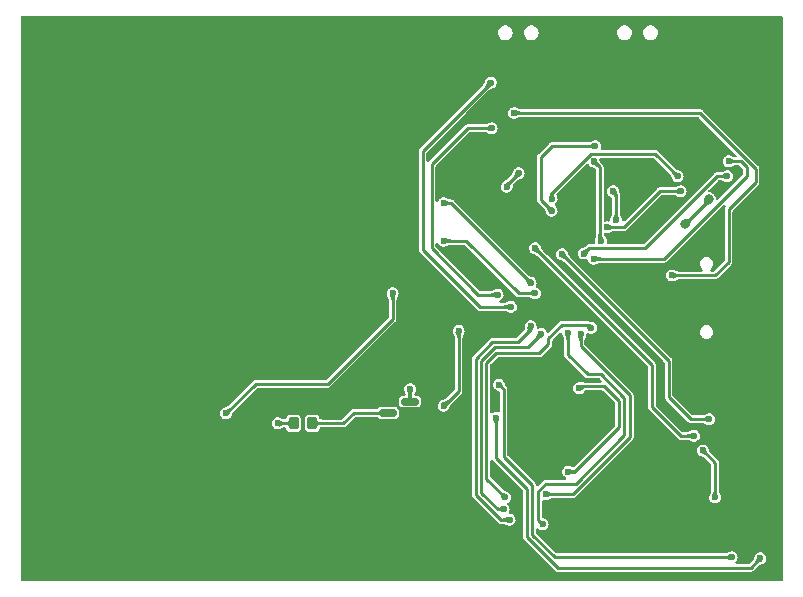
<source format=gbr>
%TF.GenerationSoftware,KiCad,Pcbnew,(6.0.6)*%
%TF.CreationDate,2022-11-24T20:23:29+08:00*%
%TF.ProjectId,Debugger-PCB,44656275-6767-4657-922d-5043422e6b69,rev?*%
%TF.SameCoordinates,Original*%
%TF.FileFunction,Copper,L2,Bot*%
%TF.FilePolarity,Positive*%
%FSLAX46Y46*%
G04 Gerber Fmt 4.6, Leading zero omitted, Abs format (unit mm)*
G04 Created by KiCad (PCBNEW (6.0.6)) date 2022-11-24 20:23:29*
%MOMM*%
%LPD*%
G01*
G04 APERTURE LIST*
G04 Aperture macros list*
%AMRoundRect*
0 Rectangle with rounded corners*
0 $1 Rounding radius*
0 $2 $3 $4 $5 $6 $7 $8 $9 X,Y pos of 4 corners*
0 Add a 4 corners polygon primitive as box body*
4,1,4,$2,$3,$4,$5,$6,$7,$8,$9,$2,$3,0*
0 Add four circle primitives for the rounded corners*
1,1,$1+$1,$2,$3*
1,1,$1+$1,$4,$5*
1,1,$1+$1,$6,$7*
1,1,$1+$1,$8,$9*
0 Add four rect primitives between the rounded corners*
20,1,$1+$1,$2,$3,$4,$5,0*
20,1,$1+$1,$4,$5,$6,$7,0*
20,1,$1+$1,$6,$7,$8,$9,0*
20,1,$1+$1,$8,$9,$2,$3,0*%
G04 Aperture macros list end*
%TA.AperFunction,ComponentPad*%
%ADD10O,1.600000X1.000000*%
%TD*%
%TA.AperFunction,ComponentPad*%
%ADD11O,2.100000X1.000000*%
%TD*%
%TA.AperFunction,SMDPad,CuDef*%
%ADD12RoundRect,0.040000X-0.360000X0.460000X-0.360000X-0.460000X0.360000X-0.460000X0.360000X0.460000X0*%
%TD*%
%TA.AperFunction,SMDPad,CuDef*%
%ADD13RoundRect,0.150000X0.587500X0.150000X-0.587500X0.150000X-0.587500X-0.150000X0.587500X-0.150000X0*%
%TD*%
%TA.AperFunction,ViaPad*%
%ADD14C,0.600000*%
%TD*%
%TA.AperFunction,ViaPad*%
%ADD15C,0.800000*%
%TD*%
%TA.AperFunction,Conductor*%
%ADD16C,0.250000*%
%TD*%
G04 APERTURE END LIST*
D10*
%TO.P,J4,S1,SHIELD*%
%TO.N,GND*%
X178819000Y-111889000D03*
D11*
X174639000Y-111889000D03*
D10*
X178819000Y-103249000D03*
D11*
X174639000Y-103249000D03*
%TD*%
D12*
%TO.P,R12,1*%
%TO.N,/TFT/LED-*%
X140200000Y-118200000D03*
%TO.P,R12,2*%
%TO.N,Net-(Q1-Pad3)*%
X141800000Y-118200000D03*
%TD*%
D13*
%TO.P,Q1,1,B*%
%TO.N,/MCU/LCD_LED*%
X150062500Y-116350000D03*
%TO.P,Q1,2,E*%
%TO.N,GND*%
X150062500Y-118250000D03*
%TO.P,Q1,3,C*%
%TO.N,Net-(Q1-Pad3)*%
X148187500Y-117300000D03*
%TD*%
D14*
%TO.N,+5V*%
X158878577Y-91919400D03*
X172259053Y-105677550D03*
%TO.N,GND*%
X155600400Y-98348800D03*
X166116000Y-117729000D03*
X159461200Y-95605600D03*
X169214800Y-125577600D03*
X168097200Y-93827600D03*
X152501600Y-90678000D03*
X159893000Y-119507000D03*
X152825000Y-97150000D03*
X165735000Y-115697000D03*
X169265600Y-122936000D03*
X172516800Y-128219200D03*
X169621200Y-107696000D03*
X155549600Y-95046800D03*
X164846000Y-119380000D03*
X173837600Y-121818400D03*
X146456400Y-101955600D03*
X169214800Y-124815600D03*
X166497000Y-116459000D03*
X167335200Y-121666000D03*
X173837600Y-128270000D03*
X163703000Y-119507000D03*
X161544000Y-119507000D03*
X166674800Y-124663200D03*
X172262800Y-121666000D03*
%TO.N,VCC*%
X167259000Y-98552000D03*
X174849000Y-120493000D03*
X175895000Y-124460000D03*
X167513000Y-100965000D03*
D15*
X175353378Y-99234623D03*
X173355000Y-101346000D03*
D14*
%TO.N,Net-(C18-Pad2)*%
X164388800Y-115214400D03*
X163449000Y-122301000D03*
%TO.N,/Key&LED/LED1*%
X177292000Y-129540000D03*
X157607000Y-114935000D03*
%TO.N,/Key&LED/LED2*%
X157353000Y-117729000D03*
X179725730Y-129622053D03*
%TO.N,/MCU/TXD*%
X164782500Y-103822500D03*
X176911000Y-97282000D03*
%TO.N,/MCU/RXD*%
X177038000Y-96012000D03*
X165608000Y-104267000D03*
%TO.N,/MCU/SWDIO*%
X160655000Y-103378000D03*
X174117000Y-119253000D03*
%TO.N,/MCU/SWCLK*%
X162941000Y-103886000D03*
X175387000Y-117856000D03*
%TO.N,/MCU/LCD_A0*%
X148590000Y-107188000D03*
X134493000Y-117348000D03*
%TO.N,Net-(R4-Pad1)*%
X154178000Y-110363000D03*
X152908000Y-116713000D03*
%TO.N,/MCU/MCU_TXD*%
X158242000Y-98171000D03*
X159258000Y-97028000D03*
%TO.N,/MCU/CAN_TX*%
X158623000Y-108331000D03*
X156908500Y-89344500D03*
%TO.N,/MCU/CAN_RX*%
X156972000Y-93218000D03*
X157480000Y-107315000D03*
%TO.N,/TFT/LED-*%
X138875000Y-118200000D03*
%TO.N,/MCU/TOUCH_CLK*%
X164500000Y-110650000D03*
X161544000Y-124206000D03*
%TO.N,/MCU/TOUCH_MISO*%
X163425000Y-110525000D03*
X161290000Y-126746000D03*
%TO.N,/MCU/TOUCH_MOSI*%
X157988000Y-125476000D03*
X161163000Y-110617000D03*
%TO.N,/MCU/TOUCH_CS*%
X165400000Y-110100000D03*
X158115000Y-124460000D03*
%TO.N,/MCU/TOUCH_INT*%
X158496000Y-126365000D03*
X160274000Y-109982000D03*
%TO.N,/Flash/SPI2_CS*%
X172974000Y-98552000D03*
X166751000Y-101600000D03*
%TO.N,/Flash/SPI2_SCK*%
X166243000Y-102743000D03*
X165608000Y-96012000D03*
%TO.N,/Flash/SPI2_MISO*%
X172720000Y-97282000D03*
X162052000Y-99187000D03*
%TO.N,/Flash/SPI2_MOSI*%
X162052000Y-100203000D03*
X165735000Y-94742000D03*
%TO.N,/MCU/LCD_LED*%
X150075000Y-115300000D03*
%TO.N,/Key&LED/KEY1*%
X160274000Y-106299000D03*
X152908000Y-99568000D03*
%TO.N,/Key&LED/KEY2*%
X152908000Y-102743000D03*
X160655000Y-107188000D03*
%TD*%
D16*
%TO.N,+5V*%
X172259053Y-105677550D02*
X175881450Y-105677550D01*
X179324000Y-97790000D02*
X179324000Y-96646282D01*
X174625718Y-91948000D02*
X158878577Y-91919400D01*
X177038000Y-104521000D02*
X177038000Y-100076000D01*
X175881450Y-105677550D02*
X177038000Y-104521000D01*
X177038000Y-100076000D02*
X179324000Y-97790000D01*
X158878577Y-91919400D02*
X158877000Y-91948000D01*
X179324000Y-96646282D02*
X174625718Y-91948000D01*
%TO.N,VCC*%
X175895000Y-121539000D02*
X174849000Y-120493000D01*
X167513000Y-98806000D02*
X167259000Y-98552000D01*
X175387000Y-99314000D02*
X175353378Y-99234623D01*
X173355000Y-101346000D02*
X175387000Y-99314000D01*
X175353378Y-99234623D02*
X175387000Y-99187000D01*
X167513000Y-100965000D02*
X167513000Y-98806000D01*
X175895000Y-124460000D02*
X175895000Y-121539000D01*
%TO.N,Net-(C18-Pad2)*%
X166507489Y-115072489D02*
X164530711Y-115072489D01*
X164530711Y-115072489D02*
X164388800Y-115214400D01*
X166507489Y-115072489D02*
X167767000Y-116332000D01*
X163957000Y-122301000D02*
X163449000Y-122301000D01*
X167767000Y-116332000D02*
X167767000Y-118491000D01*
X167767000Y-118491000D02*
X163957000Y-122301000D01*
%TO.N,/Key&LED/LED1*%
X157988000Y-115316000D02*
X157988000Y-121031000D01*
X157607000Y-114935000D02*
X157988000Y-115316000D01*
X162306000Y-129540000D02*
X177292000Y-129540000D01*
X160401000Y-123444000D02*
X160401000Y-127635000D01*
X157988000Y-121031000D02*
X160401000Y-123444000D01*
X160401000Y-127635000D02*
X162306000Y-129540000D01*
%TO.N,/Key&LED/LED2*%
X179725730Y-129622053D02*
X179705000Y-129667000D01*
X159951480Y-127821197D02*
X162559283Y-130429000D01*
X159951480Y-123756480D02*
X159951480Y-127821197D01*
X157353000Y-117729000D02*
X157353000Y-121158000D01*
X157353000Y-121158000D02*
X159951480Y-123756480D01*
X178943000Y-130429000D02*
X179725730Y-129622053D01*
X162559283Y-130429000D02*
X178943000Y-130429000D01*
%TO.N,/MCU/TXD*%
X165237489Y-103367511D02*
X168391511Y-103367511D01*
X176022000Y-97282000D02*
X169936489Y-103367511D01*
X176911000Y-97282000D02*
X176022000Y-97282000D01*
X164782500Y-103822500D02*
X165237489Y-103367511D01*
X169936489Y-103367511D02*
X168391511Y-103367511D01*
%TO.N,/MCU/RXD*%
X178562000Y-96520000D02*
X178054000Y-96012000D01*
X178054000Y-96012000D02*
X177038000Y-96012000D01*
X165608000Y-104267000D02*
X171577000Y-104267000D01*
X178562000Y-97282000D02*
X178562000Y-96520000D01*
X171577000Y-104267000D02*
X178562000Y-97282000D01*
%TO.N,/MCU/SWDIO*%
X170561000Y-116840000D02*
X172974000Y-119253000D01*
X170561000Y-113284000D02*
X170561000Y-116840000D01*
X172974000Y-119253000D02*
X174117000Y-119253000D01*
X160655000Y-103378000D02*
X170561000Y-113284000D01*
%TO.N,/MCU/SWCLK*%
X171958000Y-112903000D02*
X171958000Y-115951000D01*
X162941000Y-103886000D02*
X171958000Y-112903000D01*
X173863000Y-117856000D02*
X175387000Y-117856000D01*
X171958000Y-115951000D02*
X173863000Y-117856000D01*
%TO.N,/MCU/LCD_A0*%
X134493000Y-117348000D02*
X136991000Y-114850000D01*
X136991000Y-114850000D02*
X143087000Y-114850000D01*
X148590000Y-109347000D02*
X148590000Y-107188000D01*
X143087000Y-114850000D02*
X148590000Y-109347000D01*
%TO.N,Net-(R4-Pad1)*%
X154178000Y-110363000D02*
X154178000Y-115443000D01*
X154178000Y-115443000D02*
X152908000Y-116713000D01*
%TO.N,/MCU/MCU_TXD*%
X158242000Y-98171000D02*
X158242000Y-98044000D01*
X158242000Y-98044000D02*
X159258000Y-97028000D01*
%TO.N,/MCU/CAN_TX*%
X151130000Y-103505000D02*
X151130000Y-95123000D01*
X151130000Y-95123000D02*
X156908500Y-89344500D01*
X155956000Y-108331000D02*
X151130000Y-103505000D01*
X156908500Y-89344500D02*
X156972000Y-89281000D01*
X158623000Y-108331000D02*
X155956000Y-108331000D01*
%TO.N,/MCU/CAN_RX*%
X155829000Y-107315000D02*
X151892000Y-103378000D01*
X154940000Y-93218000D02*
X156972000Y-93218000D01*
X151892000Y-96266000D02*
X154940000Y-93218000D01*
X157480000Y-107315000D02*
X155829000Y-107315000D01*
X151892000Y-103378000D02*
X151892000Y-96266000D01*
%TO.N,/TFT/LED-*%
X140200000Y-118200000D02*
X138875000Y-118200000D01*
%TO.N,/MCU/TOUCH_CLK*%
X168666040Y-119369960D02*
X163830000Y-124206000D01*
X164500000Y-111667283D02*
X168666040Y-115833323D01*
X163830000Y-124206000D02*
X161544000Y-124206000D01*
X168666040Y-115833323D02*
X168666040Y-119369960D01*
X164500000Y-110650000D02*
X164500000Y-111667283D01*
%TO.N,/MCU/TOUCH_MISO*%
X160919489Y-123941511D02*
X160919489Y-126375489D01*
X168216520Y-116019520D02*
X168216520Y-119183762D01*
X161544000Y-123317000D02*
X160919489Y-123941511D01*
X160919489Y-126375489D02*
X161290000Y-126746000D01*
X166243000Y-114046000D02*
X168216520Y-116019520D01*
X165100000Y-114046000D02*
X166243000Y-114046000D01*
X168216520Y-119183762D02*
X164083282Y-123317000D01*
X163425000Y-110525000D02*
X163425000Y-112371000D01*
X164083282Y-123317000D02*
X161544000Y-123317000D01*
X163425000Y-112371000D02*
X165100000Y-114046000D01*
%TO.N,/MCU/TOUCH_MOSI*%
X160020000Y-111760000D02*
X157226000Y-111760000D01*
X157480000Y-125476000D02*
X157988000Y-125476000D01*
X156083000Y-112903000D02*
X156083000Y-124079000D01*
X157226000Y-111760000D02*
X156083000Y-112903000D01*
X156083000Y-124079000D02*
X157480000Y-125476000D01*
X161163000Y-110617000D02*
X160020000Y-111760000D01*
%TO.N,/MCU/TOUCH_CS*%
X162925000Y-109875000D02*
X165075000Y-109875000D01*
X156532520Y-122877520D02*
X158115000Y-124460000D01*
X161787511Y-111012489D02*
X162925000Y-109875000D01*
X161015022Y-112268000D02*
X157353718Y-112268000D01*
X161787511Y-111495511D02*
X161787511Y-111012489D01*
X165300000Y-110100000D02*
X165400000Y-110100000D01*
X161787511Y-111495511D02*
X161015022Y-112268000D01*
X156532520Y-113089198D02*
X156532520Y-122877520D01*
X157353718Y-112268000D02*
X156532520Y-113089198D01*
X165075000Y-109875000D02*
X165300000Y-110100000D01*
%TO.N,/MCU/TOUCH_INT*%
X160274000Y-109982000D02*
X160274000Y-110236000D01*
X157039802Y-111310480D02*
X155633480Y-112716803D01*
X159199520Y-111310480D02*
X157039802Y-111310480D01*
X160274000Y-110236000D02*
X159199520Y-111310480D01*
X158496000Y-126365000D02*
X158623000Y-126365000D01*
X157733282Y-126365000D02*
X158496000Y-126365000D01*
X155633480Y-112716803D02*
X155633480Y-124265198D01*
X155633480Y-124265198D02*
X157733282Y-126365000D01*
%TO.N,/Flash/SPI2_CS*%
X171196000Y-98552000D02*
X172974000Y-98552000D01*
X168148000Y-101600000D02*
X171196000Y-98552000D01*
X166751000Y-101600000D02*
X168148000Y-101600000D01*
%TO.N,/Flash/SPI2_SCK*%
X166126489Y-96530489D02*
X165608000Y-96012000D01*
X166243000Y-102743000D02*
X166126489Y-102626489D01*
X166126489Y-102626489D02*
X166126489Y-96530489D01*
%TO.N,/Flash/SPI2_MISO*%
X162052000Y-99187000D02*
X162052000Y-98684807D01*
X162052000Y-98684807D02*
X165359807Y-95377000D01*
X170815000Y-95377000D02*
X172720000Y-97282000D01*
X165359807Y-95377000D02*
X170815000Y-95377000D01*
%TO.N,/Flash/SPI2_MOSI*%
X162052000Y-100203000D02*
X161163000Y-99314000D01*
X161163000Y-99314000D02*
X161163000Y-95631000D01*
X161163000Y-95631000D02*
X162052000Y-94742000D01*
X162052000Y-94742000D02*
X165735000Y-94742000D01*
%TO.N,/MCU/LCD_LED*%
X150062500Y-116350000D02*
X150062500Y-115312500D01*
X150062500Y-115312500D02*
X150075000Y-115300000D01*
%TO.N,/Key&LED/KEY1*%
X153543000Y-99568000D02*
X152908000Y-99568000D01*
X160274000Y-106299000D02*
X153543000Y-99568000D01*
%TO.N,/Key&LED/KEY2*%
X154813000Y-102743000D02*
X152908000Y-102743000D01*
X160655000Y-107188000D02*
X159258000Y-107188000D01*
X159258000Y-107188000D02*
X154813000Y-102743000D01*
%TO.N,Net-(Q1-Pad3)*%
X145325000Y-117300000D02*
X148187500Y-117300000D01*
X144425000Y-118200000D02*
X145325000Y-117300000D01*
X141800000Y-118200000D02*
X144425000Y-118200000D01*
%TD*%
%TA.AperFunction,Conductor*%
%TO.N,GND*%
G36*
X181551621Y-83713502D02*
G01*
X181598114Y-83767158D01*
X181609500Y-83819500D01*
X181609500Y-131445500D01*
X181589498Y-131513621D01*
X181535842Y-131560114D01*
X181483500Y-131571500D01*
X117220500Y-131571500D01*
X117152379Y-131551498D01*
X117105886Y-131497842D01*
X117094500Y-131445500D01*
X117094500Y-124294005D01*
X155304216Y-124294005D01*
X155310668Y-124318082D01*
X155313971Y-124330408D01*
X155316350Y-124341140D01*
X155322892Y-124378243D01*
X155328403Y-124387788D01*
X155329595Y-124391064D01*
X155331072Y-124394232D01*
X155333926Y-124404882D01*
X155351737Y-124430318D01*
X155355535Y-124435742D01*
X155361441Y-124445013D01*
X155374420Y-124467493D01*
X155380286Y-124477653D01*
X155388731Y-124484739D01*
X155409162Y-124501883D01*
X155417265Y-124509309D01*
X157489177Y-126581222D01*
X157496603Y-126589325D01*
X157520827Y-126618194D01*
X157553466Y-126637038D01*
X157562734Y-126642942D01*
X157593598Y-126664553D01*
X157604244Y-126667406D01*
X157607412Y-126668883D01*
X157610689Y-126670076D01*
X157620237Y-126675588D01*
X157649790Y-126680799D01*
X157657351Y-126682132D01*
X157668085Y-126684512D01*
X157704475Y-126694263D01*
X157715451Y-126693303D01*
X157715454Y-126693303D01*
X157742013Y-126690979D01*
X157752994Y-126690500D01*
X157874926Y-126690500D01*
X157902674Y-126693594D01*
X157912114Y-126695725D01*
X157930261Y-126696192D01*
X157956788Y-126696874D01*
X157964707Y-126697327D01*
X157997908Y-126700279D01*
X158007651Y-126701530D01*
X158028808Y-126705089D01*
X158039764Y-126707437D01*
X158053599Y-126711053D01*
X158064387Y-126714396D01*
X158077091Y-126718966D01*
X158086002Y-126722562D01*
X158103482Y-126730404D01*
X158109302Y-126733197D01*
X158124334Y-126740890D01*
X158135528Y-126746619D01*
X158137888Y-126747859D01*
X158166219Y-126763149D01*
X158173992Y-126767344D01*
X158174801Y-126767778D01*
X158218157Y-126790928D01*
X158218251Y-126790978D01*
X158218351Y-126791031D01*
X158220872Y-126792355D01*
X158221118Y-126792482D01*
X158221295Y-126792572D01*
X158222883Y-126793382D01*
X158222907Y-126793394D01*
X158262210Y-126813201D01*
X158262216Y-126813204D01*
X158265352Y-126814784D01*
X158268650Y-126816007D01*
X158268655Y-126816009D01*
X158269314Y-126816253D01*
X158272828Y-126817739D01*
X158278313Y-126821390D01*
X158415157Y-126864142D01*
X158424129Y-126864306D01*
X158424132Y-126864307D01*
X158489463Y-126865504D01*
X158558499Y-126866770D01*
X158567533Y-126864307D01*
X158688158Y-126831421D01*
X158688160Y-126831420D01*
X158696817Y-126829060D01*
X158818991Y-126754045D01*
X158825161Y-126747229D01*
X158909178Y-126654407D01*
X158915200Y-126647754D01*
X158977710Y-126518733D01*
X159001496Y-126377354D01*
X159001647Y-126365000D01*
X158987224Y-126264288D01*
X158982596Y-126231968D01*
X158982595Y-126231965D01*
X158981323Y-126223082D01*
X158921984Y-126092572D01*
X158870673Y-126033023D01*
X158834260Y-125990763D01*
X158834257Y-125990760D01*
X158828400Y-125983963D01*
X158708095Y-125905985D01*
X158570739Y-125864907D01*
X158561765Y-125864852D01*
X158561764Y-125864852D01*
X158560266Y-125864843D01*
X158556099Y-125864818D01*
X158488103Y-125844402D01*
X158441937Y-125790465D01*
X158432261Y-125720131D01*
X158443475Y-125683882D01*
X158465795Y-125637813D01*
X158469710Y-125629733D01*
X158493496Y-125488354D01*
X158493647Y-125476000D01*
X158473323Y-125334082D01*
X158413984Y-125203572D01*
X158320400Y-125094963D01*
X158322891Y-125092817D01*
X158293347Y-125046514D01*
X158293578Y-124975518D01*
X158332157Y-124915918D01*
X158348430Y-124904036D01*
X158430340Y-124853744D01*
X158430346Y-124853739D01*
X158437991Y-124849045D01*
X158447749Y-124838265D01*
X158528178Y-124749407D01*
X158534200Y-124742754D01*
X158596710Y-124613733D01*
X158620496Y-124472354D01*
X158620647Y-124460000D01*
X158607384Y-124367389D01*
X158601596Y-124326968D01*
X158601595Y-124326965D01*
X158600323Y-124318082D01*
X158540984Y-124187572D01*
X158499021Y-124138872D01*
X158453260Y-124085763D01*
X158453257Y-124085760D01*
X158447400Y-124078963D01*
X158327095Y-124000985D01*
X158302414Y-123993604D01*
X158276468Y-123982549D01*
X158269951Y-123978861D01*
X158264075Y-123976923D01*
X158264073Y-123976922D01*
X158233390Y-123966802D01*
X158224816Y-123963974D01*
X158224771Y-123963959D01*
X158224691Y-123963933D01*
X158222969Y-123963374D01*
X158222706Y-123963290D01*
X158222581Y-123963251D01*
X158222543Y-123963239D01*
X158220134Y-123962489D01*
X158220104Y-123962480D01*
X158219928Y-123962425D01*
X158172738Y-123948086D01*
X158171851Y-123947818D01*
X158132604Y-123936086D01*
X158130018Y-123935282D01*
X158109657Y-123928707D01*
X158101903Y-123926203D01*
X158095814Y-123924063D01*
X158077926Y-123917255D01*
X158069094Y-123913501D01*
X158056871Y-123907746D01*
X158046881Y-123902483D01*
X158040389Y-123898681D01*
X158034514Y-123895240D01*
X158025115Y-123889158D01*
X158007649Y-123876723D01*
X157999871Y-123870715D01*
X157999109Y-123870077D01*
X157980373Y-123854401D01*
X157974322Y-123849338D01*
X157968402Y-123844060D01*
X157940330Y-123817396D01*
X157940329Y-123817395D01*
X157935989Y-123813273D01*
X157930949Y-123810045D01*
X157930945Y-123810041D01*
X157926905Y-123807453D01*
X157905779Y-123790453D01*
X156894925Y-122779599D01*
X156860899Y-122717287D01*
X156858020Y-122690504D01*
X156858020Y-121421908D01*
X156878022Y-121353787D01*
X156931678Y-121307294D01*
X157001952Y-121297190D01*
X157066532Y-121326684D01*
X157093140Y-121358909D01*
X157099806Y-121370455D01*
X157108251Y-121377541D01*
X157128682Y-121394685D01*
X157136785Y-121402111D01*
X159589075Y-123854401D01*
X159623101Y-123916713D01*
X159625980Y-123943496D01*
X159625980Y-127801487D01*
X159625500Y-127812469D01*
X159622216Y-127850004D01*
X159625070Y-127860653D01*
X159631971Y-127886407D01*
X159634350Y-127897139D01*
X159640892Y-127934242D01*
X159646403Y-127943787D01*
X159647595Y-127947063D01*
X159649072Y-127950231D01*
X159651926Y-127960881D01*
X159658250Y-127969912D01*
X159673535Y-127991741D01*
X159679441Y-128001012D01*
X159692773Y-128024103D01*
X159698286Y-128033652D01*
X159706731Y-128040738D01*
X159727162Y-128057882D01*
X159735265Y-128065308D01*
X162315178Y-130645222D01*
X162322604Y-130653325D01*
X162346828Y-130682194D01*
X162356371Y-130687704D01*
X162356375Y-130687707D01*
X162379462Y-130701036D01*
X162388731Y-130706940D01*
X162419599Y-130728554D01*
X162430247Y-130731407D01*
X162433418Y-130732886D01*
X162436694Y-130734078D01*
X162446238Y-130739588D01*
X162483359Y-130746134D01*
X162494066Y-130748508D01*
X162530476Y-130758263D01*
X162541451Y-130757303D01*
X162541453Y-130757303D01*
X162568014Y-130754979D01*
X162578995Y-130754500D01*
X178926731Y-130754500D01*
X178935801Y-130754827D01*
X178976819Y-130757787D01*
X179009758Y-130748421D01*
X179022333Y-130745532D01*
X179056045Y-130739588D01*
X179065591Y-130734076D01*
X179071233Y-130732023D01*
X179076631Y-130729405D01*
X179087231Y-130726391D01*
X179114981Y-130706324D01*
X179125804Y-130699313D01*
X179145907Y-130687707D01*
X179145909Y-130687706D01*
X179155455Y-130682194D01*
X179181899Y-130650679D01*
X179187963Y-130643961D01*
X179526943Y-130294492D01*
X179548484Y-130276727D01*
X179551411Y-130274815D01*
X179556591Y-130271432D01*
X179588532Y-130240154D01*
X179594368Y-130234788D01*
X179619590Y-130213023D01*
X179627269Y-130206903D01*
X179644558Y-130194191D01*
X179653874Y-130187959D01*
X179666116Y-130180537D01*
X179676008Y-130175131D01*
X179688163Y-130169180D01*
X179696930Y-130165297D01*
X179714715Y-130158216D01*
X179720763Y-130155986D01*
X179748625Y-130146517D01*
X179751244Y-130145659D01*
X179790331Y-130133322D01*
X179790437Y-130133657D01*
X179791371Y-130133385D01*
X179791256Y-130133028D01*
X179838206Y-130117978D01*
X179840907Y-130117091D01*
X179840993Y-130117062D01*
X179841057Y-130117041D01*
X179841169Y-130117003D01*
X179842987Y-130116383D01*
X179843238Y-130116296D01*
X179884654Y-130101934D01*
X179884657Y-130101933D01*
X179887987Y-130100778D01*
X179898008Y-130095991D01*
X179915793Y-130089380D01*
X179917886Y-130088474D01*
X179926547Y-130086113D01*
X180048721Y-130011098D01*
X180055092Y-130004060D01*
X180122991Y-129929045D01*
X180144930Y-129904807D01*
X180188598Y-129814677D01*
X180203525Y-129783867D01*
X180203525Y-129783866D01*
X180207440Y-129775786D01*
X180231226Y-129634407D01*
X180231377Y-129622053D01*
X180222082Y-129557149D01*
X180212326Y-129489021D01*
X180212325Y-129489018D01*
X180211053Y-129480135D01*
X180204670Y-129466095D01*
X180173746Y-129398082D01*
X180151714Y-129349625D01*
X180133328Y-129328287D01*
X180063990Y-129247816D01*
X180063987Y-129247813D01*
X180058130Y-129241016D01*
X179937825Y-129163038D01*
X179800469Y-129121960D01*
X179791493Y-129121905D01*
X179791492Y-129121905D01*
X179731285Y-129121537D01*
X179657106Y-129121084D01*
X179519259Y-129160481D01*
X179398010Y-129236983D01*
X179303107Y-129344441D01*
X179242177Y-129474216D01*
X179241996Y-129475377D01*
X179228068Y-129519871D01*
X179227280Y-129522447D01*
X179227211Y-129522678D01*
X179226603Y-129524754D01*
X179213010Y-129572072D01*
X179212759Y-129572954D01*
X179212731Y-129573054D01*
X179201601Y-129612459D01*
X179200831Y-129615076D01*
X179194912Y-129634407D01*
X179192202Y-129643258D01*
X179190153Y-129649385D01*
X179183617Y-129667378D01*
X179179988Y-129676291D01*
X179174422Y-129688595D01*
X179169312Y-129698663D01*
X179162270Y-129711121D01*
X179156332Y-129720613D01*
X179144730Y-129737444D01*
X179144162Y-129738268D01*
X179138278Y-129746130D01*
X179117283Y-129772013D01*
X179112099Y-129778008D01*
X179085863Y-129806488D01*
X179085860Y-129806492D01*
X179081801Y-129810898D01*
X179078646Y-129815991D01*
X179078645Y-129815993D01*
X179076117Y-129820074D01*
X179059445Y-129841450D01*
X178842383Y-130065228D01*
X178780597Y-130100198D01*
X178751941Y-130103500D01*
X177741083Y-130103500D01*
X177672962Y-130083498D01*
X177626469Y-130029842D01*
X177616365Y-129959568D01*
X177647667Y-129892945D01*
X177705178Y-129829407D01*
X177711200Y-129822754D01*
X177752133Y-129738268D01*
X177769795Y-129701814D01*
X177769795Y-129701813D01*
X177773710Y-129693733D01*
X177797496Y-129552354D01*
X177797647Y-129540000D01*
X177777323Y-129398082D01*
X177717984Y-129267572D01*
X177663827Y-129204720D01*
X177630260Y-129165763D01*
X177630257Y-129165760D01*
X177624400Y-129158963D01*
X177504095Y-129080985D01*
X177366739Y-129039907D01*
X177357763Y-129039852D01*
X177357762Y-129039852D01*
X177297555Y-129039484D01*
X177223376Y-129039031D01*
X177154453Y-129058729D01*
X177094160Y-129075961D01*
X177094159Y-129075962D01*
X177085529Y-129078428D01*
X177077939Y-129083217D01*
X177069743Y-129086883D01*
X177069659Y-129086696D01*
X177064266Y-129089407D01*
X177061355Y-129090214D01*
X177018910Y-129111603D01*
X177017118Y-129112517D01*
X177016872Y-129112644D01*
X177014352Y-129113967D01*
X176970848Y-129137195D01*
X176970038Y-129137630D01*
X176969922Y-129137692D01*
X176933913Y-129157126D01*
X176931529Y-129158380D01*
X176909901Y-129169449D01*
X176905303Y-129171802D01*
X176899488Y-129174592D01*
X176882002Y-129182437D01*
X176873091Y-129186033D01*
X176860387Y-129190603D01*
X176849601Y-129193945D01*
X176835764Y-129197562D01*
X176824807Y-129199910D01*
X176803649Y-129203469D01*
X176793907Y-129204720D01*
X176760707Y-129207672D01*
X176752790Y-129208125D01*
X176720823Y-129208948D01*
X176708111Y-129209275D01*
X176697575Y-129211583D01*
X176670622Y-129214500D01*
X162493016Y-129214500D01*
X162424895Y-129194498D01*
X162403921Y-129177595D01*
X160763405Y-127537079D01*
X160729379Y-127474767D01*
X160726500Y-127447984D01*
X160726500Y-127199242D01*
X160746502Y-127131121D01*
X160800158Y-127084628D01*
X160870432Y-127074524D01*
X160935012Y-127104018D01*
X160944647Y-127113798D01*
X160947190Y-127116071D01*
X160952970Y-127122948D01*
X161072313Y-127202390D01*
X161209157Y-127245142D01*
X161218129Y-127245306D01*
X161218132Y-127245307D01*
X161283463Y-127246504D01*
X161352499Y-127247770D01*
X161361533Y-127245307D01*
X161482158Y-127212421D01*
X161482160Y-127212420D01*
X161490817Y-127210060D01*
X161612991Y-127135045D01*
X161709200Y-127028754D01*
X161771710Y-126899733D01*
X161795496Y-126758354D01*
X161795647Y-126746000D01*
X161786637Y-126683087D01*
X161776596Y-126612968D01*
X161776595Y-126612965D01*
X161775323Y-126604082D01*
X161715984Y-126473572D01*
X161697598Y-126452234D01*
X161628260Y-126371763D01*
X161628257Y-126371760D01*
X161622400Y-126364963D01*
X161502095Y-126286985D01*
X161465434Y-126276021D01*
X161446447Y-126268622D01*
X161437533Y-126264288D01*
X161437532Y-126264288D01*
X161431963Y-126261580D01*
X161425976Y-126260012D01*
X161425974Y-126260011D01*
X161396241Y-126252223D01*
X161396236Y-126252222D01*
X161395355Y-126251991D01*
X161383529Y-126249263D01*
X161382177Y-126248993D01*
X161370268Y-126246977D01*
X161366617Y-126246469D01*
X161364739Y-126245907D01*
X161362483Y-126245893D01*
X161353619Y-126244659D01*
X161288908Y-126215459D01*
X161250255Y-126155907D01*
X161244989Y-126119863D01*
X161244989Y-124808353D01*
X161264991Y-124740232D01*
X161318647Y-124693739D01*
X161388921Y-124683635D01*
X161408553Y-124688083D01*
X161463157Y-124705142D01*
X161472129Y-124705306D01*
X161472132Y-124705307D01*
X161537463Y-124706504D01*
X161606499Y-124707770D01*
X161615533Y-124705307D01*
X161736155Y-124672422D01*
X161736158Y-124672421D01*
X161744817Y-124670060D01*
X161752466Y-124665363D01*
X161757262Y-124663288D01*
X161769586Y-124657187D01*
X161774650Y-124655783D01*
X161780172Y-124653000D01*
X161780175Y-124652999D01*
X161817094Y-124634393D01*
X161818881Y-124633482D01*
X161818933Y-124633455D01*
X161819127Y-124633355D01*
X161821647Y-124632032D01*
X161865151Y-124608804D01*
X161865962Y-124608368D01*
X161866170Y-124608256D01*
X161902024Y-124588907D01*
X161904457Y-124587627D01*
X161930699Y-124574196D01*
X161936492Y-124571416D01*
X161953999Y-124563561D01*
X161962915Y-124559964D01*
X161975615Y-124555395D01*
X161986400Y-124552053D01*
X162000235Y-124548437D01*
X162011191Y-124546089D01*
X162032348Y-124542530D01*
X162042091Y-124541279D01*
X162075292Y-124538327D01*
X162083211Y-124537874D01*
X162121898Y-124536879D01*
X162127885Y-124536725D01*
X162138417Y-124534418D01*
X162165378Y-124531500D01*
X163810290Y-124531500D01*
X163821272Y-124531980D01*
X163847820Y-124534303D01*
X163847822Y-124534303D01*
X163858807Y-124535264D01*
X163895215Y-124525508D01*
X163905942Y-124523130D01*
X163909301Y-124522538D01*
X163943045Y-124516588D01*
X163952590Y-124511077D01*
X163955866Y-124509885D01*
X163959034Y-124508408D01*
X163969684Y-124505554D01*
X164000544Y-124483945D01*
X164009815Y-124478039D01*
X164032906Y-124464707D01*
X164042455Y-124459194D01*
X164066685Y-124430317D01*
X164074111Y-124422215D01*
X168009503Y-120486823D01*
X174343391Y-120486823D01*
X174344555Y-120495725D01*
X174344555Y-120495728D01*
X174349045Y-120530061D01*
X174361980Y-120628979D01*
X174419720Y-120760203D01*
X174511970Y-120869948D01*
X174631313Y-120949390D01*
X174660934Y-120958644D01*
X174685403Y-120969246D01*
X174694052Y-120974140D01*
X174722403Y-120983491D01*
X174739161Y-120989018D01*
X174739186Y-120989026D01*
X174741030Y-120989625D01*
X174741293Y-120989709D01*
X174741418Y-120989748D01*
X174741456Y-120989760D01*
X174743865Y-120990510D01*
X174744071Y-120990574D01*
X174791261Y-121004913D01*
X174792148Y-121005181D01*
X174831395Y-121016913D01*
X174833981Y-121017717D01*
X174846127Y-121021639D01*
X174862096Y-121026796D01*
X174868185Y-121028936D01*
X174886073Y-121035744D01*
X174894905Y-121039498D01*
X174907128Y-121045253D01*
X174917118Y-121050516D01*
X174923610Y-121054318D01*
X174929485Y-121057759D01*
X174938884Y-121063841D01*
X174956350Y-121076276D01*
X174964128Y-121082284D01*
X174989677Y-121103661D01*
X174995597Y-121108939D01*
X175028011Y-121139727D01*
X175033051Y-121142956D01*
X175037092Y-121145545D01*
X175058218Y-121162545D01*
X175532595Y-121636922D01*
X175566621Y-121699234D01*
X175569500Y-121726017D01*
X175569500Y-123838923D01*
X175566406Y-123866671D01*
X175564275Y-123876111D01*
X175563783Y-123895240D01*
X175563125Y-123920790D01*
X175562672Y-123928707D01*
X175559720Y-123961907D01*
X175558469Y-123971649D01*
X175554910Y-123992807D01*
X175552561Y-124003768D01*
X175548946Y-124017599D01*
X175545609Y-124028371D01*
X175541027Y-124041107D01*
X175537430Y-124050019D01*
X175529599Y-124067471D01*
X175526806Y-124073292D01*
X175520424Y-124085763D01*
X175513408Y-124099471D01*
X175512128Y-124101906D01*
X175492627Y-124138043D01*
X175492195Y-124138848D01*
X175468967Y-124182352D01*
X175467644Y-124184872D01*
X175467517Y-124185118D01*
X175466603Y-124186910D01*
X175445214Y-124229355D01*
X175429282Y-124272327D01*
X175429166Y-124272284D01*
X175424473Y-124284419D01*
X175411447Y-124312163D01*
X175410067Y-124321029D01*
X175410066Y-124321031D01*
X175391418Y-124440806D01*
X175389391Y-124453823D01*
X175390555Y-124462725D01*
X175390555Y-124462728D01*
X175397598Y-124516588D01*
X175407980Y-124595979D01*
X175436158Y-124660019D01*
X175456086Y-124705307D01*
X175465720Y-124727203D01*
X175471497Y-124734076D01*
X175471498Y-124734077D01*
X175476672Y-124740232D01*
X175557970Y-124836948D01*
X175677313Y-124916390D01*
X175814157Y-124959142D01*
X175823129Y-124959306D01*
X175823132Y-124959307D01*
X175888463Y-124960504D01*
X175957499Y-124961770D01*
X175966533Y-124959307D01*
X176087158Y-124926421D01*
X176087160Y-124926420D01*
X176095817Y-124924060D01*
X176217991Y-124849045D01*
X176227749Y-124838265D01*
X176308178Y-124749407D01*
X176314200Y-124742754D01*
X176376710Y-124613733D01*
X176400496Y-124472354D01*
X176400647Y-124460000D01*
X176387384Y-124367389D01*
X176381596Y-124326968D01*
X176381595Y-124326965D01*
X176380323Y-124318082D01*
X176356373Y-124265405D01*
X176349655Y-124246920D01*
X176346439Y-124235320D01*
X176346438Y-124235317D01*
X176344784Y-124229352D01*
X176323394Y-124186907D01*
X176322482Y-124185118D01*
X176322355Y-124184872D01*
X176321032Y-124182352D01*
X176297804Y-124138848D01*
X176297369Y-124138038D01*
X176297290Y-124137891D01*
X176297279Y-124137870D01*
X176277873Y-124101913D01*
X176276619Y-124099529D01*
X176263197Y-124073303D01*
X176260404Y-124067482D01*
X176260399Y-124067471D01*
X176252562Y-124050002D01*
X176248966Y-124041091D01*
X176244396Y-124028387D01*
X176241053Y-124017599D01*
X176237438Y-124003768D01*
X176235089Y-123992808D01*
X176231530Y-123971651D01*
X176230279Y-123961908D01*
X176227327Y-123928707D01*
X176226874Y-123920788D01*
X176225879Y-123882101D01*
X176225725Y-123876114D01*
X176223418Y-123865582D01*
X176220500Y-123838621D01*
X176220500Y-121558710D01*
X176220980Y-121547728D01*
X176223303Y-121521175D01*
X176223303Y-121521170D01*
X176224263Y-121510193D01*
X176214512Y-121473803D01*
X176212132Y-121463069D01*
X176207502Y-121436812D01*
X176205588Y-121425955D01*
X176200076Y-121416407D01*
X176198883Y-121413130D01*
X176197406Y-121409962D01*
X176194553Y-121399316D01*
X176172942Y-121368452D01*
X176167038Y-121359184D01*
X176153704Y-121336089D01*
X176148194Y-121326545D01*
X176119330Y-121302325D01*
X176111227Y-121294900D01*
X175518329Y-120702003D01*
X175500895Y-120680194D01*
X175495727Y-120672011D01*
X175464939Y-120639597D01*
X175459661Y-120633677D01*
X175438284Y-120608128D01*
X175432276Y-120600350D01*
X175419841Y-120582884D01*
X175413759Y-120573485D01*
X175406520Y-120561125D01*
X175401260Y-120551143D01*
X175395490Y-120538888D01*
X175391740Y-120530061D01*
X175384939Y-120512194D01*
X175382792Y-120506086D01*
X175373742Y-120478058D01*
X175372925Y-120475433D01*
X175361180Y-120436147D01*
X175361181Y-120436147D01*
X175361180Y-120436146D01*
X175360913Y-120435261D01*
X175346684Y-120388432D01*
X175346653Y-120388330D01*
X175346574Y-120388071D01*
X175345709Y-120385293D01*
X175345625Y-120385030D01*
X175345026Y-120383186D01*
X175331242Y-120341392D01*
X175331239Y-120341386D01*
X175330140Y-120338052D01*
X175311003Y-120296370D01*
X175309060Y-120293145D01*
X175308419Y-120292080D01*
X175301647Y-120279213D01*
X175278700Y-120228744D01*
X175278699Y-120228742D01*
X175274984Y-120220572D01*
X175264719Y-120208659D01*
X175187260Y-120118763D01*
X175187257Y-120118760D01*
X175181400Y-120111963D01*
X175061095Y-120033985D01*
X174923739Y-119992907D01*
X174914763Y-119992852D01*
X174914762Y-119992852D01*
X174854555Y-119992484D01*
X174780376Y-119992031D01*
X174642529Y-120031428D01*
X174521280Y-120107930D01*
X174426377Y-120215388D01*
X174365447Y-120345163D01*
X174343391Y-120486823D01*
X168009503Y-120486823D01*
X168882265Y-119614061D01*
X168890371Y-119606633D01*
X168910789Y-119589501D01*
X168919234Y-119582415D01*
X168924744Y-119572872D01*
X168924747Y-119572868D01*
X168938076Y-119549781D01*
X168943981Y-119540511D01*
X168959272Y-119518673D01*
X168965594Y-119509644D01*
X168968447Y-119498996D01*
X168969926Y-119495825D01*
X168971118Y-119492549D01*
X168976628Y-119483005D01*
X168983174Y-119445884D01*
X168985548Y-119435177D01*
X168995303Y-119398767D01*
X168992019Y-119361229D01*
X168991540Y-119350248D01*
X168991540Y-115853036D01*
X168992019Y-115842055D01*
X168994343Y-115815493D01*
X168994343Y-115815491D01*
X168995303Y-115804516D01*
X168985548Y-115768106D01*
X168983173Y-115757395D01*
X168976628Y-115720278D01*
X168971118Y-115710734D01*
X168969926Y-115707458D01*
X168968447Y-115704287D01*
X168965594Y-115693639D01*
X168943980Y-115662771D01*
X168938076Y-115653502D01*
X168924749Y-115630419D01*
X168924747Y-115630416D01*
X168919234Y-115620868D01*
X168903277Y-115607478D01*
X168890371Y-115596649D01*
X168882267Y-115589223D01*
X166931576Y-113638532D01*
X164862405Y-111569362D01*
X164828379Y-111507050D01*
X164825500Y-111480267D01*
X164825500Y-111271077D01*
X164828594Y-111243328D01*
X164829361Y-111239929D01*
X164829362Y-111239924D01*
X164830725Y-111233885D01*
X164831524Y-111202824D01*
X164831874Y-111189211D01*
X164832327Y-111181292D01*
X164835279Y-111148091D01*
X164836530Y-111138348D01*
X164840089Y-111117191D01*
X164842438Y-111106231D01*
X164844553Y-111098141D01*
X164846054Y-111092398D01*
X164849396Y-111081612D01*
X164853966Y-111068908D01*
X164857562Y-111059997D01*
X164865407Y-111042511D01*
X164868197Y-111036696D01*
X164875160Y-111023091D01*
X164881619Y-111010470D01*
X164882873Y-111008086D01*
X164902370Y-110971960D01*
X164902804Y-110971151D01*
X164910138Y-110957416D01*
X164926032Y-110927647D01*
X164926097Y-110927523D01*
X164927242Y-110925342D01*
X164927355Y-110925127D01*
X164927482Y-110924881D01*
X164928393Y-110923094D01*
X164949783Y-110880650D01*
X164951973Y-110874745D01*
X164965084Y-110839383D01*
X164969832Y-110828250D01*
X164974201Y-110819231D01*
X164981710Y-110803733D01*
X165005496Y-110662354D01*
X165005543Y-110658546D01*
X165031446Y-110592753D01*
X165089041Y-110551240D01*
X165159937Y-110547456D01*
X165178953Y-110554153D01*
X165182313Y-110556390D01*
X165190882Y-110559067D01*
X165190884Y-110559068D01*
X165214648Y-110566492D01*
X165319157Y-110599142D01*
X165328129Y-110599306D01*
X165328132Y-110599307D01*
X165393463Y-110600504D01*
X165462499Y-110601770D01*
X165472032Y-110599171D01*
X165592158Y-110566421D01*
X165592160Y-110566420D01*
X165600817Y-110564060D01*
X165722991Y-110489045D01*
X165757598Y-110450812D01*
X165813178Y-110389407D01*
X165819200Y-110382754D01*
X165863077Y-110292191D01*
X165877795Y-110261814D01*
X165877795Y-110261813D01*
X165881710Y-110253733D01*
X165905496Y-110112354D01*
X165905647Y-110100000D01*
X165897473Y-110042924D01*
X165886596Y-109966968D01*
X165886595Y-109966965D01*
X165885323Y-109958082D01*
X165825984Y-109827572D01*
X165807598Y-109806234D01*
X165738260Y-109725763D01*
X165738257Y-109725760D01*
X165732400Y-109718963D01*
X165612095Y-109640985D01*
X165474739Y-109599907D01*
X165465761Y-109599852D01*
X165433276Y-109599653D01*
X165406688Y-109596649D01*
X165396431Y-109594367D01*
X165390241Y-109594227D01*
X165390239Y-109594227D01*
X165350571Y-109593331D01*
X165344524Y-109593049D01*
X165306409Y-109590352D01*
X165300631Y-109589809D01*
X165266280Y-109585782D01*
X165261841Y-109585181D01*
X165233732Y-109580868D01*
X165214736Y-109575250D01*
X165214684Y-109575446D01*
X165212721Y-109574920D01*
X165208046Y-109573446D01*
X165207973Y-109573648D01*
X165207402Y-109573495D01*
X165206048Y-109573002D01*
X165204168Y-109572223D01*
X165202239Y-109571615D01*
X165201348Y-109571291D01*
X165201136Y-109571228D01*
X165201096Y-109571210D01*
X165201022Y-109571172D01*
X165197591Y-109569923D01*
X165188045Y-109564412D01*
X165154301Y-109558462D01*
X165150942Y-109557870D01*
X165140215Y-109555492D01*
X165103807Y-109545736D01*
X165092822Y-109546697D01*
X165092820Y-109546697D01*
X165066272Y-109549020D01*
X165055290Y-109549500D01*
X165007677Y-109549500D01*
X165000138Y-109549274D01*
X164988710Y-109548589D01*
X164950241Y-109546283D01*
X164946073Y-109546076D01*
X164945593Y-109546057D01*
X164941327Y-109545932D01*
X164894810Y-109545058D01*
X164885313Y-109544879D01*
X164878981Y-109544760D01*
X164872753Y-109545908D01*
X164872752Y-109545908D01*
X164864587Y-109547413D01*
X164841748Y-109549500D01*
X162944710Y-109549500D01*
X162933728Y-109549020D01*
X162907175Y-109546697D01*
X162907170Y-109546697D01*
X162896193Y-109545737D01*
X162859783Y-109555492D01*
X162849076Y-109557866D01*
X162811955Y-109564412D01*
X162802411Y-109569922D01*
X162799135Y-109571114D01*
X162795964Y-109572593D01*
X162785316Y-109575446D01*
X162755035Y-109596649D01*
X162754449Y-109597059D01*
X162745179Y-109602964D01*
X162722092Y-109616293D01*
X162722088Y-109616296D01*
X162712545Y-109621806D01*
X162705460Y-109630250D01*
X162688320Y-109650676D01*
X162680906Y-109658767D01*
X161844468Y-110495205D01*
X161782158Y-110529229D01*
X161711343Y-110524165D01*
X161654507Y-110481618D01*
X161640676Y-110458264D01*
X161588984Y-110344572D01*
X161551556Y-110301135D01*
X161501260Y-110242763D01*
X161501257Y-110242760D01*
X161495400Y-110235963D01*
X161375095Y-110157985D01*
X161237739Y-110116907D01*
X161228763Y-110116852D01*
X161228762Y-110116852D01*
X161168555Y-110116484D01*
X161094376Y-110116031D01*
X160956529Y-110155428D01*
X160949770Y-110159692D01*
X160879909Y-110169182D01*
X160815560Y-110139186D01*
X160777643Y-110079163D01*
X160774558Y-110023702D01*
X160778690Y-109999146D01*
X160778690Y-109999143D01*
X160779496Y-109994354D01*
X160779647Y-109982000D01*
X160765541Y-109883500D01*
X160760596Y-109848968D01*
X160760595Y-109848965D01*
X160759323Y-109840082D01*
X160699984Y-109709572D01*
X160649236Y-109650676D01*
X160612260Y-109607763D01*
X160612257Y-109607760D01*
X160606400Y-109600963D01*
X160486095Y-109522985D01*
X160348739Y-109481907D01*
X160339763Y-109481852D01*
X160339762Y-109481852D01*
X160279555Y-109481484D01*
X160205376Y-109481031D01*
X160067529Y-109520428D01*
X159946280Y-109596930D01*
X159851377Y-109704388D01*
X159790447Y-109834163D01*
X159785980Y-109862852D01*
X159779977Y-109901412D01*
X159768391Y-109975823D01*
X159769555Y-109984725D01*
X159769555Y-109984728D01*
X159785816Y-110109081D01*
X159786980Y-110117979D01*
X159790270Y-110125457D01*
X159791039Y-110128766D01*
X159791376Y-110132662D01*
X159793100Y-110138600D01*
X159793100Y-110138601D01*
X159797956Y-110155328D01*
X159797739Y-110226324D01*
X159779699Y-110261939D01*
X159780039Y-110262150D01*
X159780038Y-110262151D01*
X159776952Y-110267114D01*
X159775385Y-110269634D01*
X159757482Y-110292191D01*
X159416515Y-110633159D01*
X159101599Y-110948075D01*
X159039286Y-110982100D01*
X159012503Y-110984980D01*
X157059500Y-110984980D01*
X157048518Y-110984500D01*
X157021982Y-110982178D01*
X157021980Y-110982178D01*
X157010995Y-110981217D01*
X157000345Y-110984071D01*
X157000343Y-110984071D01*
X156974606Y-110990968D01*
X156963871Y-110993348D01*
X156956310Y-110994681D01*
X156926757Y-110999892D01*
X156917209Y-111005404D01*
X156913932Y-111006597D01*
X156910764Y-111008074D01*
X156900118Y-111010927D01*
X156885631Y-111021071D01*
X156869255Y-111032537D01*
X156859987Y-111038441D01*
X156827347Y-111057286D01*
X156820264Y-111065727D01*
X156820263Y-111065728D01*
X156803127Y-111086150D01*
X156795702Y-111094253D01*
X155417258Y-112472699D01*
X155409154Y-112480125D01*
X155380286Y-112504348D01*
X155374773Y-112513897D01*
X155361441Y-112536988D01*
X155355535Y-112546259D01*
X155333926Y-112577119D01*
X155331072Y-112587769D01*
X155329595Y-112590937D01*
X155328403Y-112594213D01*
X155322892Y-112603758D01*
X155318194Y-112630404D01*
X155316350Y-112640861D01*
X155313972Y-112651588D01*
X155304216Y-112687996D01*
X155305177Y-112698981D01*
X155305177Y-112698983D01*
X155307500Y-112725531D01*
X155307980Y-112736513D01*
X155307980Y-124245488D01*
X155307500Y-124256470D01*
X155306113Y-124272327D01*
X155304216Y-124294005D01*
X117094500Y-124294005D01*
X117094500Y-118193823D01*
X138369391Y-118193823D01*
X138370555Y-118202725D01*
X138370555Y-118202728D01*
X138373101Y-118222197D01*
X138387980Y-118335979D01*
X138445720Y-118467203D01*
X138451497Y-118474076D01*
X138451498Y-118474077D01*
X138512000Y-118546053D01*
X138537970Y-118576948D01*
X138545447Y-118581925D01*
X138647388Y-118649783D01*
X138657313Y-118656390D01*
X138794157Y-118699142D01*
X138803129Y-118699306D01*
X138803132Y-118699307D01*
X138868463Y-118700504D01*
X138937499Y-118701770D01*
X138946533Y-118699307D01*
X139067155Y-118666422D01*
X139067158Y-118666421D01*
X139075817Y-118664060D01*
X139083466Y-118659363D01*
X139088262Y-118657288D01*
X139100586Y-118651187D01*
X139105650Y-118649783D01*
X139111172Y-118647000D01*
X139111175Y-118646999D01*
X139148094Y-118628393D01*
X139149881Y-118627482D01*
X139149933Y-118627455D01*
X139150127Y-118627355D01*
X139152647Y-118626032D01*
X139196151Y-118602804D01*
X139196962Y-118602368D01*
X139196992Y-118602352D01*
X139233024Y-118582907D01*
X139235457Y-118581627D01*
X139244599Y-118576948D01*
X139261699Y-118568196D01*
X139267492Y-118565416D01*
X139284999Y-118557561D01*
X139293915Y-118553964D01*
X139306615Y-118549395D01*
X139317400Y-118546053D01*
X139331235Y-118542437D01*
X139342191Y-118540089D01*
X139363348Y-118536530D01*
X139373091Y-118535279D01*
X139406292Y-118532327D01*
X139414206Y-118531874D01*
X139417039Y-118531801D01*
X139427922Y-118531521D01*
X139435689Y-118531561D01*
X139478047Y-118533090D01*
X139545401Y-118555537D01*
X139589928Y-118610835D01*
X139599500Y-118659008D01*
X139599500Y-118683688D01*
X139613454Y-118753839D01*
X139620346Y-118764154D01*
X139620347Y-118764156D01*
X139644630Y-118800497D01*
X139666609Y-118833391D01*
X139676925Y-118840284D01*
X139735844Y-118879653D01*
X139735846Y-118879654D01*
X139746161Y-118886546D01*
X139816312Y-118900500D01*
X140583688Y-118900500D01*
X140653839Y-118886546D01*
X140664154Y-118879654D01*
X140664156Y-118879653D01*
X140723075Y-118840284D01*
X140733391Y-118833391D01*
X140755370Y-118800497D01*
X140779653Y-118764156D01*
X140779654Y-118764154D01*
X140786546Y-118753839D01*
X140800500Y-118683688D01*
X141199500Y-118683688D01*
X141213454Y-118753839D01*
X141220346Y-118764154D01*
X141220347Y-118764156D01*
X141244630Y-118800497D01*
X141266609Y-118833391D01*
X141276925Y-118840284D01*
X141335844Y-118879653D01*
X141335846Y-118879654D01*
X141346161Y-118886546D01*
X141416312Y-118900500D01*
X142183688Y-118900500D01*
X142253839Y-118886546D01*
X142264154Y-118879654D01*
X142264156Y-118879653D01*
X142323075Y-118840284D01*
X142333391Y-118833391D01*
X142355370Y-118800497D01*
X142379653Y-118764156D01*
X142379654Y-118764154D01*
X142386546Y-118753839D01*
X142400500Y-118683688D01*
X142400500Y-118659008D01*
X142420502Y-118590887D01*
X142474158Y-118544394D01*
X142521953Y-118533090D01*
X142572544Y-118531264D01*
X142580238Y-118530986D01*
X142586137Y-118530773D01*
X142595565Y-118528631D01*
X142623480Y-118525500D01*
X144405290Y-118525500D01*
X144416272Y-118525980D01*
X144442820Y-118528303D01*
X144442822Y-118528303D01*
X144453807Y-118529264D01*
X144490215Y-118519508D01*
X144500942Y-118517130D01*
X144504301Y-118516538D01*
X144538045Y-118510588D01*
X144547590Y-118505077D01*
X144550866Y-118503885D01*
X144554034Y-118502408D01*
X144564684Y-118499554D01*
X144595544Y-118477945D01*
X144604815Y-118472039D01*
X144627906Y-118458707D01*
X144637455Y-118453194D01*
X144661679Y-118424325D01*
X144669106Y-118416220D01*
X145422923Y-117662404D01*
X145485235Y-117628379D01*
X145512018Y-117625500D01*
X147227532Y-117625500D01*
X147295653Y-117645502D01*
X147316548Y-117662325D01*
X147393650Y-117739293D01*
X147403006Y-117743866D01*
X147403007Y-117743867D01*
X147435460Y-117759730D01*
X147498482Y-117790536D01*
X147528973Y-117794984D01*
X147562256Y-117799840D01*
X147562260Y-117799840D01*
X147566782Y-117800500D01*
X148808218Y-117800500D01*
X148812768Y-117799830D01*
X148812771Y-117799830D01*
X148867426Y-117791784D01*
X148867427Y-117791784D01*
X148877112Y-117790358D01*
X148955646Y-117751800D01*
X148972507Y-117743522D01*
X148972509Y-117743521D01*
X148981855Y-117738932D01*
X149064293Y-117656350D01*
X149069274Y-117646161D01*
X149095872Y-117591746D01*
X149115536Y-117551518D01*
X149120092Y-117520285D01*
X149124840Y-117487744D01*
X149124840Y-117487740D01*
X149125500Y-117483218D01*
X149125500Y-117116782D01*
X149122283Y-117094925D01*
X149116784Y-117057574D01*
X149116784Y-117057573D01*
X149115358Y-117047888D01*
X149085709Y-116987499D01*
X149068522Y-116952493D01*
X149068521Y-116952491D01*
X149063932Y-116943145D01*
X148996352Y-116875683D01*
X148988721Y-116868065D01*
X148988720Y-116868065D01*
X148981350Y-116860707D01*
X148963622Y-116852041D01*
X148906409Y-116824075D01*
X148876518Y-116809464D01*
X148835966Y-116803548D01*
X148812744Y-116800160D01*
X148812740Y-116800160D01*
X148808218Y-116799500D01*
X147566782Y-116799500D01*
X147562232Y-116800170D01*
X147562229Y-116800170D01*
X147507574Y-116808216D01*
X147507573Y-116808216D01*
X147497888Y-116809642D01*
X147453833Y-116831272D01*
X147402493Y-116856478D01*
X147402491Y-116856479D01*
X147393145Y-116861068D01*
X147371923Y-116882327D01*
X147316828Y-116937518D01*
X147254545Y-116971597D01*
X147227655Y-116974500D01*
X145344713Y-116974500D01*
X145333732Y-116974021D01*
X145307170Y-116971697D01*
X145307168Y-116971697D01*
X145296193Y-116970737D01*
X145259783Y-116980492D01*
X145249076Y-116982866D01*
X145211955Y-116989412D01*
X145202411Y-116994922D01*
X145199135Y-116996114D01*
X145195964Y-116997593D01*
X145185316Y-117000446D01*
X145176287Y-117006768D01*
X145154449Y-117022059D01*
X145145179Y-117027964D01*
X145122092Y-117041293D01*
X145122088Y-117041296D01*
X145112545Y-117046806D01*
X145101859Y-117059541D01*
X145088325Y-117075670D01*
X145080900Y-117083773D01*
X144689600Y-117475074D01*
X144327079Y-117837595D01*
X144264766Y-117871620D01*
X144237983Y-117874500D01*
X142623126Y-117874500D01*
X142594101Y-117871111D01*
X142592165Y-117870653D01*
X142592161Y-117870652D01*
X142586139Y-117869227D01*
X142521953Y-117866909D01*
X142454598Y-117844461D01*
X142410072Y-117789163D01*
X142400500Y-117740991D01*
X142400500Y-117716312D01*
X142386546Y-117646161D01*
X142379654Y-117635846D01*
X142379653Y-117635844D01*
X142340284Y-117576925D01*
X142333391Y-117566609D01*
X142296319Y-117541838D01*
X142264156Y-117520347D01*
X142264154Y-117520346D01*
X142253839Y-117513454D01*
X142183688Y-117499500D01*
X141416312Y-117499500D01*
X141346161Y-117513454D01*
X141335846Y-117520346D01*
X141335844Y-117520347D01*
X141303681Y-117541838D01*
X141266609Y-117566609D01*
X141259716Y-117576925D01*
X141220347Y-117635844D01*
X141220346Y-117635846D01*
X141213454Y-117646161D01*
X141199500Y-117716312D01*
X141199500Y-118683688D01*
X140800500Y-118683688D01*
X140800500Y-117716312D01*
X140786546Y-117646161D01*
X140779654Y-117635846D01*
X140779653Y-117635844D01*
X140740284Y-117576925D01*
X140733391Y-117566609D01*
X140696319Y-117541838D01*
X140664156Y-117520347D01*
X140664154Y-117520346D01*
X140653839Y-117513454D01*
X140583688Y-117499500D01*
X139816312Y-117499500D01*
X139746161Y-117513454D01*
X139735846Y-117520346D01*
X139735844Y-117520347D01*
X139703681Y-117541838D01*
X139666609Y-117566609D01*
X139659716Y-117576925D01*
X139620347Y-117635844D01*
X139620346Y-117635846D01*
X139613454Y-117646161D01*
X139599500Y-117716312D01*
X139599500Y-117740991D01*
X139579498Y-117809112D01*
X139525842Y-117855605D01*
X139478048Y-117866909D01*
X139435694Y-117868438D01*
X139427927Y-117868478D01*
X139417205Y-117868202D01*
X139414207Y-117868125D01*
X139406292Y-117867672D01*
X139373091Y-117864720D01*
X139363348Y-117863469D01*
X139342191Y-117859910D01*
X139331235Y-117857562D01*
X139317398Y-117853945D01*
X139306612Y-117850603D01*
X139304680Y-117849908D01*
X139293905Y-117846032D01*
X139284997Y-117842437D01*
X139267511Y-117834592D01*
X139261696Y-117831802D01*
X139257098Y-117829449D01*
X139235470Y-117818380D01*
X139233086Y-117817126D01*
X139197077Y-117797692D01*
X139196961Y-117797630D01*
X139196151Y-117797195D01*
X139152647Y-117773967D01*
X139150127Y-117772644D01*
X139149881Y-117772517D01*
X139149202Y-117772171D01*
X139148341Y-117771731D01*
X139148233Y-117771676D01*
X139148091Y-117771604D01*
X139128559Y-117761761D01*
X139108793Y-117751800D01*
X139108787Y-117751798D01*
X139105647Y-117750215D01*
X139102342Y-117748990D01*
X139102331Y-117748985D01*
X139102089Y-117748895D01*
X139094310Y-117745662D01*
X139087095Y-117740985D01*
X138949739Y-117699907D01*
X138940763Y-117699852D01*
X138940762Y-117699852D01*
X138880555Y-117699484D01*
X138806376Y-117699031D01*
X138668529Y-117738428D01*
X138547280Y-117814930D01*
X138541338Y-117821658D01*
X138541337Y-117821659D01*
X138507715Y-117859729D01*
X138452377Y-117922388D01*
X138391447Y-118052163D01*
X138390066Y-118061035D01*
X138370828Y-118184594D01*
X138369391Y-118193823D01*
X117094500Y-118193823D01*
X117094500Y-117341823D01*
X133987391Y-117341823D01*
X133988555Y-117350725D01*
X133988555Y-117350728D01*
X133990332Y-117364313D01*
X134005980Y-117483979D01*
X134063720Y-117615203D01*
X134069497Y-117622076D01*
X134069498Y-117622077D01*
X134134231Y-117699086D01*
X134155970Y-117724948D01*
X134186299Y-117745137D01*
X134265158Y-117797630D01*
X134275313Y-117804390D01*
X134283888Y-117807069D01*
X134293718Y-117810140D01*
X134412157Y-117847142D01*
X134421129Y-117847306D01*
X134421132Y-117847307D01*
X134486463Y-117848504D01*
X134555499Y-117849770D01*
X134564533Y-117847307D01*
X134685158Y-117814421D01*
X134685160Y-117814420D01*
X134693817Y-117812060D01*
X134815991Y-117737045D01*
X134834758Y-117716312D01*
X134906178Y-117637407D01*
X134912200Y-117630754D01*
X134916112Y-117622681D01*
X134916114Y-117622677D01*
X134971395Y-117508577D01*
X134971395Y-117508576D01*
X134974008Y-117503183D01*
X134974141Y-117502947D01*
X134974182Y-117502823D01*
X134974710Y-117501733D01*
X134974886Y-117500689D01*
X134989027Y-117457812D01*
X134989625Y-117455969D01*
X134989709Y-117455706D01*
X134990574Y-117452928D01*
X134997992Y-117428517D01*
X135004913Y-117405738D01*
X135005014Y-117405405D01*
X135005181Y-117404851D01*
X135008297Y-117394428D01*
X135016913Y-117365604D01*
X135017724Y-117362996D01*
X135019183Y-117358480D01*
X135026796Y-117334903D01*
X135028939Y-117328806D01*
X135035744Y-117310926D01*
X135039502Y-117302085D01*
X135045249Y-117289879D01*
X135050520Y-117279874D01*
X135057759Y-117267514D01*
X135063841Y-117258115D01*
X135076276Y-117240649D01*
X135082284Y-117232871D01*
X135103661Y-117207322D01*
X135108939Y-117201402D01*
X135129817Y-117179421D01*
X135139727Y-117168988D01*
X135142957Y-117163946D01*
X135142961Y-117163941D01*
X135145546Y-117159906D01*
X135162546Y-117138780D01*
X135768108Y-116533218D01*
X149124500Y-116533218D01*
X149125170Y-116537768D01*
X149125170Y-116537771D01*
X149133216Y-116592426D01*
X149134642Y-116602112D01*
X149138958Y-116610902D01*
X149177105Y-116688599D01*
X149186068Y-116706855D01*
X149207246Y-116727996D01*
X149250063Y-116770738D01*
X149268650Y-116789293D01*
X149278006Y-116793866D01*
X149278007Y-116793867D01*
X149301313Y-116805259D01*
X149373482Y-116840536D01*
X149403973Y-116844984D01*
X149437256Y-116849840D01*
X149437260Y-116849840D01*
X149441782Y-116850500D01*
X150683218Y-116850500D01*
X150687768Y-116849830D01*
X150687771Y-116849830D01*
X150742426Y-116841784D01*
X150742427Y-116841784D01*
X150752112Y-116840358D01*
X150809747Y-116812061D01*
X150847507Y-116793522D01*
X150847509Y-116793521D01*
X150856855Y-116788932D01*
X150938821Y-116706823D01*
X152402391Y-116706823D01*
X152403555Y-116715725D01*
X152403555Y-116715728D01*
X152406381Y-116737337D01*
X152420980Y-116848979D01*
X152436372Y-116883960D01*
X152474081Y-116969659D01*
X152478720Y-116980203D01*
X152484497Y-116987076D01*
X152484498Y-116987077D01*
X152518867Y-117027964D01*
X152570970Y-117089948D01*
X152578447Y-117094925D01*
X152676066Y-117159906D01*
X152690313Y-117169390D01*
X152827157Y-117212142D01*
X152836129Y-117212306D01*
X152836132Y-117212307D01*
X152901463Y-117213504D01*
X152970499Y-117214770D01*
X152979533Y-117212307D01*
X153100158Y-117179421D01*
X153100160Y-117179420D01*
X153108817Y-117177060D01*
X153230991Y-117102045D01*
X153250750Y-117080216D01*
X153321178Y-117002407D01*
X153327200Y-116995754D01*
X153331112Y-116987681D01*
X153331114Y-116987677D01*
X153386395Y-116873577D01*
X153386395Y-116873576D01*
X153389008Y-116868183D01*
X153389141Y-116867947D01*
X153389182Y-116867823D01*
X153389710Y-116866733D01*
X153389886Y-116865689D01*
X153404027Y-116822812D01*
X153404625Y-116820969D01*
X153404709Y-116820706D01*
X153405574Y-116817928D01*
X153406705Y-116814208D01*
X153419913Y-116770738D01*
X153420014Y-116770405D01*
X153420181Y-116769851D01*
X153431905Y-116730630D01*
X153432724Y-116727996D01*
X153441796Y-116699903D01*
X153443939Y-116693806D01*
X153449282Y-116679767D01*
X153450744Y-116675926D01*
X153454502Y-116667085D01*
X153460249Y-116654879D01*
X153465520Y-116644874D01*
X153472759Y-116632514D01*
X153478841Y-116623115D01*
X153487536Y-116610902D01*
X153491280Y-116605644D01*
X153497284Y-116597871D01*
X153518661Y-116572322D01*
X153523939Y-116566402D01*
X153532835Y-116557036D01*
X153554727Y-116533988D01*
X153557957Y-116528946D01*
X153557961Y-116528941D01*
X153560544Y-116524909D01*
X153577544Y-116503782D01*
X153983439Y-116097888D01*
X154394228Y-115687099D01*
X154402332Y-115679673D01*
X154412918Y-115670790D01*
X154431194Y-115655455D01*
X154436704Y-115645912D01*
X154436707Y-115645908D01*
X154450036Y-115622821D01*
X154455941Y-115613551D01*
X154471232Y-115591713D01*
X154477554Y-115582684D01*
X154480407Y-115572036D01*
X154481886Y-115568865D01*
X154483078Y-115565589D01*
X154488588Y-115556045D01*
X154495134Y-115518924D01*
X154497508Y-115508217D01*
X154507263Y-115471807D01*
X154505782Y-115454872D01*
X154503979Y-115434269D01*
X154503500Y-115423288D01*
X154503500Y-110984077D01*
X154506594Y-110956328D01*
X154507361Y-110952929D01*
X154507362Y-110952924D01*
X154508725Y-110946885D01*
X154509874Y-110902209D01*
X154510327Y-110894292D01*
X154513279Y-110861091D01*
X154514530Y-110851348D01*
X154518089Y-110830191D01*
X154520438Y-110819231D01*
X154522379Y-110811807D01*
X154524054Y-110805398D01*
X154527396Y-110794612D01*
X154531966Y-110781908D01*
X154535562Y-110772997D01*
X154543407Y-110755511D01*
X154546197Y-110749696D01*
X154550339Y-110741603D01*
X154559619Y-110723470D01*
X154560873Y-110721086D01*
X154580370Y-110684960D01*
X154580804Y-110684151D01*
X154604032Y-110640647D01*
X154605355Y-110638127D01*
X154605482Y-110637881D01*
X154606393Y-110636094D01*
X154627783Y-110593650D01*
X154638755Y-110564060D01*
X154643084Y-110552383D01*
X154647832Y-110541250D01*
X154653656Y-110529229D01*
X154659710Y-110516733D01*
X154683496Y-110375354D01*
X154683647Y-110363000D01*
X154674787Y-110301135D01*
X154664596Y-110229968D01*
X154664595Y-110229965D01*
X154663323Y-110221082D01*
X154603984Y-110090572D01*
X154573418Y-110055099D01*
X154516260Y-109988763D01*
X154516257Y-109988760D01*
X154510400Y-109981963D01*
X154390095Y-109903985D01*
X154252739Y-109862907D01*
X154243763Y-109862852D01*
X154243762Y-109862852D01*
X154183555Y-109862484D01*
X154109376Y-109862031D01*
X153971529Y-109901428D01*
X153850280Y-109977930D01*
X153755377Y-110085388D01*
X153694447Y-110215163D01*
X153686528Y-110266024D01*
X153674198Y-110345218D01*
X153672391Y-110356823D01*
X153673555Y-110365725D01*
X153673555Y-110365728D01*
X153675914Y-110383766D01*
X153690980Y-110498979D01*
X153694595Y-110507195D01*
X153694596Y-110507198D01*
X153717023Y-110558165D01*
X153723116Y-110575256D01*
X153726560Y-110587680D01*
X153726563Y-110587687D01*
X153728215Y-110593647D01*
X153749604Y-110636091D01*
X153750517Y-110637881D01*
X153750644Y-110638127D01*
X153751967Y-110640647D01*
X153775195Y-110684151D01*
X153775629Y-110684960D01*
X153795126Y-110721086D01*
X153796380Y-110723470D01*
X153805660Y-110741603D01*
X153809802Y-110749696D01*
X153812592Y-110755511D01*
X153820437Y-110772997D01*
X153824033Y-110781908D01*
X153828603Y-110794612D01*
X153831945Y-110805398D01*
X153833621Y-110811807D01*
X153835561Y-110819231D01*
X153837910Y-110830192D01*
X153841469Y-110851350D01*
X153842720Y-110861092D01*
X153845672Y-110894292D01*
X153846125Y-110902209D01*
X153846777Y-110927523D01*
X153847275Y-110946889D01*
X153849583Y-110957425D01*
X153852500Y-110984378D01*
X153852500Y-115255982D01*
X153832498Y-115324103D01*
X153815596Y-115345077D01*
X153117010Y-116043664D01*
X153095194Y-116061102D01*
X153087014Y-116066269D01*
X153082531Y-116070527D01*
X153082526Y-116070531D01*
X153054596Y-116097060D01*
X153048677Y-116102337D01*
X153023119Y-116123721D01*
X153015357Y-116129717D01*
X152997877Y-116142164D01*
X152988485Y-116148240D01*
X152982610Y-116151681D01*
X152976118Y-116155483D01*
X152966143Y-116160739D01*
X152953888Y-116166509D01*
X152945065Y-116170258D01*
X152927165Y-116177071D01*
X152921121Y-116179196D01*
X152893006Y-116188275D01*
X152890431Y-116189075D01*
X152851196Y-116200804D01*
X152851172Y-116200811D01*
X152850314Y-116201070D01*
X152803170Y-116215394D01*
X152803098Y-116215416D01*
X152803073Y-116215424D01*
X152802929Y-116215469D01*
X152800520Y-116216219D01*
X152800443Y-116216243D01*
X152800293Y-116216290D01*
X152800030Y-116216374D01*
X152799979Y-116216390D01*
X152799906Y-116216414D01*
X152798311Y-116216932D01*
X152798182Y-116216974D01*
X152753048Y-116231861D01*
X152749849Y-116233330D01*
X152733835Y-116240683D01*
X152715878Y-116247327D01*
X152710164Y-116248960D01*
X152710162Y-116248961D01*
X152701529Y-116251428D01*
X152580280Y-116327930D01*
X152485377Y-116435388D01*
X152424447Y-116565163D01*
X152417418Y-116610306D01*
X152403946Y-116696836D01*
X152402391Y-116706823D01*
X150938821Y-116706823D01*
X150939293Y-116706350D01*
X150990536Y-116601518D01*
X151000500Y-116533218D01*
X151000500Y-116166782D01*
X150997771Y-116148240D01*
X150991784Y-116107574D01*
X150991784Y-116107573D01*
X150990358Y-116097888D01*
X150965860Y-116047992D01*
X150943522Y-116002493D01*
X150943521Y-116002491D01*
X150938932Y-115993145D01*
X150856350Y-115910707D01*
X150751518Y-115859464D01*
X150721027Y-115855016D01*
X150687744Y-115850160D01*
X150687740Y-115850160D01*
X150683218Y-115849500D01*
X150560830Y-115849500D01*
X150492709Y-115829498D01*
X150446216Y-115775842D01*
X150436112Y-115705568D01*
X150451504Y-115660860D01*
X150465403Y-115636602D01*
X150465427Y-115636560D01*
X150490105Y-115593757D01*
X150491870Y-115590633D01*
X150491978Y-115590438D01*
X150513471Y-115551608D01*
X150513475Y-115551599D01*
X150515163Y-115548550D01*
X150532692Y-115506419D01*
X150533638Y-115503166D01*
X150539047Y-115490189D01*
X150552796Y-115461812D01*
X150552797Y-115461810D01*
X150556710Y-115453733D01*
X150580496Y-115312354D01*
X150580647Y-115300000D01*
X150566233Y-115199350D01*
X150561596Y-115166968D01*
X150561595Y-115166965D01*
X150560323Y-115158082D01*
X150549526Y-115134334D01*
X150536520Y-115105730D01*
X150500984Y-115027572D01*
X150453405Y-114972354D01*
X150413260Y-114925763D01*
X150413257Y-114925760D01*
X150407400Y-114918963D01*
X150287095Y-114840985D01*
X150149739Y-114799907D01*
X150140763Y-114799852D01*
X150140762Y-114799852D01*
X150080555Y-114799484D01*
X150006376Y-114799031D01*
X149868529Y-114838428D01*
X149747280Y-114914930D01*
X149741338Y-114921658D01*
X149741337Y-114921659D01*
X149718348Y-114947689D01*
X149652377Y-115022388D01*
X149591447Y-115152163D01*
X149585535Y-115190135D01*
X149575283Y-115255982D01*
X149569391Y-115293823D01*
X149570555Y-115302725D01*
X149570555Y-115302728D01*
X149577101Y-115352784D01*
X149587980Y-115435979D01*
X149605290Y-115475318D01*
X149612701Y-115497594D01*
X149615961Y-115511651D01*
X149618511Y-115517295D01*
X149618511Y-115517296D01*
X149636016Y-115556045D01*
X149636507Y-115557133D01*
X149637646Y-115559610D01*
X149637755Y-115559843D01*
X149638523Y-115561466D01*
X149654071Y-115593958D01*
X149660540Y-115607478D01*
X149660606Y-115607616D01*
X149660958Y-115608346D01*
X149661002Y-115608438D01*
X149679696Y-115647065D01*
X149680764Y-115649329D01*
X149690668Y-115670875D01*
X149700945Y-115741124D01*
X149671612Y-115805777D01*
X149611980Y-115844308D01*
X149576184Y-115849500D01*
X149441782Y-115849500D01*
X149437232Y-115850170D01*
X149437229Y-115850170D01*
X149382574Y-115858216D01*
X149382573Y-115858216D01*
X149372888Y-115859642D01*
X149322992Y-115884140D01*
X149277493Y-115906478D01*
X149277491Y-115906479D01*
X149268145Y-115911068D01*
X149185707Y-115993650D01*
X149181134Y-116003006D01*
X149181133Y-116003007D01*
X149165270Y-116035460D01*
X149134464Y-116098482D01*
X149124500Y-116166782D01*
X149124500Y-116533218D01*
X135768108Y-116533218D01*
X137088922Y-115212405D01*
X137151234Y-115178379D01*
X137178017Y-115175500D01*
X143067290Y-115175500D01*
X143078272Y-115175980D01*
X143104820Y-115178303D01*
X143104822Y-115178303D01*
X143115807Y-115179264D01*
X143152215Y-115169508D01*
X143162942Y-115167130D01*
X143166301Y-115166538D01*
X143200045Y-115160588D01*
X143209590Y-115155077D01*
X143212866Y-115153885D01*
X143216034Y-115152408D01*
X143226684Y-115149554D01*
X143257544Y-115127945D01*
X143266815Y-115122039D01*
X143289906Y-115108707D01*
X143299455Y-115103194D01*
X143323685Y-115074317D01*
X143331111Y-115066215D01*
X148806222Y-109591105D01*
X148814326Y-109583678D01*
X148820483Y-109578512D01*
X148843194Y-109559455D01*
X148848704Y-109549912D01*
X148848707Y-109549908D01*
X148862036Y-109526821D01*
X148867941Y-109517551D01*
X148883232Y-109495713D01*
X148889554Y-109486684D01*
X148892407Y-109476036D01*
X148893886Y-109472865D01*
X148895078Y-109469589D01*
X148900588Y-109460045D01*
X148907134Y-109422924D01*
X148909508Y-109412217D01*
X148919263Y-109375807D01*
X148915979Y-109338269D01*
X148915500Y-109327288D01*
X148915500Y-107809077D01*
X148918594Y-107781328D01*
X148919361Y-107777929D01*
X148919362Y-107777924D01*
X148920725Y-107771885D01*
X148921874Y-107727209D01*
X148922327Y-107719292D01*
X148925279Y-107686091D01*
X148926530Y-107676348D01*
X148930089Y-107655191D01*
X148932438Y-107644231D01*
X148932605Y-107643594D01*
X148936054Y-107630398D01*
X148939396Y-107619612D01*
X148940927Y-107615355D01*
X148943967Y-107606905D01*
X148947562Y-107597997D01*
X148955407Y-107580511D01*
X148958197Y-107574696D01*
X148960805Y-107569600D01*
X148971619Y-107548470D01*
X148972873Y-107546086D01*
X148992370Y-107509960D01*
X148992804Y-107509151D01*
X148997423Y-107500501D01*
X149016032Y-107465647D01*
X149016097Y-107465523D01*
X149017242Y-107463342D01*
X149017355Y-107463127D01*
X149017482Y-107462881D01*
X149017531Y-107462786D01*
X149018393Y-107461094D01*
X149018474Y-107460934D01*
X149028422Y-107441194D01*
X149039783Y-107418650D01*
X149045132Y-107404225D01*
X149055084Y-107377383D01*
X149059832Y-107366250D01*
X149067798Y-107349807D01*
X149071710Y-107341733D01*
X149095496Y-107200354D01*
X149095647Y-107188000D01*
X149075323Y-107046082D01*
X149015984Y-106915572D01*
X148974991Y-106867997D01*
X148928260Y-106813763D01*
X148928257Y-106813760D01*
X148922400Y-106806963D01*
X148802095Y-106728985D01*
X148664739Y-106687907D01*
X148655763Y-106687852D01*
X148655762Y-106687852D01*
X148595555Y-106687484D01*
X148521376Y-106687031D01*
X148383529Y-106726428D01*
X148262280Y-106802930D01*
X148256338Y-106809658D01*
X148256337Y-106809659D01*
X148219861Y-106850961D01*
X148167377Y-106910388D01*
X148106447Y-107040163D01*
X148104142Y-107054968D01*
X148087024Y-107164913D01*
X148084391Y-107181823D01*
X148085555Y-107190725D01*
X148085555Y-107190728D01*
X148086814Y-107200354D01*
X148102980Y-107323979D01*
X148106595Y-107332195D01*
X148106596Y-107332198D01*
X148129023Y-107383165D01*
X148135116Y-107400256D01*
X148138560Y-107412680D01*
X148138563Y-107412687D01*
X148140215Y-107418647D01*
X148161604Y-107461091D01*
X148162517Y-107462881D01*
X148162644Y-107463127D01*
X148162757Y-107463342D01*
X148163902Y-107465523D01*
X148163967Y-107465647D01*
X148182577Y-107500501D01*
X148187195Y-107509151D01*
X148187629Y-107509960D01*
X148207126Y-107546086D01*
X148208380Y-107548470D01*
X148219194Y-107569600D01*
X148221802Y-107574696D01*
X148224592Y-107580511D01*
X148232437Y-107597997D01*
X148236032Y-107606905D01*
X148239072Y-107615355D01*
X148240603Y-107619612D01*
X148243945Y-107630398D01*
X148247395Y-107643594D01*
X148247561Y-107644231D01*
X148249910Y-107655192D01*
X148253469Y-107676350D01*
X148254720Y-107686092D01*
X148257672Y-107719292D01*
X148258125Y-107727209D01*
X148258541Y-107743382D01*
X148259275Y-107771889D01*
X148261583Y-107782425D01*
X148264500Y-107809378D01*
X148264500Y-109159983D01*
X148244498Y-109228104D01*
X148227595Y-109249078D01*
X142989079Y-114487595D01*
X142926767Y-114521621D01*
X142899984Y-114524500D01*
X137010698Y-114524500D01*
X136999716Y-114524020D01*
X136973180Y-114521698D01*
X136973178Y-114521698D01*
X136962193Y-114520737D01*
X136951543Y-114523591D01*
X136951541Y-114523591D01*
X136925804Y-114530488D01*
X136915069Y-114532868D01*
X136907508Y-114534201D01*
X136877955Y-114539412D01*
X136868407Y-114544924D01*
X136865130Y-114546117D01*
X136861962Y-114547594D01*
X136851316Y-114550447D01*
X136842287Y-114556769D01*
X136820453Y-114572057D01*
X136811185Y-114577961D01*
X136778545Y-114596806D01*
X136771459Y-114605251D01*
X136754320Y-114625677D01*
X136746892Y-114633782D01*
X134702012Y-116678662D01*
X134680199Y-116696099D01*
X134677269Y-116697950D01*
X134672014Y-116701269D01*
X134667531Y-116705527D01*
X134667526Y-116705531D01*
X134639596Y-116732060D01*
X134633677Y-116737337D01*
X134608119Y-116758721D01*
X134600357Y-116764717D01*
X134582877Y-116777164D01*
X134573485Y-116783240D01*
X134567610Y-116786681D01*
X134561118Y-116790483D01*
X134551143Y-116795739D01*
X134538888Y-116801509D01*
X134530065Y-116805258D01*
X134512165Y-116812071D01*
X134506121Y-116814196D01*
X134478006Y-116823275D01*
X134475431Y-116824075D01*
X134436196Y-116835804D01*
X134436172Y-116835811D01*
X134435314Y-116836070D01*
X134388170Y-116850394D01*
X134388098Y-116850416D01*
X134388073Y-116850424D01*
X134387929Y-116850469D01*
X134385520Y-116851219D01*
X134385443Y-116851243D01*
X134385293Y-116851290D01*
X134385030Y-116851374D01*
X134384979Y-116851390D01*
X134384906Y-116851414D01*
X134383311Y-116851932D01*
X134383182Y-116851974D01*
X134338048Y-116866861D01*
X134323422Y-116873577D01*
X134318835Y-116875683D01*
X134300878Y-116882327D01*
X134295164Y-116883960D01*
X134295162Y-116883961D01*
X134286529Y-116886428D01*
X134165280Y-116962930D01*
X134159338Y-116969658D01*
X134159337Y-116969659D01*
X134143424Y-116987677D01*
X134070377Y-117070388D01*
X134009447Y-117200163D01*
X134002539Y-117244534D01*
X133988946Y-117331836D01*
X133987391Y-117341823D01*
X117094500Y-117341823D01*
X117094500Y-103533807D01*
X150800736Y-103533807D01*
X150809147Y-103565196D01*
X150810491Y-103570210D01*
X150812870Y-103580942D01*
X150819412Y-103618045D01*
X150824923Y-103627590D01*
X150826115Y-103630866D01*
X150827592Y-103634034D01*
X150830446Y-103644684D01*
X150849723Y-103672213D01*
X150852055Y-103675544D01*
X150857961Y-103684815D01*
X150871293Y-103707906D01*
X150876806Y-103717455D01*
X150896991Y-103734392D01*
X150905682Y-103741685D01*
X150913785Y-103749111D01*
X155711889Y-108547215D01*
X155719316Y-108555319D01*
X155743545Y-108584194D01*
X155753094Y-108589707D01*
X155776185Y-108603039D01*
X155785456Y-108608945D01*
X155816316Y-108630554D01*
X155826966Y-108633408D01*
X155830134Y-108634885D01*
X155833410Y-108636077D01*
X155842955Y-108641588D01*
X155876699Y-108647538D01*
X155880058Y-108648130D01*
X155890785Y-108650508D01*
X155927193Y-108660264D01*
X155938169Y-108659304D01*
X155938172Y-108659304D01*
X155964743Y-108656979D01*
X155975724Y-108656500D01*
X158001926Y-108656500D01*
X158029674Y-108659594D01*
X158039114Y-108661725D01*
X158057261Y-108662192D01*
X158083788Y-108662874D01*
X158091707Y-108663327D01*
X158124908Y-108666279D01*
X158134651Y-108667530D01*
X158155808Y-108671089D01*
X158166764Y-108673437D01*
X158180599Y-108677053D01*
X158191387Y-108680396D01*
X158204091Y-108684966D01*
X158213002Y-108688562D01*
X158230482Y-108696404D01*
X158236302Y-108699197D01*
X158251334Y-108706890D01*
X158262528Y-108712619D01*
X158264888Y-108713859D01*
X158300992Y-108733344D01*
X158301801Y-108733778D01*
X158345157Y-108756928D01*
X158345251Y-108756978D01*
X158345351Y-108757031D01*
X158347872Y-108758355D01*
X158348118Y-108758482D01*
X158348295Y-108758572D01*
X158349883Y-108759382D01*
X158349907Y-108759394D01*
X158389210Y-108779201D01*
X158389216Y-108779204D01*
X158392352Y-108780784D01*
X158395650Y-108782007D01*
X158395655Y-108782009D01*
X158396314Y-108782253D01*
X158399828Y-108783739D01*
X158405313Y-108787390D01*
X158542157Y-108830142D01*
X158551129Y-108830306D01*
X158551132Y-108830307D01*
X158616463Y-108831504D01*
X158685499Y-108832770D01*
X158694533Y-108830307D01*
X158815158Y-108797421D01*
X158815160Y-108797420D01*
X158823817Y-108795060D01*
X158945991Y-108720045D01*
X158952161Y-108713229D01*
X159023587Y-108634318D01*
X159042200Y-108613754D01*
X159104710Y-108484733D01*
X159128496Y-108343354D01*
X159128647Y-108331000D01*
X159108323Y-108189082D01*
X159048984Y-108058572D01*
X158994827Y-107995720D01*
X158961260Y-107956763D01*
X158961257Y-107956760D01*
X158955400Y-107949963D01*
X158835095Y-107871985D01*
X158697739Y-107830907D01*
X158688763Y-107830852D01*
X158688762Y-107830852D01*
X158628555Y-107830484D01*
X158554376Y-107830031D01*
X158485452Y-107849730D01*
X158425160Y-107866961D01*
X158425159Y-107866962D01*
X158416529Y-107869428D01*
X158408939Y-107874217D01*
X158400743Y-107877883D01*
X158400659Y-107877696D01*
X158395266Y-107880407D01*
X158392355Y-107881214D01*
X158349910Y-107902603D01*
X158348118Y-107903517D01*
X158347872Y-107903644D01*
X158345352Y-107904967D01*
X158301848Y-107928195D01*
X158301038Y-107928630D01*
X158300922Y-107928692D01*
X158264913Y-107948126D01*
X158262529Y-107949380D01*
X158248103Y-107956763D01*
X158236303Y-107962802D01*
X158230488Y-107965592D01*
X158213002Y-107973437D01*
X158204091Y-107977033D01*
X158191387Y-107981603D01*
X158180601Y-107984945D01*
X158166764Y-107988562D01*
X158155807Y-107990910D01*
X158134649Y-107994469D01*
X158124907Y-107995720D01*
X158091707Y-107998672D01*
X158083790Y-107999125D01*
X158051823Y-107999948D01*
X158039111Y-108000275D01*
X158028575Y-108002583D01*
X158001622Y-108005500D01*
X157758041Y-108005500D01*
X157689920Y-107985498D01*
X157643427Y-107931842D01*
X157633323Y-107861568D01*
X157662817Y-107796988D01*
X157692112Y-107772125D01*
X157738924Y-107743382D01*
X157802991Y-107704045D01*
X157809161Y-107697229D01*
X157883192Y-107615440D01*
X157899200Y-107597754D01*
X157938150Y-107517362D01*
X157957795Y-107476814D01*
X157957795Y-107476813D01*
X157961710Y-107468733D01*
X157985496Y-107327354D01*
X157985647Y-107315000D01*
X157977473Y-107257924D01*
X157966596Y-107181968D01*
X157966595Y-107181965D01*
X157965323Y-107173082D01*
X157905984Y-107042572D01*
X157851827Y-106979720D01*
X157818260Y-106940763D01*
X157818257Y-106940760D01*
X157812400Y-106933963D01*
X157692095Y-106855985D01*
X157554739Y-106814907D01*
X157545763Y-106814852D01*
X157545762Y-106814852D01*
X157485555Y-106814484D01*
X157411376Y-106814031D01*
X157347090Y-106832404D01*
X157282160Y-106850961D01*
X157282159Y-106850962D01*
X157273529Y-106853428D01*
X157265939Y-106858217D01*
X157257743Y-106861883D01*
X157257659Y-106861696D01*
X157252266Y-106864407D01*
X157249355Y-106865214D01*
X157206910Y-106886603D01*
X157205118Y-106887517D01*
X157204872Y-106887644D01*
X157202352Y-106888967D01*
X157202253Y-106889020D01*
X157165265Y-106908769D01*
X157158848Y-106912195D01*
X157158038Y-106912630D01*
X157157922Y-106912692D01*
X157121913Y-106932126D01*
X157119529Y-106933380D01*
X157105103Y-106940763D01*
X157093303Y-106946802D01*
X157087488Y-106949592D01*
X157070002Y-106957437D01*
X157061091Y-106961033D01*
X157048387Y-106965603D01*
X157037601Y-106968945D01*
X157023764Y-106972562D01*
X157012807Y-106974910D01*
X156991649Y-106978469D01*
X156981907Y-106979720D01*
X156948707Y-106982672D01*
X156940790Y-106983125D01*
X156908823Y-106983948D01*
X156896111Y-106984275D01*
X156885575Y-106986583D01*
X156858622Y-106989500D01*
X156016016Y-106989500D01*
X155947895Y-106969498D01*
X155926921Y-106952595D01*
X152254405Y-103280079D01*
X152220379Y-103217767D01*
X152217500Y-103190984D01*
X152217500Y-103015743D01*
X152237502Y-102947622D01*
X152291158Y-102901129D01*
X152361432Y-102891025D01*
X152426012Y-102920519D01*
X152458829Y-102964997D01*
X152474081Y-102999659D01*
X152478720Y-103010203D01*
X152484497Y-103017076D01*
X152484498Y-103017077D01*
X152562381Y-103109730D01*
X152570970Y-103119948D01*
X152578447Y-103124925D01*
X152680388Y-103192783D01*
X152690313Y-103199390D01*
X152827157Y-103242142D01*
X152836129Y-103242306D01*
X152836132Y-103242307D01*
X152901463Y-103243504D01*
X152970499Y-103244770D01*
X152979533Y-103242307D01*
X153100155Y-103209422D01*
X153100158Y-103209421D01*
X153108817Y-103207060D01*
X153116466Y-103202363D01*
X153121262Y-103200288D01*
X153133586Y-103194187D01*
X153138650Y-103192783D01*
X153144172Y-103190000D01*
X153144175Y-103189999D01*
X153181094Y-103171393D01*
X153182881Y-103170482D01*
X153182933Y-103170455D01*
X153183127Y-103170355D01*
X153185647Y-103169032D01*
X153229151Y-103145804D01*
X153229962Y-103145368D01*
X153229992Y-103145352D01*
X153266024Y-103125907D01*
X153268457Y-103124627D01*
X153277599Y-103119948D01*
X153294699Y-103111196D01*
X153300492Y-103108416D01*
X153317999Y-103100561D01*
X153326915Y-103096964D01*
X153339615Y-103092395D01*
X153350400Y-103089053D01*
X153364235Y-103085437D01*
X153375191Y-103083089D01*
X153396348Y-103079530D01*
X153406091Y-103078279D01*
X153439292Y-103075327D01*
X153447211Y-103074874D01*
X153485898Y-103073879D01*
X153491885Y-103073725D01*
X153502417Y-103071418D01*
X153529378Y-103068500D01*
X154625984Y-103068500D01*
X154694105Y-103088502D01*
X154715079Y-103105405D01*
X159013899Y-107404225D01*
X159021327Y-107412331D01*
X159045545Y-107441194D01*
X159055088Y-107446704D01*
X159055092Y-107446707D01*
X159078179Y-107460036D01*
X159087448Y-107465940D01*
X159118316Y-107487554D01*
X159128964Y-107490407D01*
X159132135Y-107491886D01*
X159135411Y-107493078D01*
X159144955Y-107498588D01*
X159182076Y-107505134D01*
X159192783Y-107507508D01*
X159229193Y-107517263D01*
X159240168Y-107516303D01*
X159240170Y-107516303D01*
X159266731Y-107513979D01*
X159277712Y-107513500D01*
X160033926Y-107513500D01*
X160061674Y-107516594D01*
X160071114Y-107518725D01*
X160089261Y-107519192D01*
X160115788Y-107519874D01*
X160123707Y-107520327D01*
X160156908Y-107523279D01*
X160166651Y-107524530D01*
X160187808Y-107528089D01*
X160198764Y-107530437D01*
X160212599Y-107534053D01*
X160223387Y-107537396D01*
X160236091Y-107541966D01*
X160245002Y-107545562D01*
X160262482Y-107553404D01*
X160268302Y-107556197D01*
X160283334Y-107563890D01*
X160294528Y-107569619D01*
X160296888Y-107570859D01*
X160331756Y-107589677D01*
X160332992Y-107590344D01*
X160333801Y-107590778D01*
X160377157Y-107613928D01*
X160377251Y-107613978D01*
X160377351Y-107614031D01*
X160379872Y-107615355D01*
X160380118Y-107615482D01*
X160380295Y-107615572D01*
X160381883Y-107616382D01*
X160381907Y-107616394D01*
X160421210Y-107636201D01*
X160421216Y-107636204D01*
X160424352Y-107637784D01*
X160427650Y-107639007D01*
X160427655Y-107639009D01*
X160428314Y-107639253D01*
X160431828Y-107640739D01*
X160437313Y-107644390D01*
X160574157Y-107687142D01*
X160583129Y-107687306D01*
X160583132Y-107687307D01*
X160648463Y-107688504D01*
X160717499Y-107689770D01*
X160726533Y-107687307D01*
X160847158Y-107654421D01*
X160847160Y-107654420D01*
X160855817Y-107652060D01*
X160977991Y-107577045D01*
X160984161Y-107570229D01*
X161055587Y-107491318D01*
X161074200Y-107470754D01*
X161136710Y-107341733D01*
X161160496Y-107200354D01*
X161160647Y-107188000D01*
X161140323Y-107046082D01*
X161080984Y-106915572D01*
X161039991Y-106867997D01*
X160993260Y-106813763D01*
X160993257Y-106813760D01*
X160987400Y-106806963D01*
X160867095Y-106728985D01*
X160794745Y-106707348D01*
X160735211Y-106668667D01*
X160706041Y-106603940D01*
X160717454Y-106531693D01*
X160731957Y-106501760D01*
X160755710Y-106452733D01*
X160779496Y-106311354D01*
X160779647Y-106299000D01*
X160766775Y-106209115D01*
X160760596Y-106165968D01*
X160760595Y-106165965D01*
X160759323Y-106157082D01*
X160752289Y-106141610D01*
X160733339Y-106099932D01*
X160699984Y-106026572D01*
X160660603Y-105980868D01*
X160612260Y-105924763D01*
X160612257Y-105924760D01*
X160606400Y-105917963D01*
X160486095Y-105839985D01*
X160461414Y-105832604D01*
X160435468Y-105821549D01*
X160428951Y-105817861D01*
X160423075Y-105815923D01*
X160423073Y-105815922D01*
X160402375Y-105809095D01*
X160383816Y-105802974D01*
X160383771Y-105802959D01*
X160383691Y-105802933D01*
X160381969Y-105802374D01*
X160381706Y-105802290D01*
X160381581Y-105802251D01*
X160381543Y-105802239D01*
X160379134Y-105801489D01*
X160379104Y-105801480D01*
X160378928Y-105801425D01*
X160331738Y-105787086D01*
X160330851Y-105786818D01*
X160291604Y-105775086D01*
X160289018Y-105774282D01*
X160276872Y-105770360D01*
X160260903Y-105765203D01*
X160254814Y-105763063D01*
X160236926Y-105756255D01*
X160228094Y-105752501D01*
X160215871Y-105746746D01*
X160205881Y-105741483D01*
X160199389Y-105737681D01*
X160193514Y-105734240D01*
X160184115Y-105728158D01*
X160166649Y-105715723D01*
X160158871Y-105709715D01*
X160133322Y-105688338D01*
X160127402Y-105683060D01*
X160124473Y-105680278D01*
X160094989Y-105652273D01*
X160089947Y-105649043D01*
X160089942Y-105649039D01*
X160085907Y-105646454D01*
X160064781Y-105629454D01*
X157807150Y-103371823D01*
X160149391Y-103371823D01*
X160150555Y-103380725D01*
X160150555Y-103380728D01*
X160155045Y-103415061D01*
X160167980Y-103513979D01*
X160181390Y-103544456D01*
X160219412Y-103630866D01*
X160225720Y-103645203D01*
X160231497Y-103652076D01*
X160231498Y-103652077D01*
X160303861Y-103738163D01*
X160317970Y-103754948D01*
X160437313Y-103834390D01*
X160466934Y-103843644D01*
X160491403Y-103854246D01*
X160500052Y-103859140D01*
X160515379Y-103864195D01*
X160545161Y-103874018D01*
X160545186Y-103874026D01*
X160547030Y-103874625D01*
X160547293Y-103874709D01*
X160547418Y-103874748D01*
X160547456Y-103874760D01*
X160549865Y-103875510D01*
X160550071Y-103875574D01*
X160597261Y-103889913D01*
X160598148Y-103890181D01*
X160637395Y-103901913D01*
X160639981Y-103902717D01*
X160652127Y-103906639D01*
X160668096Y-103911796D01*
X160674185Y-103913936D01*
X160692073Y-103920744D01*
X160700905Y-103924498D01*
X160713128Y-103930253D01*
X160723118Y-103935516D01*
X160724414Y-103936275D01*
X160735485Y-103942759D01*
X160744884Y-103948841D01*
X160762350Y-103961276D01*
X160770128Y-103967284D01*
X160795677Y-103988661D01*
X160801597Y-103993939D01*
X160821743Y-104013074D01*
X160834011Y-104024727D01*
X160839051Y-104027955D01*
X160839055Y-104027959D01*
X160843095Y-104030547D01*
X160864221Y-104047547D01*
X170198595Y-113381921D01*
X170232621Y-113444233D01*
X170235500Y-113471016D01*
X170235500Y-116820290D01*
X170235020Y-116831272D01*
X170232752Y-116857199D01*
X170231736Y-116868807D01*
X170236458Y-116886428D01*
X170241491Y-116905210D01*
X170243870Y-116915942D01*
X170250412Y-116953045D01*
X170255923Y-116962590D01*
X170257115Y-116965866D01*
X170258592Y-116969034D01*
X170261446Y-116979684D01*
X170275984Y-117000446D01*
X170283055Y-117010544D01*
X170288961Y-117019815D01*
X170301362Y-117041293D01*
X170307806Y-117052455D01*
X170329178Y-117070388D01*
X170336682Y-117076685D01*
X170344785Y-117084111D01*
X172729895Y-119469222D01*
X172737321Y-119477325D01*
X172761545Y-119506194D01*
X172771088Y-119511704D01*
X172771092Y-119511707D01*
X172794179Y-119525036D01*
X172803449Y-119530941D01*
X172817117Y-119540511D01*
X172834316Y-119552554D01*
X172844964Y-119555407D01*
X172848135Y-119556886D01*
X172851411Y-119558078D01*
X172860955Y-119563588D01*
X172898076Y-119570134D01*
X172908783Y-119572508D01*
X172945193Y-119582263D01*
X172956168Y-119581303D01*
X172956170Y-119581303D01*
X172982731Y-119578979D01*
X172993712Y-119578500D01*
X173495926Y-119578500D01*
X173523674Y-119581594D01*
X173533114Y-119583725D01*
X173551261Y-119584192D01*
X173577788Y-119584874D01*
X173585707Y-119585327D01*
X173618908Y-119588279D01*
X173628651Y-119589530D01*
X173649808Y-119593089D01*
X173660764Y-119595437D01*
X173674599Y-119599053D01*
X173685387Y-119602396D01*
X173698091Y-119606966D01*
X173707002Y-119610562D01*
X173724482Y-119618404D01*
X173730302Y-119621197D01*
X173745334Y-119628890D01*
X173756528Y-119634619D01*
X173758888Y-119635859D01*
X173794992Y-119655344D01*
X173795801Y-119655778D01*
X173839157Y-119678928D01*
X173839251Y-119678978D01*
X173839351Y-119679031D01*
X173841872Y-119680355D01*
X173842118Y-119680482D01*
X173842295Y-119680572D01*
X173843883Y-119681382D01*
X173843907Y-119681394D01*
X173883210Y-119701201D01*
X173883216Y-119701204D01*
X173886352Y-119702784D01*
X173889650Y-119704007D01*
X173889655Y-119704009D01*
X173890314Y-119704253D01*
X173893828Y-119705739D01*
X173899313Y-119709390D01*
X174036157Y-119752142D01*
X174045129Y-119752306D01*
X174045132Y-119752307D01*
X174110463Y-119753504D01*
X174179499Y-119754770D01*
X174188533Y-119752307D01*
X174309158Y-119719421D01*
X174309160Y-119719420D01*
X174317817Y-119717060D01*
X174439991Y-119642045D01*
X174446161Y-119635229D01*
X174517587Y-119556318D01*
X174536200Y-119535754D01*
X174598710Y-119406733D01*
X174622496Y-119265354D01*
X174622647Y-119253000D01*
X174602323Y-119111082D01*
X174542984Y-118980572D01*
X174488827Y-118917720D01*
X174455260Y-118878763D01*
X174455257Y-118878760D01*
X174449400Y-118871963D01*
X174329095Y-118793985D01*
X174191739Y-118752907D01*
X174182763Y-118752852D01*
X174182762Y-118752852D01*
X174122555Y-118752484D01*
X174048376Y-118752031D01*
X174005952Y-118764156D01*
X173919160Y-118788961D01*
X173919159Y-118788962D01*
X173910529Y-118791428D01*
X173902939Y-118796217D01*
X173894743Y-118799883D01*
X173894659Y-118799696D01*
X173889266Y-118802407D01*
X173886355Y-118803214D01*
X173843910Y-118824603D01*
X173842118Y-118825517D01*
X173841872Y-118825644D01*
X173839352Y-118826967D01*
X173795848Y-118850195D01*
X173795038Y-118850630D01*
X173794922Y-118850692D01*
X173758913Y-118870126D01*
X173756529Y-118871380D01*
X173742103Y-118878763D01*
X173730303Y-118884802D01*
X173724488Y-118887592D01*
X173707002Y-118895437D01*
X173698091Y-118899033D01*
X173685387Y-118903603D01*
X173674601Y-118906945D01*
X173660764Y-118910562D01*
X173649807Y-118912910D01*
X173628649Y-118916469D01*
X173618907Y-118917720D01*
X173585707Y-118920672D01*
X173577790Y-118921125D01*
X173545823Y-118921948D01*
X173533111Y-118922275D01*
X173522575Y-118924583D01*
X173495622Y-118927500D01*
X173161017Y-118927500D01*
X173092896Y-118907498D01*
X173071922Y-118890595D01*
X170923405Y-116742079D01*
X170889380Y-116679767D01*
X170886500Y-116652984D01*
X170886500Y-113303710D01*
X170886980Y-113292728D01*
X170889303Y-113266180D01*
X170889303Y-113266178D01*
X170890264Y-113255193D01*
X170880508Y-113218785D01*
X170878130Y-113208058D01*
X170877538Y-113204699D01*
X170871588Y-113170955D01*
X170866077Y-113161410D01*
X170864885Y-113158134D01*
X170863408Y-113154966D01*
X170860554Y-113144316D01*
X170838945Y-113113456D01*
X170833039Y-113104185D01*
X170819707Y-113081094D01*
X170814194Y-113071545D01*
X170785317Y-113047315D01*
X170777215Y-113039889D01*
X161617149Y-103879823D01*
X162435391Y-103879823D01*
X162436555Y-103888725D01*
X162436555Y-103888728D01*
X162441633Y-103927557D01*
X162453980Y-104021979D01*
X162511720Y-104153203D01*
X162517497Y-104160076D01*
X162517498Y-104160077D01*
X162535364Y-104181331D01*
X162603970Y-104262948D01*
X162723313Y-104342390D01*
X162752934Y-104351644D01*
X162777403Y-104362246D01*
X162786052Y-104367140D01*
X162814403Y-104376491D01*
X162831161Y-104382018D01*
X162831186Y-104382026D01*
X162833030Y-104382625D01*
X162833293Y-104382709D01*
X162833418Y-104382748D01*
X162833456Y-104382760D01*
X162835865Y-104383510D01*
X162836071Y-104383574D01*
X162883261Y-104397913D01*
X162884148Y-104398181D01*
X162923395Y-104409913D01*
X162925981Y-104410717D01*
X162938127Y-104414639D01*
X162954096Y-104419796D01*
X162960185Y-104421936D01*
X162978073Y-104428744D01*
X162986905Y-104432498D01*
X162999128Y-104438253D01*
X163009118Y-104443516D01*
X163015610Y-104447318D01*
X163021485Y-104450759D01*
X163030884Y-104456841D01*
X163048350Y-104469276D01*
X163056128Y-104475284D01*
X163081677Y-104496661D01*
X163087597Y-104501939D01*
X163120011Y-104532727D01*
X163125051Y-104535955D01*
X163125055Y-104535959D01*
X163129095Y-104538547D01*
X163150221Y-104555547D01*
X171595595Y-113000921D01*
X171629621Y-113063233D01*
X171632500Y-113090016D01*
X171632500Y-115931290D01*
X171632020Y-115942272D01*
X171628736Y-115979807D01*
X171634815Y-116002493D01*
X171638491Y-116016210D01*
X171640870Y-116026942D01*
X171647412Y-116064045D01*
X171652923Y-116073590D01*
X171654115Y-116076866D01*
X171655592Y-116080034D01*
X171658446Y-116090684D01*
X171664770Y-116099715D01*
X171680055Y-116121544D01*
X171685961Y-116130815D01*
X171696022Y-116148240D01*
X171704806Y-116163455D01*
X171713251Y-116170541D01*
X171733682Y-116187685D01*
X171741785Y-116195111D01*
X173618889Y-118072215D01*
X173626316Y-118080319D01*
X173650545Y-118109194D01*
X173660094Y-118114707D01*
X173683185Y-118128039D01*
X173692456Y-118133945D01*
X173723316Y-118155554D01*
X173733966Y-118158408D01*
X173737134Y-118159885D01*
X173740410Y-118161077D01*
X173749955Y-118166588D01*
X173783699Y-118172538D01*
X173787058Y-118173130D01*
X173797785Y-118175508D01*
X173834193Y-118185264D01*
X173845169Y-118184304D01*
X173845172Y-118184304D01*
X173871743Y-118181979D01*
X173882724Y-118181500D01*
X174765926Y-118181500D01*
X174793674Y-118184594D01*
X174803114Y-118186725D01*
X174821261Y-118187192D01*
X174847788Y-118187874D01*
X174855707Y-118188327D01*
X174888908Y-118191279D01*
X174898651Y-118192530D01*
X174919808Y-118196089D01*
X174930764Y-118198437D01*
X174944599Y-118202053D01*
X174955387Y-118205396D01*
X174968091Y-118209966D01*
X174977002Y-118213562D01*
X174994482Y-118221404D01*
X175000302Y-118224197D01*
X175015334Y-118231890D01*
X175026528Y-118237619D01*
X175028888Y-118238859D01*
X175064992Y-118258344D01*
X175065801Y-118258778D01*
X175109157Y-118281928D01*
X175109251Y-118281978D01*
X175109351Y-118282031D01*
X175111872Y-118283355D01*
X175112118Y-118283482D01*
X175112295Y-118283572D01*
X175113883Y-118284382D01*
X175113907Y-118284394D01*
X175153210Y-118304201D01*
X175153216Y-118304204D01*
X175156352Y-118305784D01*
X175159650Y-118307007D01*
X175159655Y-118307009D01*
X175160314Y-118307253D01*
X175163828Y-118308739D01*
X175169313Y-118312390D01*
X175306157Y-118355142D01*
X175315129Y-118355306D01*
X175315132Y-118355307D01*
X175380463Y-118356504D01*
X175449499Y-118357770D01*
X175458533Y-118355307D01*
X175579158Y-118322421D01*
X175579160Y-118322420D01*
X175587817Y-118320060D01*
X175709991Y-118245045D01*
X175716161Y-118238229D01*
X175787587Y-118159318D01*
X175806200Y-118138754D01*
X175868710Y-118009733D01*
X175892496Y-117868354D01*
X175892647Y-117856000D01*
X175880697Y-117772555D01*
X175873596Y-117722968D01*
X175873595Y-117722965D01*
X175872323Y-117714082D01*
X175866602Y-117701498D01*
X175849425Y-117663721D01*
X175812984Y-117583572D01*
X175785364Y-117551518D01*
X175725260Y-117481763D01*
X175725257Y-117481760D01*
X175719400Y-117474963D01*
X175599095Y-117396985D01*
X175461739Y-117355907D01*
X175452763Y-117355852D01*
X175452762Y-117355852D01*
X175392555Y-117355484D01*
X175318376Y-117355031D01*
X175281291Y-117365630D01*
X175189160Y-117391961D01*
X175189159Y-117391962D01*
X175180529Y-117394428D01*
X175172939Y-117399217D01*
X175164743Y-117402883D01*
X175164659Y-117402696D01*
X175159266Y-117405407D01*
X175156355Y-117406214D01*
X175113910Y-117427603D01*
X175112118Y-117428517D01*
X175111872Y-117428644D01*
X175109352Y-117429967D01*
X175065848Y-117453195D01*
X175065038Y-117453630D01*
X175064922Y-117453692D01*
X175028913Y-117473126D01*
X175026529Y-117474380D01*
X175012103Y-117481763D01*
X175000303Y-117487802D01*
X174994488Y-117490592D01*
X174977002Y-117498437D01*
X174968094Y-117502032D01*
X174955901Y-117506418D01*
X174955387Y-117506603D01*
X174944601Y-117509945D01*
X174930764Y-117513562D01*
X174919807Y-117515910D01*
X174898649Y-117519469D01*
X174888907Y-117520720D01*
X174855707Y-117523672D01*
X174847790Y-117524125D01*
X174815823Y-117524948D01*
X174803111Y-117525275D01*
X174792575Y-117527583D01*
X174765622Y-117530500D01*
X174050016Y-117530500D01*
X173981895Y-117510498D01*
X173960921Y-117493595D01*
X172320405Y-115853079D01*
X172286379Y-115790767D01*
X172283500Y-115763984D01*
X172283500Y-112922710D01*
X172283980Y-112911728D01*
X172286303Y-112885180D01*
X172286303Y-112885178D01*
X172287264Y-112874193D01*
X172277508Y-112837785D01*
X172275130Y-112827058D01*
X172274538Y-112823699D01*
X172268588Y-112789955D01*
X172263077Y-112780410D01*
X172261885Y-112777134D01*
X172260408Y-112773966D01*
X172257554Y-112763316D01*
X172235945Y-112732456D01*
X172230039Y-112723185D01*
X172216707Y-112700094D01*
X172211194Y-112690545D01*
X172182317Y-112666315D01*
X172174215Y-112658889D01*
X169974326Y-110459000D01*
X174588534Y-110459000D01*
X174608313Y-110609236D01*
X174666302Y-110749233D01*
X174758549Y-110869451D01*
X174878767Y-110961698D01*
X175018764Y-111019687D01*
X175026952Y-111020765D01*
X175116370Y-111032537D01*
X175131280Y-111034500D01*
X175206720Y-111034500D01*
X175221631Y-111032537D01*
X175311048Y-111020765D01*
X175319236Y-111019687D01*
X175459233Y-110961698D01*
X175579451Y-110869451D01*
X175671698Y-110749233D01*
X175729687Y-110609236D01*
X175749466Y-110459000D01*
X175729687Y-110308764D01*
X175671698Y-110168767D01*
X175579451Y-110048549D01*
X175459233Y-109956302D01*
X175319236Y-109898313D01*
X175206720Y-109883500D01*
X175131280Y-109883500D01*
X175018764Y-109898313D01*
X174878767Y-109956302D01*
X174758549Y-110048549D01*
X174666302Y-110168767D01*
X174608313Y-110308764D01*
X174588534Y-110459000D01*
X169974326Y-110459000D01*
X163610332Y-104095006D01*
X163592899Y-104073199D01*
X163587727Y-104065011D01*
X163583468Y-104060527D01*
X163583464Y-104060522D01*
X163556939Y-104032597D01*
X163551661Y-104026677D01*
X163530284Y-104001128D01*
X163524276Y-103993350D01*
X163511841Y-103975884D01*
X163505759Y-103966485D01*
X163498520Y-103954125D01*
X163493260Y-103944143D01*
X163487490Y-103931888D01*
X163483740Y-103923061D01*
X163476939Y-103905194D01*
X163474792Y-103899086D01*
X163465742Y-103871058D01*
X163464925Y-103868433D01*
X163463658Y-103864195D01*
X163453180Y-103829147D01*
X163453181Y-103829147D01*
X163453180Y-103829146D01*
X163452913Y-103828261D01*
X163438684Y-103781432D01*
X163438653Y-103781330D01*
X163438574Y-103781071D01*
X163437709Y-103778293D01*
X163437625Y-103778030D01*
X163437026Y-103776186D01*
X163431442Y-103759255D01*
X163423242Y-103734392D01*
X163423239Y-103734386D01*
X163422140Y-103731052D01*
X163413610Y-103712472D01*
X163404473Y-103692571D01*
X163404470Y-103692566D01*
X163403003Y-103689370D01*
X163401060Y-103686145D01*
X163400419Y-103685080D01*
X163393647Y-103672213D01*
X163370700Y-103621744D01*
X163370699Y-103621742D01*
X163366984Y-103613572D01*
X163344623Y-103587621D01*
X163279260Y-103511763D01*
X163279257Y-103511760D01*
X163273400Y-103504963D01*
X163153095Y-103426985D01*
X163015739Y-103385907D01*
X163006763Y-103385852D01*
X163006762Y-103385852D01*
X162946555Y-103385484D01*
X162872376Y-103385031D01*
X162734529Y-103424428D01*
X162613280Y-103500930D01*
X162607338Y-103507658D01*
X162607337Y-103507659D01*
X162592378Y-103524597D01*
X162518377Y-103608388D01*
X162457447Y-103738163D01*
X162450766Y-103781071D01*
X162437757Y-103864630D01*
X162435391Y-103879823D01*
X161617149Y-103879823D01*
X161324332Y-103587006D01*
X161306899Y-103565199D01*
X161301727Y-103557011D01*
X161297468Y-103552527D01*
X161297464Y-103552522D01*
X161270939Y-103524597D01*
X161265661Y-103518677D01*
X161244284Y-103493128D01*
X161238276Y-103485350D01*
X161238234Y-103485290D01*
X161225841Y-103467884D01*
X161219759Y-103458485D01*
X161212520Y-103446125D01*
X161207260Y-103436143D01*
X161201490Y-103423888D01*
X161197740Y-103415061D01*
X161190939Y-103397194D01*
X161188792Y-103391086D01*
X161179742Y-103363058D01*
X161178925Y-103360433D01*
X161175861Y-103350183D01*
X161167180Y-103321147D01*
X161167181Y-103321147D01*
X161167180Y-103321146D01*
X161166913Y-103320261D01*
X161152684Y-103273432D01*
X161152653Y-103273330D01*
X161152574Y-103273071D01*
X161151709Y-103270293D01*
X161151625Y-103270030D01*
X161151026Y-103268186D01*
X161146648Y-103254913D01*
X161137242Y-103226392D01*
X161137239Y-103226386D01*
X161136140Y-103223052D01*
X161125276Y-103199390D01*
X161118473Y-103184571D01*
X161118470Y-103184566D01*
X161117003Y-103181370D01*
X161115060Y-103178145D01*
X161114419Y-103177080D01*
X161107647Y-103164213D01*
X161084700Y-103113744D01*
X161084699Y-103113742D01*
X161080984Y-103105572D01*
X161073565Y-103096962D01*
X160993260Y-103003763D01*
X160993257Y-103003760D01*
X160987400Y-102996963D01*
X160867095Y-102918985D01*
X160729739Y-102877907D01*
X160720763Y-102877852D01*
X160720762Y-102877852D01*
X160660555Y-102877484D01*
X160586376Y-102877031D01*
X160448529Y-102916428D01*
X160327280Y-102992930D01*
X160321338Y-102999658D01*
X160321337Y-102999659D01*
X160312025Y-103010203D01*
X160232377Y-103100388D01*
X160171447Y-103230163D01*
X160163725Y-103279759D01*
X160151472Y-103358460D01*
X160149391Y-103371823D01*
X157807150Y-103371823D01*
X153787110Y-99351784D01*
X153779683Y-99343680D01*
X153755455Y-99314806D01*
X153739915Y-99305834D01*
X153722815Y-99295961D01*
X153713544Y-99290055D01*
X153691715Y-99274770D01*
X153682684Y-99268446D01*
X153672034Y-99265592D01*
X153668866Y-99264115D01*
X153665590Y-99262923D01*
X153656045Y-99257412D01*
X153622301Y-99251462D01*
X153618942Y-99250870D01*
X153608215Y-99248492D01*
X153571807Y-99238736D01*
X153538437Y-99241656D01*
X153504077Y-99239336D01*
X153504069Y-99239403D01*
X153502879Y-99239255D01*
X153499712Y-99239041D01*
X153497929Y-99238638D01*
X153497922Y-99238637D01*
X153491889Y-99237275D01*
X153465353Y-99236592D01*
X153447209Y-99236125D01*
X153439292Y-99235672D01*
X153406092Y-99232720D01*
X153396350Y-99231469D01*
X153375192Y-99227910D01*
X153364235Y-99225562D01*
X153350398Y-99221945D01*
X153339612Y-99218603D01*
X153326908Y-99214033D01*
X153317997Y-99210437D01*
X153300511Y-99202592D01*
X153294696Y-99199802D01*
X153290098Y-99197449D01*
X153268470Y-99186380D01*
X153266086Y-99185126D01*
X153230077Y-99165692D01*
X153229961Y-99165630D01*
X153229151Y-99165195D01*
X153185647Y-99141967D01*
X153183127Y-99140644D01*
X153182881Y-99140517D01*
X153182202Y-99140171D01*
X153181341Y-99139731D01*
X153181233Y-99139676D01*
X153181091Y-99139604D01*
X153161559Y-99129761D01*
X153141793Y-99119800D01*
X153141787Y-99119798D01*
X153138647Y-99118215D01*
X153135342Y-99116990D01*
X153135331Y-99116985D01*
X153135089Y-99116895D01*
X153127310Y-99113662D01*
X153120095Y-99108985D01*
X152982739Y-99067907D01*
X152973763Y-99067852D01*
X152973762Y-99067852D01*
X152913555Y-99067484D01*
X152839376Y-99067031D01*
X152701529Y-99106428D01*
X152580280Y-99182930D01*
X152574338Y-99189658D01*
X152574337Y-99189659D01*
X152540555Y-99227910D01*
X152485377Y-99290388D01*
X152481562Y-99298514D01*
X152457555Y-99349646D01*
X152410498Y-99402808D01*
X152342170Y-99422090D01*
X152274264Y-99401370D01*
X152228340Y-99347226D01*
X152217500Y-99296097D01*
X152217500Y-98164823D01*
X157736391Y-98164823D01*
X157737555Y-98173725D01*
X157737555Y-98173728D01*
X157743753Y-98221121D01*
X157754980Y-98306979D01*
X157758597Y-98315199D01*
X157799268Y-98407630D01*
X157812720Y-98438203D01*
X157818497Y-98445076D01*
X157818498Y-98445077D01*
X157849452Y-98481901D01*
X157904970Y-98547948D01*
X158024313Y-98627390D01*
X158161157Y-98670142D01*
X158170129Y-98670306D01*
X158170132Y-98670307D01*
X158235463Y-98671504D01*
X158304499Y-98672770D01*
X158313533Y-98670307D01*
X158434158Y-98637421D01*
X158434160Y-98637420D01*
X158442817Y-98635060D01*
X158564991Y-98560045D01*
X158606431Y-98514263D01*
X158655178Y-98460407D01*
X158661200Y-98453754D01*
X158697012Y-98379838D01*
X158719795Y-98332814D01*
X158719795Y-98332813D01*
X158723710Y-98324733D01*
X158738829Y-98234870D01*
X158746690Y-98188146D01*
X158746690Y-98188143D01*
X158747496Y-98183354D01*
X158747610Y-98174024D01*
X158747647Y-98172148D01*
X158748608Y-98136711D01*
X158748613Y-98136668D01*
X158748610Y-98136668D01*
X158749478Y-98104997D01*
X158749724Y-98096043D01*
X158749862Y-98092678D01*
X158751322Y-98065739D01*
X158751942Y-98058339D01*
X158753411Y-98045411D01*
X158772660Y-97991430D01*
X158775479Y-97987051D01*
X158782950Y-97976648D01*
X158792203Y-97965057D01*
X158795822Y-97960524D01*
X158802383Y-97952946D01*
X158822011Y-97932020D01*
X158822016Y-97932014D01*
X158826076Y-97927685D01*
X158831493Y-97919140D01*
X158848813Y-97897513D01*
X159048993Y-97697333D01*
X159070802Y-97679898D01*
X159073758Y-97678031D01*
X159078991Y-97674726D01*
X159111413Y-97643930D01*
X159117313Y-97638669D01*
X159142886Y-97617272D01*
X159150634Y-97611287D01*
X159168123Y-97598835D01*
X159177514Y-97592759D01*
X159183389Y-97589318D01*
X159189881Y-97585516D01*
X159199856Y-97580260D01*
X159212111Y-97574490D01*
X159220937Y-97570740D01*
X159222976Y-97569964D01*
X159238834Y-97563928D01*
X159244878Y-97561803D01*
X159272993Y-97552724D01*
X159275568Y-97551924D01*
X159314535Y-97540275D01*
X159314803Y-97540195D01*
X159314827Y-97540188D01*
X159315685Y-97539929D01*
X159362829Y-97525605D01*
X159362901Y-97525583D01*
X159362926Y-97525575D01*
X159363869Y-97525281D01*
X159365479Y-97524780D01*
X159365542Y-97524760D01*
X159365706Y-97524709D01*
X159365969Y-97524625D01*
X159365982Y-97524621D01*
X159367706Y-97524062D01*
X159367907Y-97523996D01*
X159384257Y-97518603D01*
X159412947Y-97509141D01*
X159416154Y-97507669D01*
X159416158Y-97507667D01*
X159428023Y-97502219D01*
X159428056Y-97502204D01*
X159447487Y-97495149D01*
X159458817Y-97492060D01*
X159466467Y-97487363D01*
X159466469Y-97487362D01*
X159543367Y-97440146D01*
X159580991Y-97417045D01*
X159677200Y-97310754D01*
X159725019Y-97212055D01*
X159735795Y-97189814D01*
X159735795Y-97189813D01*
X159739710Y-97181733D01*
X159763496Y-97040354D01*
X159763647Y-97028000D01*
X159750464Y-96935946D01*
X159744596Y-96894968D01*
X159744595Y-96894965D01*
X159743323Y-96886082D01*
X159731057Y-96859103D01*
X159705960Y-96803907D01*
X159683984Y-96755572D01*
X159658592Y-96726103D01*
X159596260Y-96653763D01*
X159596257Y-96653760D01*
X159590400Y-96646963D01*
X159470095Y-96568985D01*
X159332739Y-96527907D01*
X159323763Y-96527852D01*
X159323762Y-96527852D01*
X159263555Y-96527484D01*
X159189376Y-96527031D01*
X159051529Y-96566428D01*
X158930280Y-96642930D01*
X158924338Y-96649658D01*
X158924337Y-96649659D01*
X158909910Y-96665995D01*
X158835377Y-96750388D01*
X158786375Y-96854757D01*
X158784335Y-96859103D01*
X158779940Y-96867608D01*
X158776861Y-96873048D01*
X158774673Y-96879682D01*
X158774447Y-96880163D01*
X158774387Y-96880549D01*
X158761974Y-96918182D01*
X158761374Y-96920030D01*
X158761290Y-96920293D01*
X158760425Y-96923071D01*
X158760346Y-96923330D01*
X158760315Y-96923432D01*
X158746086Y-96970261D01*
X158745819Y-96971146D01*
X158745818Y-96971147D01*
X158745819Y-96971147D01*
X158735036Y-97007214D01*
X158734074Y-97010433D01*
X158733257Y-97013058D01*
X158724207Y-97041086D01*
X158722060Y-97047194D01*
X158715259Y-97065061D01*
X158711509Y-97073888D01*
X158705739Y-97086143D01*
X158700479Y-97096125D01*
X158693240Y-97108485D01*
X158687164Y-97117877D01*
X158674717Y-97135357D01*
X158668721Y-97143119D01*
X158647337Y-97168677D01*
X158642060Y-97174596D01*
X158633053Y-97184079D01*
X158611269Y-97207014D01*
X158605447Y-97216103D01*
X158588450Y-97237224D01*
X158386273Y-97439401D01*
X158365288Y-97456311D01*
X158356219Y-97462138D01*
X158351763Y-97466437D01*
X158314671Y-97502219D01*
X158310828Y-97505775D01*
X158273386Y-97539005D01*
X158268849Y-97542844D01*
X158251691Y-97556677D01*
X158237606Y-97568033D01*
X158232735Y-97571768D01*
X158204725Y-97592176D01*
X158200294Y-97595261D01*
X158172285Y-97613874D01*
X158171785Y-97614206D01*
X158168738Y-97616168D01*
X158147387Y-97629482D01*
X158135784Y-97636717D01*
X158134838Y-97637301D01*
X158096982Y-97660429D01*
X158095122Y-97661579D01*
X158053134Y-97687849D01*
X158050924Y-97689251D01*
X158050708Y-97689390D01*
X158048530Y-97690811D01*
X158048383Y-97690909D01*
X158048330Y-97690943D01*
X158002827Y-97721046D01*
X158002750Y-97721097D01*
X158002642Y-97721169D01*
X157999581Y-97723234D01*
X157999280Y-97723441D01*
X157999088Y-97723575D01*
X157998970Y-97723657D01*
X157996712Y-97725236D01*
X157951832Y-97757119D01*
X157949206Y-97759468D01*
X157949200Y-97759473D01*
X157940277Y-97767456D01*
X157923505Y-97780109D01*
X157921874Y-97781138D01*
X157921871Y-97781140D01*
X157914280Y-97785930D01*
X157819377Y-97893388D01*
X157758447Y-98023163D01*
X157753980Y-98051852D01*
X157738747Y-98149692D01*
X157736391Y-98164823D01*
X152217500Y-98164823D01*
X152217500Y-96453016D01*
X152237502Y-96384895D01*
X152254405Y-96363921D01*
X155037921Y-93580405D01*
X155100233Y-93546379D01*
X155127016Y-93543500D01*
X156350926Y-93543500D01*
X156378674Y-93546594D01*
X156388114Y-93548725D01*
X156406261Y-93549192D01*
X156432788Y-93549874D01*
X156440707Y-93550327D01*
X156473908Y-93553279D01*
X156483651Y-93554530D01*
X156504808Y-93558089D01*
X156515764Y-93560437D01*
X156529599Y-93564053D01*
X156540387Y-93567396D01*
X156553091Y-93571966D01*
X156562002Y-93575562D01*
X156579482Y-93583404D01*
X156585302Y-93586197D01*
X156600334Y-93593890D01*
X156611528Y-93599619D01*
X156613888Y-93600859D01*
X156649992Y-93620344D01*
X156650801Y-93620778D01*
X156694157Y-93643928D01*
X156694251Y-93643978D01*
X156694351Y-93644031D01*
X156696872Y-93645355D01*
X156697118Y-93645482D01*
X156697295Y-93645572D01*
X156698883Y-93646382D01*
X156698907Y-93646394D01*
X156738210Y-93666201D01*
X156738216Y-93666204D01*
X156741352Y-93667784D01*
X156744650Y-93669007D01*
X156744655Y-93669009D01*
X156745314Y-93669253D01*
X156748828Y-93670739D01*
X156754313Y-93674390D01*
X156891157Y-93717142D01*
X156900129Y-93717306D01*
X156900132Y-93717307D01*
X156965463Y-93718504D01*
X157034499Y-93719770D01*
X157043533Y-93717307D01*
X157164158Y-93684421D01*
X157164160Y-93684420D01*
X157172817Y-93682060D01*
X157294991Y-93607045D01*
X157301161Y-93600229D01*
X157385178Y-93507407D01*
X157391200Y-93500754D01*
X157453710Y-93371733D01*
X157477496Y-93230354D01*
X157477647Y-93218000D01*
X157457323Y-93076082D01*
X157397984Y-92945572D01*
X157352254Y-92892500D01*
X157310260Y-92843763D01*
X157310257Y-92843760D01*
X157304400Y-92836963D01*
X157184095Y-92758985D01*
X157046739Y-92717907D01*
X157037763Y-92717852D01*
X157037762Y-92717852D01*
X156977555Y-92717484D01*
X156903376Y-92717031D01*
X156834453Y-92736729D01*
X156774160Y-92753961D01*
X156774159Y-92753962D01*
X156765529Y-92756428D01*
X156757939Y-92761217D01*
X156749743Y-92764883D01*
X156749659Y-92764696D01*
X156744266Y-92767407D01*
X156741355Y-92768214D01*
X156698910Y-92789603D01*
X156697118Y-92790517D01*
X156696872Y-92790644D01*
X156694352Y-92791967D01*
X156650848Y-92815195D01*
X156650038Y-92815630D01*
X156649922Y-92815692D01*
X156613913Y-92835126D01*
X156611529Y-92836380D01*
X156597103Y-92843763D01*
X156585303Y-92849802D01*
X156579488Y-92852592D01*
X156562002Y-92860437D01*
X156553091Y-92864033D01*
X156540387Y-92868603D01*
X156529601Y-92871945D01*
X156515764Y-92875562D01*
X156504807Y-92877910D01*
X156483649Y-92881469D01*
X156473907Y-92882720D01*
X156440707Y-92885672D01*
X156432790Y-92886125D01*
X156400823Y-92886948D01*
X156388111Y-92887275D01*
X156377575Y-92889583D01*
X156350622Y-92892500D01*
X154959710Y-92892500D01*
X154948728Y-92892020D01*
X154922180Y-92889697D01*
X154922178Y-92889697D01*
X154911193Y-92888736D01*
X154874785Y-92898492D01*
X154864058Y-92900870D01*
X154860699Y-92901462D01*
X154826955Y-92907412D01*
X154817410Y-92912923D01*
X154814134Y-92914115D01*
X154810966Y-92915592D01*
X154800316Y-92918446D01*
X154791285Y-92924770D01*
X154769456Y-92940055D01*
X154760185Y-92945961D01*
X154737094Y-92959293D01*
X154727545Y-92964806D01*
X154720459Y-92973251D01*
X154703315Y-92993682D01*
X154695889Y-93001785D01*
X151675785Y-96021889D01*
X151667682Y-96029315D01*
X151662492Y-96033670D01*
X151597452Y-96062135D01*
X151527347Y-96050918D01*
X151474435Y-96003580D01*
X151455500Y-95937149D01*
X151455500Y-95310016D01*
X151475502Y-95241895D01*
X151492405Y-95220921D01*
X154800103Y-91913223D01*
X158372968Y-91913223D01*
X158391557Y-92055379D01*
X158449297Y-92186603D01*
X158455074Y-92193476D01*
X158455075Y-92193477D01*
X158534783Y-92288301D01*
X158541547Y-92296348D01*
X158562154Y-92310065D01*
X158647421Y-92366824D01*
X158660890Y-92375790D01*
X158797734Y-92418542D01*
X158806706Y-92418706D01*
X158806709Y-92418707D01*
X158872040Y-92419904D01*
X158941076Y-92421170D01*
X158950716Y-92418542D01*
X158973651Y-92412289D01*
X159079394Y-92383460D01*
X159087046Y-92378762D01*
X159092784Y-92376279D01*
X159103657Y-92370909D01*
X159108410Y-92369600D01*
X159150929Y-92348269D01*
X159153050Y-92347190D01*
X159153296Y-92347063D01*
X159155485Y-92345916D01*
X159198996Y-92322786D01*
X159199813Y-92322350D01*
X159199895Y-92322306D01*
X159199898Y-92322305D01*
X159235974Y-92302919D01*
X159238410Y-92301644D01*
X159264596Y-92288301D01*
X159270430Y-92285515D01*
X159287906Y-92277712D01*
X159296827Y-92274130D01*
X159309561Y-92269575D01*
X159320353Y-92266253D01*
X159334190Y-92262664D01*
X159345146Y-92260337D01*
X159366321Y-92256814D01*
X159376071Y-92255580D01*
X159380717Y-92255176D01*
X159409267Y-92252690D01*
X159417162Y-92252253D01*
X159461862Y-92251184D01*
X159472386Y-92248898D01*
X159499357Y-92246028D01*
X164386029Y-92254903D01*
X174438593Y-92273160D01*
X174506675Y-92293286D01*
X174527457Y-92310065D01*
X177682805Y-95465413D01*
X177716831Y-95527725D01*
X177711766Y-95598540D01*
X177669219Y-95655376D01*
X177602699Y-95680187D01*
X177590471Y-95680466D01*
X177577212Y-95680125D01*
X177569292Y-95679672D01*
X177536092Y-95676720D01*
X177526350Y-95675469D01*
X177505192Y-95671910D01*
X177494235Y-95669562D01*
X177480398Y-95665945D01*
X177469612Y-95662603D01*
X177456908Y-95658033D01*
X177447997Y-95654437D01*
X177430511Y-95646592D01*
X177424696Y-95643802D01*
X177420098Y-95641449D01*
X177398470Y-95630380D01*
X177396086Y-95629126D01*
X177360077Y-95609692D01*
X177359961Y-95609630D01*
X177359151Y-95609195D01*
X177315647Y-95585967D01*
X177313127Y-95584644D01*
X177312881Y-95584517D01*
X177312202Y-95584171D01*
X177311341Y-95583731D01*
X177311233Y-95583676D01*
X177311091Y-95583604D01*
X177291559Y-95573761D01*
X177271793Y-95563800D01*
X177271787Y-95563798D01*
X177268647Y-95562215D01*
X177265342Y-95560990D01*
X177265331Y-95560985D01*
X177265089Y-95560895D01*
X177257310Y-95557662D01*
X177250095Y-95552985D01*
X177112739Y-95511907D01*
X177103763Y-95511852D01*
X177103762Y-95511852D01*
X177043555Y-95511484D01*
X176969376Y-95511031D01*
X176831529Y-95550428D01*
X176710280Y-95626930D01*
X176704338Y-95633658D01*
X176704337Y-95633659D01*
X176670555Y-95671910D01*
X176615377Y-95734388D01*
X176554447Y-95864163D01*
X176532391Y-96005823D01*
X176533555Y-96014725D01*
X176533555Y-96014728D01*
X176536032Y-96033670D01*
X176550980Y-96147979D01*
X176608720Y-96279203D01*
X176614497Y-96286076D01*
X176614498Y-96286077D01*
X176677810Y-96361396D01*
X176700970Y-96388948D01*
X176724520Y-96404624D01*
X176810388Y-96461783D01*
X176820313Y-96468390D01*
X176957157Y-96511142D01*
X176966129Y-96511306D01*
X176966132Y-96511307D01*
X177031463Y-96512504D01*
X177100499Y-96513770D01*
X177109533Y-96511307D01*
X177230155Y-96478422D01*
X177230158Y-96478421D01*
X177238817Y-96476060D01*
X177246466Y-96471363D01*
X177251262Y-96469288D01*
X177263586Y-96463187D01*
X177268650Y-96461783D01*
X177274172Y-96459000D01*
X177274175Y-96458999D01*
X177311094Y-96440393D01*
X177312881Y-96439482D01*
X177312933Y-96439455D01*
X177313127Y-96439355D01*
X177315647Y-96438032D01*
X177359151Y-96414804D01*
X177359962Y-96414368D01*
X177359992Y-96414352D01*
X177396024Y-96394907D01*
X177398457Y-96393627D01*
X177415518Y-96384895D01*
X177424699Y-96380196D01*
X177430492Y-96377416D01*
X177447999Y-96369561D01*
X177456915Y-96365964D01*
X177469615Y-96361395D01*
X177480400Y-96358053D01*
X177494235Y-96354437D01*
X177505191Y-96352089D01*
X177526348Y-96348530D01*
X177536091Y-96347279D01*
X177569292Y-96344327D01*
X177577211Y-96343874D01*
X177615898Y-96342879D01*
X177621885Y-96342725D01*
X177632417Y-96340418D01*
X177659378Y-96337500D01*
X177866983Y-96337500D01*
X177935104Y-96357502D01*
X177956079Y-96374405D01*
X178199596Y-96617923D01*
X178233621Y-96680235D01*
X178236500Y-96707018D01*
X178236500Y-97094984D01*
X178216498Y-97163105D01*
X178199595Y-97184079D01*
X176161830Y-99221844D01*
X176099518Y-99255870D01*
X176028703Y-99250805D01*
X175971867Y-99208258D01*
X175947813Y-99149195D01*
X175946869Y-99142020D01*
X175938422Y-99077861D01*
X175877914Y-98931782D01*
X175796525Y-98825713D01*
X175786683Y-98812887D01*
X175781660Y-98806341D01*
X175769607Y-98797092D01*
X175739086Y-98773673D01*
X175656219Y-98710087D01*
X175510140Y-98649579D01*
X175501952Y-98648501D01*
X175414062Y-98636930D01*
X175349135Y-98608207D01*
X175310044Y-98548942D01*
X175309199Y-98477951D01*
X175341414Y-98422913D01*
X176119922Y-97644405D01*
X176182234Y-97610379D01*
X176209017Y-97607500D01*
X176289926Y-97607500D01*
X176317674Y-97610594D01*
X176327114Y-97612725D01*
X176345261Y-97613192D01*
X176371788Y-97613874D01*
X176379707Y-97614327D01*
X176412908Y-97617279D01*
X176422651Y-97618530D01*
X176443808Y-97622089D01*
X176454764Y-97624437D01*
X176468599Y-97628053D01*
X176479387Y-97631396D01*
X176492091Y-97635966D01*
X176501002Y-97639562D01*
X176518482Y-97647404D01*
X176524302Y-97650197D01*
X176539334Y-97657890D01*
X176550528Y-97663619D01*
X176552888Y-97664859D01*
X176580754Y-97679898D01*
X176588992Y-97684344D01*
X176589801Y-97684778D01*
X176633157Y-97707928D01*
X176633251Y-97707978D01*
X176633351Y-97708031D01*
X176635872Y-97709355D01*
X176636118Y-97709482D01*
X176636295Y-97709572D01*
X176637883Y-97710382D01*
X176637907Y-97710394D01*
X176677210Y-97730201D01*
X176677216Y-97730204D01*
X176680352Y-97731784D01*
X176683650Y-97733007D01*
X176683655Y-97733009D01*
X176684314Y-97733253D01*
X176687828Y-97734739D01*
X176693313Y-97738390D01*
X176830157Y-97781142D01*
X176839129Y-97781306D01*
X176839132Y-97781307D01*
X176904463Y-97782504D01*
X176973499Y-97783770D01*
X176982673Y-97781269D01*
X177103158Y-97748421D01*
X177103160Y-97748420D01*
X177111817Y-97746060D01*
X177233991Y-97671045D01*
X177240161Y-97664229D01*
X177301441Y-97596527D01*
X177330200Y-97564754D01*
X177392710Y-97435733D01*
X177416496Y-97294354D01*
X177416647Y-97282000D01*
X177402288Y-97181733D01*
X177397596Y-97148968D01*
X177397595Y-97148965D01*
X177396323Y-97140082D01*
X177336984Y-97009572D01*
X177298464Y-96964867D01*
X177249260Y-96907763D01*
X177249257Y-96907760D01*
X177243400Y-96900963D01*
X177123095Y-96822985D01*
X176985739Y-96781907D01*
X176976763Y-96781852D01*
X176976762Y-96781852D01*
X176916555Y-96781484D01*
X176842376Y-96781031D01*
X176779777Y-96798922D01*
X176713160Y-96817961D01*
X176713159Y-96817962D01*
X176704529Y-96820428D01*
X176696939Y-96825217D01*
X176688743Y-96828883D01*
X176688659Y-96828696D01*
X176683266Y-96831407D01*
X176680355Y-96832214D01*
X176637910Y-96853603D01*
X176636118Y-96854517D01*
X176635872Y-96854644D01*
X176633352Y-96855967D01*
X176589848Y-96879195D01*
X176589038Y-96879630D01*
X176588941Y-96879682D01*
X176552913Y-96899126D01*
X176550529Y-96900380D01*
X176536103Y-96907763D01*
X176524303Y-96913802D01*
X176518488Y-96916592D01*
X176501002Y-96924437D01*
X176492091Y-96928033D01*
X176479387Y-96932603D01*
X176468601Y-96935945D01*
X176454764Y-96939562D01*
X176443807Y-96941910D01*
X176422649Y-96945469D01*
X176412907Y-96946720D01*
X176379707Y-96949672D01*
X176371790Y-96950125D01*
X176339823Y-96950948D01*
X176327111Y-96951275D01*
X176316575Y-96953583D01*
X176289622Y-96956500D01*
X176041713Y-96956500D01*
X176030732Y-96956021D01*
X176004170Y-96953697D01*
X176004168Y-96953697D01*
X175993193Y-96952737D01*
X175956783Y-96962492D01*
X175946076Y-96964866D01*
X175908955Y-96971412D01*
X175899411Y-96976922D01*
X175896135Y-96978114D01*
X175892964Y-96979593D01*
X175882316Y-96982446D01*
X175873287Y-96988768D01*
X175851449Y-97004059D01*
X175842179Y-97009964D01*
X175819096Y-97023291D01*
X175819093Y-97023293D01*
X175809545Y-97028806D01*
X175802457Y-97037253D01*
X175802456Y-97037254D01*
X175785326Y-97057669D01*
X175777900Y-97065773D01*
X172796481Y-100047193D01*
X169838568Y-103005106D01*
X169776256Y-103039132D01*
X169749473Y-103042011D01*
X166849238Y-103042011D01*
X166781117Y-103022009D01*
X166734624Y-102968353D01*
X166724984Y-102895106D01*
X166747689Y-102760149D01*
X166748496Y-102755354D01*
X166748647Y-102743000D01*
X166735046Y-102648027D01*
X166729596Y-102609968D01*
X166729595Y-102609965D01*
X166728323Y-102601082D01*
X166719157Y-102580921D01*
X166694542Y-102526784D01*
X166668984Y-102470572D01*
X166575400Y-102361963D01*
X166571555Y-102359471D01*
X166569989Y-102357440D01*
X166565330Y-102353374D01*
X166565326Y-102353370D01*
X166541643Y-102332703D01*
X166540880Y-102332032D01*
X166522404Y-102315644D01*
X166514460Y-102308598D01*
X166511148Y-102305552D01*
X166502207Y-102297026D01*
X166466715Y-102235541D01*
X166470098Y-102164625D01*
X166511284Y-102106796D01*
X166577197Y-102080414D01*
X166626736Y-102085577D01*
X166670157Y-102099142D01*
X166679129Y-102099306D01*
X166679132Y-102099307D01*
X166744463Y-102100504D01*
X166813499Y-102101770D01*
X166822533Y-102099307D01*
X166943155Y-102066422D01*
X166943158Y-102066421D01*
X166951817Y-102064060D01*
X166959466Y-102059363D01*
X166964262Y-102057288D01*
X166976586Y-102051187D01*
X166981650Y-102049783D01*
X166987172Y-102047000D01*
X166987175Y-102046999D01*
X167024094Y-102028393D01*
X167025881Y-102027482D01*
X167025933Y-102027455D01*
X167026127Y-102027355D01*
X167028647Y-102026032D01*
X167072151Y-102002804D01*
X167072962Y-102002368D01*
X167073170Y-102002256D01*
X167109024Y-101982907D01*
X167111457Y-101981627D01*
X167137699Y-101968196D01*
X167143492Y-101965416D01*
X167160999Y-101957561D01*
X167169915Y-101953964D01*
X167182615Y-101949395D01*
X167193400Y-101946053D01*
X167207235Y-101942437D01*
X167218191Y-101940089D01*
X167239348Y-101936530D01*
X167249091Y-101935279D01*
X167282292Y-101932327D01*
X167290211Y-101931874D01*
X167328898Y-101930879D01*
X167334885Y-101930725D01*
X167345417Y-101928418D01*
X167372378Y-101925500D01*
X168128290Y-101925500D01*
X168139272Y-101925980D01*
X168165820Y-101928303D01*
X168165822Y-101928303D01*
X168176807Y-101929264D01*
X168213215Y-101919508D01*
X168223942Y-101917130D01*
X168227301Y-101916538D01*
X168261045Y-101910588D01*
X168270590Y-101905077D01*
X168273866Y-101903885D01*
X168277034Y-101902408D01*
X168287684Y-101899554D01*
X168318544Y-101877945D01*
X168327815Y-101872039D01*
X168350906Y-101858707D01*
X168360455Y-101853194D01*
X168384685Y-101824317D01*
X168392111Y-101816215D01*
X171293921Y-98914405D01*
X171356233Y-98880379D01*
X171383016Y-98877500D01*
X172352926Y-98877500D01*
X172380674Y-98880594D01*
X172390114Y-98882725D01*
X172408261Y-98883192D01*
X172434788Y-98883874D01*
X172442707Y-98884327D01*
X172475908Y-98887279D01*
X172485651Y-98888530D01*
X172506808Y-98892089D01*
X172517764Y-98894437D01*
X172531599Y-98898053D01*
X172542384Y-98901395D01*
X172554919Y-98905904D01*
X172555091Y-98905966D01*
X172564002Y-98909562D01*
X172581482Y-98917404D01*
X172587302Y-98920197D01*
X172593104Y-98923166D01*
X172613528Y-98933619D01*
X172615888Y-98934859D01*
X172636885Y-98946191D01*
X172651992Y-98954344D01*
X172652801Y-98954778D01*
X172696157Y-98977928D01*
X172696251Y-98977978D01*
X172696351Y-98978031D01*
X172698872Y-98979355D01*
X172699118Y-98979482D01*
X172699295Y-98979572D01*
X172700883Y-98980382D01*
X172700907Y-98980394D01*
X172740210Y-99000201D01*
X172740216Y-99000204D01*
X172743352Y-99001784D01*
X172746650Y-99003007D01*
X172746655Y-99003009D01*
X172747314Y-99003253D01*
X172750828Y-99004739D01*
X172756313Y-99008390D01*
X172893157Y-99051142D01*
X172902129Y-99051306D01*
X172902132Y-99051307D01*
X172967463Y-99052504D01*
X173036499Y-99053770D01*
X173045533Y-99051307D01*
X173166158Y-99018421D01*
X173166160Y-99018420D01*
X173174817Y-99016060D01*
X173296991Y-98941045D01*
X173303161Y-98934229D01*
X173387178Y-98841407D01*
X173393200Y-98834754D01*
X173443918Y-98730072D01*
X173451795Y-98713814D01*
X173451795Y-98713813D01*
X173455710Y-98705733D01*
X173479496Y-98564354D01*
X173479647Y-98552000D01*
X173469608Y-98481901D01*
X173460596Y-98418968D01*
X173460595Y-98418965D01*
X173459323Y-98410082D01*
X173399984Y-98279572D01*
X173354254Y-98226500D01*
X173312260Y-98177763D01*
X173312257Y-98177760D01*
X173306400Y-98170963D01*
X173186095Y-98092985D01*
X173048739Y-98051907D01*
X173039763Y-98051852D01*
X173039762Y-98051852D01*
X172979555Y-98051484D01*
X172905376Y-98051031D01*
X172853914Y-98065739D01*
X172776160Y-98087961D01*
X172776159Y-98087962D01*
X172767529Y-98090428D01*
X172759939Y-98095217D01*
X172751743Y-98098883D01*
X172751659Y-98098696D01*
X172746266Y-98101407D01*
X172743355Y-98102214D01*
X172700910Y-98123603D01*
X172699118Y-98124517D01*
X172698872Y-98124644D01*
X172696352Y-98125967D01*
X172652848Y-98149195D01*
X172652038Y-98149630D01*
X172651922Y-98149692D01*
X172615913Y-98169126D01*
X172613529Y-98170380D01*
X172591901Y-98181449D01*
X172587303Y-98183802D01*
X172581488Y-98186592D01*
X172564002Y-98194437D01*
X172555091Y-98198033D01*
X172542387Y-98202603D01*
X172531601Y-98205945D01*
X172517764Y-98209562D01*
X172506807Y-98211910D01*
X172485649Y-98215469D01*
X172475907Y-98216720D01*
X172442707Y-98219672D01*
X172434790Y-98220125D01*
X172402823Y-98220948D01*
X172390111Y-98221275D01*
X172379575Y-98223583D01*
X172352622Y-98226500D01*
X171215710Y-98226500D01*
X171204728Y-98226020D01*
X171178180Y-98223697D01*
X171178178Y-98223697D01*
X171167193Y-98222736D01*
X171130785Y-98232492D01*
X171120058Y-98234870D01*
X171116699Y-98235462D01*
X171082955Y-98241412D01*
X171073410Y-98246923D01*
X171070134Y-98248115D01*
X171066966Y-98249592D01*
X171056316Y-98252446D01*
X171047285Y-98258770D01*
X171025456Y-98274055D01*
X171016185Y-98279961D01*
X170993094Y-98293293D01*
X170983545Y-98298806D01*
X170959315Y-98327682D01*
X170951889Y-98335785D01*
X168233629Y-101054045D01*
X168171317Y-101088071D01*
X168100502Y-101083006D01*
X168043666Y-101040459D01*
X168018800Y-100973138D01*
X168018587Y-100969873D01*
X168018647Y-100965000D01*
X168017956Y-100960172D01*
X167999596Y-100831968D01*
X167999595Y-100831965D01*
X167998323Y-100823082D01*
X167974373Y-100770405D01*
X167967655Y-100751920D01*
X167964439Y-100740320D01*
X167964438Y-100740317D01*
X167962784Y-100734352D01*
X167941394Y-100691907D01*
X167940482Y-100690118D01*
X167940355Y-100689872D01*
X167939032Y-100687352D01*
X167928198Y-100667060D01*
X167915960Y-100644140D01*
X167915945Y-100644113D01*
X167915804Y-100643848D01*
X167915369Y-100643038D01*
X167915290Y-100642891D01*
X167915279Y-100642870D01*
X167895873Y-100606913D01*
X167894619Y-100604529D01*
X167881197Y-100578303D01*
X167878404Y-100572482D01*
X167878399Y-100572471D01*
X167870562Y-100555002D01*
X167866966Y-100546091D01*
X167866286Y-100544199D01*
X167862395Y-100533384D01*
X167859053Y-100522599D01*
X167855438Y-100508768D01*
X167853089Y-100497808D01*
X167849530Y-100476651D01*
X167848279Y-100466908D01*
X167845327Y-100433707D01*
X167844874Y-100425788D01*
X167843879Y-100387101D01*
X167843725Y-100381114D01*
X167841418Y-100370582D01*
X167838500Y-100343621D01*
X167838500Y-99065705D01*
X167840198Y-99045092D01*
X167841996Y-99034250D01*
X167841996Y-99034249D01*
X167843009Y-99028141D01*
X167841481Y-98980394D01*
X167841213Y-98972023D01*
X167841212Y-98972009D01*
X167841196Y-98971496D01*
X167840838Y-98964284D01*
X167840783Y-98963466D01*
X167840176Y-98956311D01*
X167839741Y-98952059D01*
X167839156Y-98946354D01*
X167838500Y-98933514D01*
X167838500Y-98825713D01*
X167838979Y-98814732D01*
X167841303Y-98788170D01*
X167841303Y-98788168D01*
X167842263Y-98777193D01*
X167832508Y-98740783D01*
X167830133Y-98730072D01*
X167826147Y-98707469D01*
X167823588Y-98692955D01*
X167818078Y-98683411D01*
X167816886Y-98680135D01*
X167815408Y-98676964D01*
X167812554Y-98666316D01*
X167806232Y-98657287D01*
X167806230Y-98657283D01*
X167790938Y-98635443D01*
X167785039Y-98626185D01*
X167782861Y-98622413D01*
X167781848Y-98620659D01*
X167765055Y-98562487D01*
X167764829Y-98556592D01*
X167764828Y-98556584D01*
X167764682Y-98552782D01*
X167764641Y-98552527D01*
X167764647Y-98552000D01*
X167763969Y-98547263D01*
X167745596Y-98418968D01*
X167745595Y-98418965D01*
X167744323Y-98410082D01*
X167684984Y-98279572D01*
X167639254Y-98226500D01*
X167597260Y-98177763D01*
X167597257Y-98177760D01*
X167591400Y-98170963D01*
X167471095Y-98092985D01*
X167333739Y-98051907D01*
X167324763Y-98051852D01*
X167324762Y-98051852D01*
X167264555Y-98051484D01*
X167190376Y-98051031D01*
X167052529Y-98090428D01*
X166931280Y-98166930D01*
X166925338Y-98173658D01*
X166925337Y-98173659D01*
X166891555Y-98211910D01*
X166836377Y-98274388D01*
X166775447Y-98404163D01*
X166768585Y-98448239D01*
X166758305Y-98514263D01*
X166753391Y-98545823D01*
X166754555Y-98554725D01*
X166754555Y-98554728D01*
X166756018Y-98565912D01*
X166771980Y-98687979D01*
X166778944Y-98703806D01*
X166824061Y-98806341D01*
X166829720Y-98819203D01*
X166835497Y-98826076D01*
X166835498Y-98826077D01*
X166913381Y-98918730D01*
X166921970Y-98928948D01*
X167041313Y-99008390D01*
X167049882Y-99011067D01*
X167049886Y-99011069D01*
X167070268Y-99017437D01*
X167095144Y-99028269D01*
X167103297Y-99032922D01*
X167109171Y-99034883D01*
X167112930Y-99036564D01*
X167166953Y-99082629D01*
X167187500Y-99151590D01*
X167187500Y-100343923D01*
X167184406Y-100371671D01*
X167182275Y-100381111D01*
X167181721Y-100402649D01*
X167181125Y-100425790D01*
X167180672Y-100433707D01*
X167177720Y-100466907D01*
X167176469Y-100476649D01*
X167172910Y-100497807D01*
X167170561Y-100508768D01*
X167166946Y-100522599D01*
X167163609Y-100533371D01*
X167159027Y-100546107D01*
X167155430Y-100555019D01*
X167147599Y-100572471D01*
X167144806Y-100578292D01*
X167142019Y-100583737D01*
X167133524Y-100600337D01*
X167131408Y-100604471D01*
X167130128Y-100606906D01*
X167112881Y-100638867D01*
X167110627Y-100643043D01*
X167110195Y-100643848D01*
X167086967Y-100687352D01*
X167085644Y-100689872D01*
X167085517Y-100690118D01*
X167084603Y-100691910D01*
X167063214Y-100734355D01*
X167047282Y-100777327D01*
X167047166Y-100777284D01*
X167042473Y-100789419D01*
X167029447Y-100817163D01*
X167028067Y-100826029D01*
X167028066Y-100826031D01*
X167013791Y-100917718D01*
X167007391Y-100958823D01*
X167008555Y-100967725D01*
X167008555Y-100967728D01*
X167008779Y-100969438D01*
X167008514Y-100971127D01*
X167008446Y-100976698D01*
X167007642Y-100976688D01*
X166997776Y-101039576D01*
X166950599Y-101092632D01*
X166882228Y-101111760D01*
X166847744Y-101106488D01*
X166825739Y-101099907D01*
X166816763Y-101099852D01*
X166816762Y-101099852D01*
X166756555Y-101099484D01*
X166682376Y-101099031D01*
X166673745Y-101101498D01*
X166673743Y-101101498D01*
X166612613Y-101118969D01*
X166541619Y-101118457D01*
X166482171Y-101079643D01*
X166453145Y-101014851D01*
X166451989Y-100997820D01*
X166451989Y-96550202D01*
X166452468Y-96539221D01*
X166454792Y-96512659D01*
X166454792Y-96512657D01*
X166455752Y-96501682D01*
X166445997Y-96465272D01*
X166443622Y-96454561D01*
X166441650Y-96443376D01*
X166437077Y-96417444D01*
X166431567Y-96407900D01*
X166430375Y-96404624D01*
X166428896Y-96401453D01*
X166426043Y-96390805D01*
X166404429Y-96359937D01*
X166398525Y-96350668D01*
X166385196Y-96327581D01*
X166385193Y-96327577D01*
X166379683Y-96318034D01*
X166350813Y-96293809D01*
X166342710Y-96286383D01*
X166277332Y-96221005D01*
X166259896Y-96199195D01*
X166258032Y-96196244D01*
X166254727Y-96191011D01*
X166223939Y-96158597D01*
X166218661Y-96152677D01*
X166197284Y-96127128D01*
X166191276Y-96119350D01*
X166178841Y-96101884D01*
X166172759Y-96092485D01*
X166165520Y-96080125D01*
X166160260Y-96070143D01*
X166154490Y-96057888D01*
X166150740Y-96049061D01*
X166146690Y-96038421D01*
X166143937Y-96031188D01*
X166141792Y-96025086D01*
X166132742Y-95997058D01*
X166131925Y-95994433D01*
X166120180Y-95955147D01*
X166120181Y-95955147D01*
X166120180Y-95955146D01*
X166119913Y-95954261D01*
X166105684Y-95907432D01*
X166105653Y-95907330D01*
X166105574Y-95907071D01*
X166104709Y-95904293D01*
X166104625Y-95904030D01*
X166104026Y-95902186D01*
X166104026Y-95902185D01*
X166092740Y-95867965D01*
X166090399Y-95797007D01*
X166126793Y-95736048D01*
X166190366Y-95704441D01*
X166212400Y-95702500D01*
X170627984Y-95702500D01*
X170696105Y-95722502D01*
X170717079Y-95739405D01*
X172050668Y-97072994D01*
X172068101Y-97094801D01*
X172073273Y-97102989D01*
X172077532Y-97107473D01*
X172077536Y-97107478D01*
X172104060Y-97135402D01*
X172109338Y-97141322D01*
X172130715Y-97166871D01*
X172136723Y-97174649D01*
X172149158Y-97192115D01*
X172155240Y-97201514D01*
X172158461Y-97207014D01*
X172161414Y-97212055D01*
X172162479Y-97213874D01*
X172167739Y-97223856D01*
X172173509Y-97236111D01*
X172177258Y-97244934D01*
X172184071Y-97262834D01*
X172186196Y-97268878D01*
X172195275Y-97296993D01*
X172196075Y-97299568D01*
X172207804Y-97338803D01*
X172207811Y-97338827D01*
X172208070Y-97339685D01*
X172222394Y-97386829D01*
X172222424Y-97386926D01*
X172223290Y-97389706D01*
X172223324Y-97389814D01*
X172223371Y-97389962D01*
X172223374Y-97389969D01*
X172223974Y-97391816D01*
X172238861Y-97436951D01*
X172257997Y-97478630D01*
X172259809Y-97481637D01*
X172259815Y-97481649D01*
X172260038Y-97482019D01*
X172261424Y-97484693D01*
X172261460Y-97484760D01*
X172261459Y-97484760D01*
X172267436Y-97496285D01*
X172290720Y-97549203D01*
X172296497Y-97556076D01*
X172296498Y-97556077D01*
X172347022Y-97616183D01*
X172382970Y-97658948D01*
X172421122Y-97684344D01*
X172479856Y-97723441D01*
X172502313Y-97738390D01*
X172639157Y-97781142D01*
X172648129Y-97781306D01*
X172648132Y-97781307D01*
X172713463Y-97782504D01*
X172782499Y-97783770D01*
X172791673Y-97781269D01*
X172912158Y-97748421D01*
X172912160Y-97748420D01*
X172920817Y-97746060D01*
X173042991Y-97671045D01*
X173049161Y-97664229D01*
X173110441Y-97596527D01*
X173139200Y-97564754D01*
X173201710Y-97435733D01*
X173225496Y-97294354D01*
X173225647Y-97282000D01*
X173211288Y-97181733D01*
X173206596Y-97148968D01*
X173206595Y-97148965D01*
X173205323Y-97140082D01*
X173145984Y-97009572D01*
X173107464Y-96964867D01*
X173058260Y-96907763D01*
X173058257Y-96907760D01*
X173052400Y-96900963D01*
X172932095Y-96822985D01*
X172907414Y-96815604D01*
X172881468Y-96804549D01*
X172874951Y-96800861D01*
X172869075Y-96798923D01*
X172869073Y-96798922D01*
X172848375Y-96792095D01*
X172829816Y-96785974D01*
X172829771Y-96785959D01*
X172829691Y-96785933D01*
X172827969Y-96785374D01*
X172827706Y-96785290D01*
X172827581Y-96785251D01*
X172827543Y-96785239D01*
X172825134Y-96784489D01*
X172825104Y-96784480D01*
X172824928Y-96784425D01*
X172777738Y-96770086D01*
X172776851Y-96769818D01*
X172737604Y-96758086D01*
X172735018Y-96757282D01*
X172713669Y-96750388D01*
X172706903Y-96748203D01*
X172700814Y-96746063D01*
X172682926Y-96739255D01*
X172674094Y-96735501D01*
X172661871Y-96729746D01*
X172651881Y-96724483D01*
X172645389Y-96720681D01*
X172639514Y-96717240D01*
X172630115Y-96711158D01*
X172612649Y-96698723D01*
X172604871Y-96692715D01*
X172579322Y-96671338D01*
X172573402Y-96666060D01*
X172545330Y-96639396D01*
X172545329Y-96639395D01*
X172540989Y-96635273D01*
X172535949Y-96632045D01*
X172535945Y-96632041D01*
X172531905Y-96629453D01*
X172510779Y-96612453D01*
X171059111Y-95160785D01*
X171051684Y-95152681D01*
X171042015Y-95141158D01*
X171027455Y-95123806D01*
X171017906Y-95118293D01*
X170994815Y-95104961D01*
X170985544Y-95099055D01*
X170954684Y-95077446D01*
X170944034Y-95074592D01*
X170940866Y-95073115D01*
X170937590Y-95071923D01*
X170928045Y-95066412D01*
X170894301Y-95060462D01*
X170890942Y-95059870D01*
X170880215Y-95057492D01*
X170843807Y-95047736D01*
X170832822Y-95048697D01*
X170832820Y-95048697D01*
X170806272Y-95051020D01*
X170795290Y-95051500D01*
X166338136Y-95051500D01*
X166270015Y-95031498D01*
X166223522Y-94977842D01*
X166213418Y-94907568D01*
X166215622Y-94897980D01*
X166216710Y-94895733D01*
X166240496Y-94754354D01*
X166240647Y-94742000D01*
X166220323Y-94600082D01*
X166160984Y-94469572D01*
X166115254Y-94416500D01*
X166073260Y-94367763D01*
X166073257Y-94367760D01*
X166067400Y-94360963D01*
X165947095Y-94282985D01*
X165809739Y-94241907D01*
X165800763Y-94241852D01*
X165800762Y-94241852D01*
X165740555Y-94241484D01*
X165666376Y-94241031D01*
X165597453Y-94260729D01*
X165537160Y-94277961D01*
X165537159Y-94277962D01*
X165528529Y-94280428D01*
X165520939Y-94285217D01*
X165512743Y-94288883D01*
X165512659Y-94288696D01*
X165507266Y-94291407D01*
X165504355Y-94292214D01*
X165461910Y-94313603D01*
X165460118Y-94314517D01*
X165459872Y-94314644D01*
X165457352Y-94315967D01*
X165413848Y-94339195D01*
X165413038Y-94339630D01*
X165412922Y-94339692D01*
X165376913Y-94359126D01*
X165374529Y-94360380D01*
X165360103Y-94367763D01*
X165348303Y-94373802D01*
X165342488Y-94376592D01*
X165325002Y-94384437D01*
X165316091Y-94388033D01*
X165303387Y-94392603D01*
X165292601Y-94395945D01*
X165278764Y-94399562D01*
X165267807Y-94401910D01*
X165246649Y-94405469D01*
X165236907Y-94406720D01*
X165203707Y-94409672D01*
X165195790Y-94410125D01*
X165163823Y-94410948D01*
X165151111Y-94411275D01*
X165140575Y-94413583D01*
X165113622Y-94416500D01*
X162071710Y-94416500D01*
X162060728Y-94416020D01*
X162034180Y-94413697D01*
X162034178Y-94413697D01*
X162023193Y-94412736D01*
X161986785Y-94422492D01*
X161976058Y-94424870D01*
X161972699Y-94425462D01*
X161938955Y-94431412D01*
X161929410Y-94436923D01*
X161926134Y-94438115D01*
X161922966Y-94439592D01*
X161912316Y-94442446D01*
X161903285Y-94448770D01*
X161881456Y-94464055D01*
X161872185Y-94469961D01*
X161849094Y-94483293D01*
X161839545Y-94488806D01*
X161832459Y-94497251D01*
X161815315Y-94517682D01*
X161807889Y-94525785D01*
X160946785Y-95386889D01*
X160938681Y-95394316D01*
X160909806Y-95418545D01*
X160904293Y-95428094D01*
X160890961Y-95451185D01*
X160885055Y-95460456D01*
X160863446Y-95491316D01*
X160860592Y-95501966D01*
X160859115Y-95505134D01*
X160857923Y-95508410D01*
X160852412Y-95517955D01*
X160847121Y-95547962D01*
X160845870Y-95555058D01*
X160843492Y-95565785D01*
X160833736Y-95602193D01*
X160834697Y-95613178D01*
X160834697Y-95613180D01*
X160837020Y-95639728D01*
X160837500Y-95650710D01*
X160837500Y-99294290D01*
X160837020Y-99305272D01*
X160833736Y-99342807D01*
X160836590Y-99353456D01*
X160843491Y-99379210D01*
X160845870Y-99389942D01*
X160846462Y-99393301D01*
X160852412Y-99427045D01*
X160857923Y-99436590D01*
X160859115Y-99439866D01*
X160860592Y-99443034D01*
X160863446Y-99453684D01*
X160869770Y-99462715D01*
X160885055Y-99484544D01*
X160890961Y-99493815D01*
X160904293Y-99516906D01*
X160909806Y-99526455D01*
X160918251Y-99533541D01*
X160938682Y-99550685D01*
X160946785Y-99558111D01*
X161382668Y-99993994D01*
X161400101Y-100015801D01*
X161405273Y-100023989D01*
X161409532Y-100028473D01*
X161409536Y-100028478D01*
X161436060Y-100056402D01*
X161441338Y-100062322D01*
X161462715Y-100087871D01*
X161468723Y-100095649D01*
X161481158Y-100113115D01*
X161487240Y-100122514D01*
X161494479Y-100134874D01*
X161499739Y-100144856D01*
X161505509Y-100157111D01*
X161509258Y-100165934D01*
X161516071Y-100183834D01*
X161518196Y-100189878D01*
X161527275Y-100217993D01*
X161528075Y-100220568D01*
X161539804Y-100259803D01*
X161539811Y-100259827D01*
X161540070Y-100260685D01*
X161554394Y-100307829D01*
X161554424Y-100307926D01*
X161555290Y-100310706D01*
X161555324Y-100310814D01*
X161555371Y-100310962D01*
X161555374Y-100310969D01*
X161555974Y-100312816D01*
X161570861Y-100357951D01*
X161589997Y-100399630D01*
X161591809Y-100402637D01*
X161591815Y-100402649D01*
X161592038Y-100403019D01*
X161593424Y-100405693D01*
X161593460Y-100405760D01*
X161593459Y-100405760D01*
X161599436Y-100417285D01*
X161622720Y-100470203D01*
X161628497Y-100477076D01*
X161628498Y-100477077D01*
X161708685Y-100572471D01*
X161714970Y-100579948D01*
X161722447Y-100584925D01*
X161809496Y-100642870D01*
X161834313Y-100659390D01*
X161971157Y-100702142D01*
X161980129Y-100702306D01*
X161980132Y-100702307D01*
X162045463Y-100703504D01*
X162114499Y-100704770D01*
X162123533Y-100702307D01*
X162244158Y-100669421D01*
X162244160Y-100669420D01*
X162252817Y-100667060D01*
X162374991Y-100592045D01*
X162387440Y-100578292D01*
X162465178Y-100492407D01*
X162471200Y-100485754D01*
X162521899Y-100381111D01*
X162529795Y-100364814D01*
X162529795Y-100364813D01*
X162533710Y-100356733D01*
X162557496Y-100215354D01*
X162557647Y-100203000D01*
X162542282Y-100095710D01*
X162538596Y-100069968D01*
X162538595Y-100069965D01*
X162537323Y-100061082D01*
X162525202Y-100034422D01*
X162507439Y-99995355D01*
X162477984Y-99930572D01*
X162453632Y-99902310D01*
X162390260Y-99828763D01*
X162390257Y-99828760D01*
X162384400Y-99821963D01*
X162352561Y-99801326D01*
X162306277Y-99747490D01*
X162296446Y-99677178D01*
X162326190Y-99612712D01*
X162355164Y-99588219D01*
X162367342Y-99580742D01*
X162367344Y-99580740D01*
X162374991Y-99576045D01*
X162394750Y-99554216D01*
X162465178Y-99476407D01*
X162471200Y-99469754D01*
X162509169Y-99391385D01*
X162529795Y-99348814D01*
X162529795Y-99348813D01*
X162533710Y-99340733D01*
X162557496Y-99199354D01*
X162557647Y-99187000D01*
X162547607Y-99116895D01*
X162538596Y-99053968D01*
X162538595Y-99053965D01*
X162537323Y-99045082D01*
X162533609Y-99036914D01*
X162533608Y-99036910D01*
X162508250Y-98981139D01*
X162503564Y-98969272D01*
X162497756Y-98952059D01*
X162497753Y-98952052D01*
X162495775Y-98946191D01*
X162479453Y-98917804D01*
X162477984Y-98914572D01*
X162476657Y-98913031D01*
X162471885Y-98905219D01*
X162471212Y-98904180D01*
X162465063Y-98895216D01*
X162459616Y-98887709D01*
X162435805Y-98820827D01*
X162451932Y-98751686D01*
X162472509Y-98724624D01*
X164968791Y-96228342D01*
X165031103Y-96194316D01*
X165101918Y-96199381D01*
X165158754Y-96241928D01*
X165173213Y-96266686D01*
X165178720Y-96279203D01*
X165184497Y-96286076D01*
X165184498Y-96286077D01*
X165247810Y-96361396D01*
X165270970Y-96388948D01*
X165390313Y-96468390D01*
X165419934Y-96477644D01*
X165444403Y-96488246D01*
X165453052Y-96493140D01*
X165466472Y-96497566D01*
X165498161Y-96508018D01*
X165498186Y-96508026D01*
X165500030Y-96508625D01*
X165500293Y-96508709D01*
X165500418Y-96508748D01*
X165500456Y-96508760D01*
X165502865Y-96509510D01*
X165503071Y-96509574D01*
X165550261Y-96523913D01*
X165551148Y-96524181D01*
X165590395Y-96535913D01*
X165592981Y-96536717D01*
X165600735Y-96539221D01*
X165621096Y-96545796D01*
X165627185Y-96547936D01*
X165645073Y-96554744D01*
X165653905Y-96558498D01*
X165666128Y-96564253D01*
X165676118Y-96569516D01*
X165679022Y-96571217D01*
X165688485Y-96576759D01*
X165697884Y-96582841D01*
X165715350Y-96595276D01*
X165723128Y-96601284D01*
X165748677Y-96622661D01*
X165754593Y-96627936D01*
X165761760Y-96634743D01*
X165797379Y-96696158D01*
X165800989Y-96726103D01*
X165800989Y-102137229D01*
X165798141Y-102163866D01*
X165795825Y-102174574D01*
X165794860Y-102232592D01*
X165794822Y-102234847D01*
X165794657Y-102239516D01*
X165791829Y-102291985D01*
X165791772Y-102293036D01*
X165791404Y-102298020D01*
X165789847Y-102314604D01*
X165787235Y-102342424D01*
X165786707Y-102347106D01*
X165781444Y-102386941D01*
X165780937Y-102390393D01*
X165775205Y-102425870D01*
X165774494Y-102430272D01*
X165774224Y-102431875D01*
X165766707Y-102474868D01*
X165766707Y-102474869D01*
X165766488Y-102476142D01*
X165766461Y-102476300D01*
X165764187Y-102489806D01*
X165758706Y-102522360D01*
X165758278Y-102525008D01*
X165758236Y-102525279D01*
X165757919Y-102527402D01*
X165750772Y-102576930D01*
X165750332Y-102580161D01*
X165750281Y-102580559D01*
X165749833Y-102584327D01*
X165743743Y-102639988D01*
X165743346Y-102643982D01*
X165743306Y-102644428D01*
X165742998Y-102648258D01*
X165739011Y-102704517D01*
X165739159Y-102708060D01*
X165739215Y-102709395D01*
X165739114Y-102711187D01*
X165739108Y-102711597D01*
X165739091Y-102711597D01*
X165738675Y-102718977D01*
X165738882Y-102718980D01*
X165738772Y-102727950D01*
X165737391Y-102736823D01*
X165738555Y-102745725D01*
X165738555Y-102745728D01*
X165739814Y-102755354D01*
X165755980Y-102878979D01*
X165758157Y-102883927D01*
X165757234Y-102953118D01*
X165718057Y-103012327D01*
X165653089Y-103040957D01*
X165636822Y-103042011D01*
X165257199Y-103042011D01*
X165246217Y-103041531D01*
X165219669Y-103039208D01*
X165219667Y-103039208D01*
X165208682Y-103038247D01*
X165172274Y-103048003D01*
X165161547Y-103050381D01*
X165158188Y-103050973D01*
X165124444Y-103056923D01*
X165114899Y-103062434D01*
X165111623Y-103063626D01*
X165108455Y-103065103D01*
X165097805Y-103067957D01*
X165067678Y-103089053D01*
X165066945Y-103089566D01*
X165057674Y-103095472D01*
X165040470Y-103105405D01*
X165025034Y-103114317D01*
X165017948Y-103122762D01*
X165000804Y-103143193D01*
X164993378Y-103151296D01*
X164991512Y-103153162D01*
X164969699Y-103170599D01*
X164966750Y-103172462D01*
X164961514Y-103175769D01*
X164957031Y-103180027D01*
X164957026Y-103180031D01*
X164929096Y-103206560D01*
X164923177Y-103211837D01*
X164897619Y-103233221D01*
X164889857Y-103239217D01*
X164872377Y-103251664D01*
X164862985Y-103257740D01*
X164857110Y-103261181D01*
X164850618Y-103264983D01*
X164840643Y-103270239D01*
X164828388Y-103276009D01*
X164819565Y-103279758D01*
X164801665Y-103286571D01*
X164795621Y-103288696D01*
X164767506Y-103297775D01*
X164764931Y-103298575D01*
X164725696Y-103310304D01*
X164725672Y-103310311D01*
X164724814Y-103310570D01*
X164677670Y-103324894D01*
X164677598Y-103324916D01*
X164677573Y-103324924D01*
X164677429Y-103324969D01*
X164675020Y-103325719D01*
X164674943Y-103325743D01*
X164674793Y-103325790D01*
X164674530Y-103325874D01*
X164674479Y-103325890D01*
X164674406Y-103325914D01*
X164672811Y-103326432D01*
X164672682Y-103326474D01*
X164627548Y-103341361D01*
X164624349Y-103342830D01*
X164608335Y-103350183D01*
X164590378Y-103356827D01*
X164584664Y-103358460D01*
X164584662Y-103358461D01*
X164576029Y-103360928D01*
X164454780Y-103437430D01*
X164359877Y-103544888D01*
X164298947Y-103674663D01*
X164290326Y-103730036D01*
X164278446Y-103806336D01*
X164276891Y-103816323D01*
X164278055Y-103825225D01*
X164278055Y-103825228D01*
X164285195Y-103879823D01*
X164295480Y-103958479D01*
X164310824Y-103993350D01*
X164344657Y-104070241D01*
X164353220Y-104089703D01*
X164358997Y-104096576D01*
X164358998Y-104096577D01*
X164426014Y-104176302D01*
X164445470Y-104199448D01*
X164452947Y-104204425D01*
X164548341Y-104267925D01*
X164564813Y-104278890D01*
X164701657Y-104321642D01*
X164710629Y-104321806D01*
X164710632Y-104321807D01*
X164775963Y-104323004D01*
X164844999Y-104324270D01*
X164854033Y-104321807D01*
X164962191Y-104292320D01*
X165033174Y-104293700D01*
X165092143Y-104333237D01*
X165115239Y-104386037D01*
X165117403Y-104385433D01*
X165119815Y-104394074D01*
X165120980Y-104402979D01*
X165142004Y-104450759D01*
X165169064Y-104512257D01*
X165178720Y-104534203D01*
X165184497Y-104541076D01*
X165184498Y-104541077D01*
X165232245Y-104597879D01*
X165270970Y-104643948D01*
X165278447Y-104648925D01*
X165380388Y-104716783D01*
X165390313Y-104723390D01*
X165527157Y-104766142D01*
X165536129Y-104766306D01*
X165536132Y-104766307D01*
X165601463Y-104767504D01*
X165670499Y-104768770D01*
X165679533Y-104766307D01*
X165800155Y-104733422D01*
X165800158Y-104733421D01*
X165808817Y-104731060D01*
X165816466Y-104726363D01*
X165821262Y-104724288D01*
X165833586Y-104718187D01*
X165838650Y-104716783D01*
X165844172Y-104714000D01*
X165844175Y-104713999D01*
X165881094Y-104695393D01*
X165882881Y-104694482D01*
X165882933Y-104694455D01*
X165883127Y-104694355D01*
X165885647Y-104693032D01*
X165929151Y-104669804D01*
X165929962Y-104669368D01*
X165929992Y-104669352D01*
X165966024Y-104649907D01*
X165968457Y-104648627D01*
X165977599Y-104643948D01*
X165994699Y-104635196D01*
X166000492Y-104632416D01*
X166017999Y-104624561D01*
X166026915Y-104620964D01*
X166039615Y-104616395D01*
X166050400Y-104613053D01*
X166064235Y-104609437D01*
X166075191Y-104607089D01*
X166096348Y-104603530D01*
X166106091Y-104602279D01*
X166139292Y-104599327D01*
X166147211Y-104598874D01*
X166185898Y-104597879D01*
X166191885Y-104597725D01*
X166202417Y-104595418D01*
X166229378Y-104592500D01*
X171557290Y-104592500D01*
X171568272Y-104592980D01*
X171594820Y-104595303D01*
X171594822Y-104595303D01*
X171605807Y-104596264D01*
X171642215Y-104586508D01*
X171652942Y-104584130D01*
X171656301Y-104583538D01*
X171690045Y-104577588D01*
X171699590Y-104572077D01*
X171702866Y-104570885D01*
X171706034Y-104569408D01*
X171716684Y-104566554D01*
X171747544Y-104544945D01*
X171756815Y-104539039D01*
X171779906Y-104525707D01*
X171789455Y-104520194D01*
X171813685Y-104491317D01*
X171821111Y-104483215D01*
X176578007Y-99726319D01*
X176640319Y-99692293D01*
X176711134Y-99697358D01*
X176767970Y-99739905D01*
X176792781Y-99806425D01*
X176776221Y-99878414D01*
X176765961Y-99896185D01*
X176760055Y-99905456D01*
X176738446Y-99936316D01*
X176735592Y-99946966D01*
X176734115Y-99950134D01*
X176732923Y-99953410D01*
X176727412Y-99962955D01*
X176721942Y-99993979D01*
X176720870Y-100000058D01*
X176718492Y-100010785D01*
X176708736Y-100047193D01*
X176709697Y-100058178D01*
X176709697Y-100058180D01*
X176712020Y-100084728D01*
X176712500Y-100095710D01*
X176712500Y-104333984D01*
X176692498Y-104402105D01*
X176675595Y-104423079D01*
X175783529Y-105315145D01*
X175721217Y-105349171D01*
X175694434Y-105352050D01*
X175608409Y-105352050D01*
X175540288Y-105332048D01*
X175493795Y-105278392D01*
X175483691Y-105208118D01*
X175513185Y-105143538D01*
X175531705Y-105126088D01*
X175572901Y-105094477D01*
X175579451Y-105089451D01*
X175671698Y-104969233D01*
X175729687Y-104829236D01*
X175749466Y-104679000D01*
X175729687Y-104528764D01*
X175671698Y-104388767D01*
X175579451Y-104268549D01*
X175459233Y-104176302D01*
X175319236Y-104118313D01*
X175206720Y-104103500D01*
X175131280Y-104103500D01*
X175018764Y-104118313D01*
X174878767Y-104176302D01*
X174758549Y-104268549D01*
X174666302Y-104388767D01*
X174608313Y-104528764D01*
X174588534Y-104679000D01*
X174608313Y-104829236D01*
X174666302Y-104969233D01*
X174758549Y-105089451D01*
X174765099Y-105094477D01*
X174806295Y-105126088D01*
X174848162Y-105183426D01*
X174852384Y-105254297D01*
X174817620Y-105316200D01*
X174754907Y-105349481D01*
X174729591Y-105352050D01*
X172880130Y-105352050D01*
X172852382Y-105348956D01*
X172842942Y-105346825D01*
X172816406Y-105346142D01*
X172798262Y-105345675D01*
X172790345Y-105345222D01*
X172757145Y-105342270D01*
X172747403Y-105341019D01*
X172726245Y-105337460D01*
X172715288Y-105335112D01*
X172701451Y-105331495D01*
X172690665Y-105328153D01*
X172677961Y-105323583D01*
X172669050Y-105319987D01*
X172651564Y-105312142D01*
X172645749Y-105309352D01*
X172641151Y-105306999D01*
X172619523Y-105295930D01*
X172617139Y-105294676D01*
X172581130Y-105275242D01*
X172581014Y-105275180D01*
X172580204Y-105274745D01*
X172536700Y-105251517D01*
X172534180Y-105250194D01*
X172533934Y-105250067D01*
X172533255Y-105249721D01*
X172532394Y-105249281D01*
X172532286Y-105249226D01*
X172532144Y-105249154D01*
X172512612Y-105239311D01*
X172492846Y-105229350D01*
X172492840Y-105229348D01*
X172489700Y-105227765D01*
X172486395Y-105226540D01*
X172486384Y-105226535D01*
X172486142Y-105226445D01*
X172478363Y-105223212D01*
X172471148Y-105218535D01*
X172333792Y-105177457D01*
X172324816Y-105177402D01*
X172324815Y-105177402D01*
X172264608Y-105177034D01*
X172190429Y-105176581D01*
X172052582Y-105215978D01*
X171931333Y-105292480D01*
X171925391Y-105299208D01*
X171925390Y-105299209D01*
X171891608Y-105337460D01*
X171836430Y-105399938D01*
X171775500Y-105529713D01*
X171774119Y-105538585D01*
X171756418Y-105652273D01*
X171753444Y-105671373D01*
X171772033Y-105813529D01*
X171775650Y-105821749D01*
X171815837Y-105913080D01*
X171829773Y-105944753D01*
X171835550Y-105951626D01*
X171835551Y-105951627D01*
X171883298Y-106008429D01*
X171922023Y-106054498D01*
X171929500Y-106059475D01*
X172031441Y-106127333D01*
X172041366Y-106133940D01*
X172178210Y-106176692D01*
X172187182Y-106176856D01*
X172187185Y-106176857D01*
X172252516Y-106178054D01*
X172321552Y-106179320D01*
X172330586Y-106176857D01*
X172451208Y-106143972D01*
X172451211Y-106143971D01*
X172459870Y-106141610D01*
X172467519Y-106136913D01*
X172472315Y-106134838D01*
X172484639Y-106128737D01*
X172489703Y-106127333D01*
X172495225Y-106124550D01*
X172495228Y-106124549D01*
X172532147Y-106105943D01*
X172533934Y-106105032D01*
X172533986Y-106105005D01*
X172534180Y-106104905D01*
X172536700Y-106103582D01*
X172580204Y-106080354D01*
X172581015Y-106079918D01*
X172581045Y-106079902D01*
X172617077Y-106060457D01*
X172619510Y-106059177D01*
X172628652Y-106054498D01*
X172645752Y-106045746D01*
X172651545Y-106042966D01*
X172669052Y-106035111D01*
X172677968Y-106031514D01*
X172690668Y-106026945D01*
X172701453Y-106023603D01*
X172715288Y-106019987D01*
X172726244Y-106017639D01*
X172747401Y-106014080D01*
X172757144Y-106012829D01*
X172790345Y-106009877D01*
X172798264Y-106009424D01*
X172836951Y-106008429D01*
X172842938Y-106008275D01*
X172853470Y-106005968D01*
X172880431Y-106003050D01*
X175861740Y-106003050D01*
X175872722Y-106003530D01*
X175899270Y-106005853D01*
X175899272Y-106005853D01*
X175910257Y-106006814D01*
X175946665Y-105997058D01*
X175957392Y-105994680D01*
X175960751Y-105994088D01*
X175994495Y-105988138D01*
X176004040Y-105982627D01*
X176007316Y-105981435D01*
X176010484Y-105979958D01*
X176021134Y-105977104D01*
X176051994Y-105955495D01*
X176061265Y-105949589D01*
X176084356Y-105936257D01*
X176093905Y-105930744D01*
X176118135Y-105901867D01*
X176125561Y-105893765D01*
X177254215Y-104765111D01*
X177262319Y-104757684D01*
X177282749Y-104740541D01*
X177291194Y-104733455D01*
X177300267Y-104717740D01*
X177310039Y-104700815D01*
X177315945Y-104691544D01*
X177331230Y-104669715D01*
X177337554Y-104660684D01*
X177340408Y-104650034D01*
X177341885Y-104646866D01*
X177343077Y-104643590D01*
X177348588Y-104634045D01*
X177355130Y-104596942D01*
X177357509Y-104586210D01*
X177367264Y-104549807D01*
X177366140Y-104536952D01*
X177363979Y-104512257D01*
X177363500Y-104501276D01*
X177363500Y-100263016D01*
X177383502Y-100194895D01*
X177400405Y-100173921D01*
X178454527Y-99119800D01*
X179540222Y-98034105D01*
X179548326Y-98026678D01*
X179577194Y-98002455D01*
X179582704Y-97992912D01*
X179582707Y-97992908D01*
X179596036Y-97969821D01*
X179601941Y-97960551D01*
X179617232Y-97938713D01*
X179623554Y-97929684D01*
X179626407Y-97919036D01*
X179627886Y-97915865D01*
X179629078Y-97912589D01*
X179634588Y-97903045D01*
X179641134Y-97865924D01*
X179643508Y-97855217D01*
X179653263Y-97818807D01*
X179650976Y-97792659D01*
X179649979Y-97781269D01*
X179649500Y-97770288D01*
X179649500Y-96665995D01*
X179649979Y-96655014D01*
X179652303Y-96628452D01*
X179652303Y-96628450D01*
X179653263Y-96617475D01*
X179643508Y-96581065D01*
X179641133Y-96570354D01*
X179640438Y-96566412D01*
X179634588Y-96533237D01*
X179629079Y-96523694D01*
X179627888Y-96520422D01*
X179626408Y-96517249D01*
X179623554Y-96506598D01*
X179601945Y-96475738D01*
X179596039Y-96466467D01*
X179582707Y-96443376D01*
X179577194Y-96433827D01*
X179548317Y-96409597D01*
X179540215Y-96402171D01*
X174870120Y-91732076D01*
X174862546Y-91723796D01*
X174845703Y-91703648D01*
X174845700Y-91703646D01*
X174838633Y-91695192D01*
X174805673Y-91676083D01*
X174796599Y-91670291D01*
X174774432Y-91654769D01*
X174765402Y-91648446D01*
X174754749Y-91645591D01*
X174751857Y-91644243D01*
X174748866Y-91643148D01*
X174739327Y-91637618D01*
X174701828Y-91630935D01*
X174691325Y-91628596D01*
X174665177Y-91621590D01*
X174665176Y-91621590D01*
X174654525Y-91618736D01*
X174617399Y-91621984D01*
X174606198Y-91622464D01*
X159500238Y-91595029D01*
X159472488Y-91591882D01*
X159463064Y-91589736D01*
X159456876Y-91589565D01*
X159456872Y-91589565D01*
X159418373Y-91588504D01*
X159410462Y-91588037D01*
X159377291Y-91585028D01*
X159367541Y-91583758D01*
X159346381Y-91580158D01*
X159335439Y-91577792D01*
X159321611Y-91574152D01*
X159310820Y-91570787D01*
X159298116Y-91566190D01*
X159289215Y-91562579D01*
X159271754Y-91554707D01*
X159265950Y-91551910D01*
X159239698Y-91538414D01*
X159237323Y-91537159D01*
X159201268Y-91517616D01*
X159201068Y-91517508D01*
X159201065Y-91517506D01*
X159200457Y-91517178D01*
X159157026Y-91493888D01*
X159155359Y-91493006D01*
X159155068Y-91492852D01*
X159154823Y-91492724D01*
X159152479Y-91491519D01*
X159110042Y-91470036D01*
X159106696Y-91468789D01*
X159098133Y-91465222D01*
X159090672Y-91460385D01*
X159082070Y-91457812D01*
X159082069Y-91457812D01*
X159021994Y-91439846D01*
X158953316Y-91419307D01*
X158944340Y-91419252D01*
X158944339Y-91419252D01*
X158884132Y-91418884D01*
X158809953Y-91418431D01*
X158672106Y-91457828D01*
X158550857Y-91534330D01*
X158544915Y-91541058D01*
X158544914Y-91541059D01*
X158524165Y-91564553D01*
X158455954Y-91641788D01*
X158395024Y-91771563D01*
X158372968Y-91913223D01*
X154800103Y-91913223D01*
X156699493Y-90013833D01*
X156721302Y-89996398D01*
X156724258Y-89994531D01*
X156729491Y-89991226D01*
X156761913Y-89960430D01*
X156767813Y-89955169D01*
X156793386Y-89933772D01*
X156801134Y-89927787D01*
X156818623Y-89915335D01*
X156828014Y-89909259D01*
X156833889Y-89905818D01*
X156840381Y-89902016D01*
X156850356Y-89896760D01*
X156862611Y-89890990D01*
X156871437Y-89887240D01*
X156889334Y-89880428D01*
X156895378Y-89878303D01*
X156923493Y-89869224D01*
X156926068Y-89868424D01*
X156965035Y-89856775D01*
X156965303Y-89856695D01*
X156965327Y-89856688D01*
X156966185Y-89856429D01*
X157013329Y-89842105D01*
X157013401Y-89842083D01*
X157013426Y-89842075D01*
X157014369Y-89841781D01*
X157015979Y-89841280D01*
X157016042Y-89841260D01*
X157016206Y-89841209D01*
X157016469Y-89841125D01*
X157016482Y-89841121D01*
X157018206Y-89840562D01*
X157018407Y-89840496D01*
X157034757Y-89835103D01*
X157063447Y-89825641D01*
X157066654Y-89824169D01*
X157066658Y-89824167D01*
X157072673Y-89821405D01*
X157078556Y-89818704D01*
X157097987Y-89811649D01*
X157109317Y-89808560D01*
X157116967Y-89803863D01*
X157116969Y-89803862D01*
X157160289Y-89777263D01*
X157231491Y-89733545D01*
X157327700Y-89627254D01*
X157375519Y-89528555D01*
X157386295Y-89506314D01*
X157386295Y-89506313D01*
X157390210Y-89498233D01*
X157413996Y-89356854D01*
X157414147Y-89344500D01*
X157398746Y-89236956D01*
X157395096Y-89211468D01*
X157395095Y-89211465D01*
X157393823Y-89202582D01*
X157381557Y-89175603D01*
X157338200Y-89080246D01*
X157334484Y-89072072D01*
X157316098Y-89050734D01*
X157246760Y-88970263D01*
X157246757Y-88970260D01*
X157240900Y-88963463D01*
X157120595Y-88885485D01*
X156983239Y-88844407D01*
X156974263Y-88844352D01*
X156974262Y-88844352D01*
X156914055Y-88843984D01*
X156839876Y-88843531D01*
X156702029Y-88882928D01*
X156580780Y-88959430D01*
X156485877Y-89066888D01*
X156434835Y-89175603D01*
X156430440Y-89184108D01*
X156427361Y-89189548D01*
X156425173Y-89196182D01*
X156424947Y-89196663D01*
X156424887Y-89197049D01*
X156412474Y-89234682D01*
X156411874Y-89236530D01*
X156411790Y-89236793D01*
X156410925Y-89239571D01*
X156410846Y-89239830D01*
X156410815Y-89239932D01*
X156396586Y-89286761D01*
X156396319Y-89287646D01*
X156396318Y-89287647D01*
X156396319Y-89287647D01*
X156384574Y-89326933D01*
X156383757Y-89329558D01*
X156374707Y-89357586D01*
X156372560Y-89363694D01*
X156365759Y-89381561D01*
X156362009Y-89390388D01*
X156356239Y-89402643D01*
X156350979Y-89412625D01*
X156343740Y-89424985D01*
X156337664Y-89434377D01*
X156325217Y-89451857D01*
X156319221Y-89459619D01*
X156297837Y-89485177D01*
X156292560Y-89491096D01*
X156278106Y-89506314D01*
X156261769Y-89523514D01*
X156255947Y-89532603D01*
X156238950Y-89553724D01*
X150913785Y-94878889D01*
X150905681Y-94886316D01*
X150899195Y-94891759D01*
X150876806Y-94910545D01*
X150871293Y-94920094D01*
X150857961Y-94943185D01*
X150852055Y-94952456D01*
X150830446Y-94983316D01*
X150827592Y-94993966D01*
X150826115Y-94997134D01*
X150824923Y-95000410D01*
X150819412Y-95009955D01*
X150816803Y-95024754D01*
X150812870Y-95047058D01*
X150810492Y-95057785D01*
X150800736Y-95094193D01*
X150801697Y-95105178D01*
X150801697Y-95105180D01*
X150804020Y-95131728D01*
X150804500Y-95142710D01*
X150804500Y-103485290D01*
X150804020Y-103496272D01*
X150801752Y-103522199D01*
X150800736Y-103533807D01*
X117094500Y-103533807D01*
X117094500Y-85118381D01*
X157492926Y-85118381D01*
X157493657Y-85125000D01*
X157509592Y-85269343D01*
X157561787Y-85411971D01*
X157646497Y-85538033D01*
X157758831Y-85640250D01*
X157765504Y-85643873D01*
X157765508Y-85643876D01*
X157885632Y-85709097D01*
X157892305Y-85712720D01*
X158039213Y-85751261D01*
X158116667Y-85752477D01*
X158183474Y-85753527D01*
X158183477Y-85753527D01*
X158191073Y-85753646D01*
X158198477Y-85751950D01*
X158198479Y-85751950D01*
X158253425Y-85739366D01*
X158339119Y-85719739D01*
X158406961Y-85685618D01*
X158468021Y-85654909D01*
X158468024Y-85654907D01*
X158474804Y-85651497D01*
X158480576Y-85646568D01*
X158480578Y-85646566D01*
X158584522Y-85557789D01*
X158584523Y-85557788D01*
X158590294Y-85552859D01*
X158678921Y-85429521D01*
X158683443Y-85418274D01*
X158713320Y-85343950D01*
X158735570Y-85288602D01*
X158756970Y-85138238D01*
X158757109Y-85125000D01*
X158756308Y-85118381D01*
X159692926Y-85118381D01*
X159693657Y-85125000D01*
X159709592Y-85269343D01*
X159761787Y-85411971D01*
X159846497Y-85538033D01*
X159958831Y-85640250D01*
X159965504Y-85643873D01*
X159965508Y-85643876D01*
X160085632Y-85709097D01*
X160092305Y-85712720D01*
X160239213Y-85751261D01*
X160316667Y-85752477D01*
X160383474Y-85753527D01*
X160383477Y-85753527D01*
X160391073Y-85753646D01*
X160398477Y-85751950D01*
X160398479Y-85751950D01*
X160453425Y-85739366D01*
X160539119Y-85719739D01*
X160606961Y-85685618D01*
X160668021Y-85654909D01*
X160668024Y-85654907D01*
X160674804Y-85651497D01*
X160680576Y-85646568D01*
X160680578Y-85646566D01*
X160784522Y-85557789D01*
X160784523Y-85557788D01*
X160790294Y-85552859D01*
X160878921Y-85429521D01*
X160883443Y-85418274D01*
X160913320Y-85343950D01*
X160935570Y-85288602D01*
X160956970Y-85138238D01*
X160957109Y-85125000D01*
X160956308Y-85118381D01*
X167592926Y-85118381D01*
X167593657Y-85125000D01*
X167609592Y-85269343D01*
X167661787Y-85411971D01*
X167746497Y-85538033D01*
X167858831Y-85640250D01*
X167865504Y-85643873D01*
X167865508Y-85643876D01*
X167985632Y-85709097D01*
X167992305Y-85712720D01*
X168139213Y-85751261D01*
X168216667Y-85752477D01*
X168283474Y-85753527D01*
X168283477Y-85753527D01*
X168291073Y-85753646D01*
X168298477Y-85751950D01*
X168298479Y-85751950D01*
X168353425Y-85739366D01*
X168439119Y-85719739D01*
X168506961Y-85685618D01*
X168568021Y-85654909D01*
X168568024Y-85654907D01*
X168574804Y-85651497D01*
X168580576Y-85646568D01*
X168580578Y-85646566D01*
X168684522Y-85557789D01*
X168684523Y-85557788D01*
X168690294Y-85552859D01*
X168778921Y-85429521D01*
X168783443Y-85418274D01*
X168813320Y-85343950D01*
X168835570Y-85288602D01*
X168856970Y-85138238D01*
X168857109Y-85125000D01*
X168856308Y-85118381D01*
X169792926Y-85118381D01*
X169793657Y-85125000D01*
X169809592Y-85269343D01*
X169861787Y-85411971D01*
X169946497Y-85538033D01*
X170058831Y-85640250D01*
X170065504Y-85643873D01*
X170065508Y-85643876D01*
X170185632Y-85709097D01*
X170192305Y-85712720D01*
X170339213Y-85751261D01*
X170416667Y-85752477D01*
X170483474Y-85753527D01*
X170483477Y-85753527D01*
X170491073Y-85753646D01*
X170498477Y-85751950D01*
X170498479Y-85751950D01*
X170553425Y-85739366D01*
X170639119Y-85719739D01*
X170706961Y-85685618D01*
X170768021Y-85654909D01*
X170768024Y-85654907D01*
X170774804Y-85651497D01*
X170780576Y-85646568D01*
X170780578Y-85646566D01*
X170884522Y-85557789D01*
X170884523Y-85557788D01*
X170890294Y-85552859D01*
X170978921Y-85429521D01*
X170983443Y-85418274D01*
X171013320Y-85343950D01*
X171035570Y-85288602D01*
X171056970Y-85138238D01*
X171057109Y-85125000D01*
X171038863Y-84974221D01*
X170985177Y-84832146D01*
X170899152Y-84706979D01*
X170888000Y-84697043D01*
X170791425Y-84610997D01*
X170791422Y-84610995D01*
X170785753Y-84605944D01*
X170778673Y-84602195D01*
X170658240Y-84538429D01*
X170658241Y-84538429D01*
X170651528Y-84534875D01*
X170642216Y-84532536D01*
X170511595Y-84499726D01*
X170511591Y-84499726D01*
X170504224Y-84497875D01*
X170496625Y-84497835D01*
X170496623Y-84497835D01*
X170432984Y-84497502D01*
X170352347Y-84497080D01*
X170344967Y-84498852D01*
X170344965Y-84498852D01*
X170212044Y-84530764D01*
X170212043Y-84530765D01*
X170204664Y-84532536D01*
X170069702Y-84602195D01*
X169955251Y-84702037D01*
X169867920Y-84826296D01*
X169812750Y-84967801D01*
X169792926Y-85118381D01*
X168856308Y-85118381D01*
X168838863Y-84974221D01*
X168785177Y-84832146D01*
X168699152Y-84706979D01*
X168688000Y-84697043D01*
X168591425Y-84610997D01*
X168591422Y-84610995D01*
X168585753Y-84605944D01*
X168578673Y-84602195D01*
X168458240Y-84538429D01*
X168458241Y-84538429D01*
X168451528Y-84534875D01*
X168442216Y-84532536D01*
X168311595Y-84499726D01*
X168311591Y-84499726D01*
X168304224Y-84497875D01*
X168296625Y-84497835D01*
X168296623Y-84497835D01*
X168232984Y-84497502D01*
X168152347Y-84497080D01*
X168144967Y-84498852D01*
X168144965Y-84498852D01*
X168012044Y-84530764D01*
X168012043Y-84530765D01*
X168004664Y-84532536D01*
X167869702Y-84602195D01*
X167755251Y-84702037D01*
X167667920Y-84826296D01*
X167612750Y-84967801D01*
X167592926Y-85118381D01*
X160956308Y-85118381D01*
X160938863Y-84974221D01*
X160885177Y-84832146D01*
X160799152Y-84706979D01*
X160788000Y-84697043D01*
X160691425Y-84610997D01*
X160691422Y-84610995D01*
X160685753Y-84605944D01*
X160678673Y-84602195D01*
X160558240Y-84538429D01*
X160558241Y-84538429D01*
X160551528Y-84534875D01*
X160542216Y-84532536D01*
X160411595Y-84499726D01*
X160411591Y-84499726D01*
X160404224Y-84497875D01*
X160396625Y-84497835D01*
X160396623Y-84497835D01*
X160332984Y-84497502D01*
X160252347Y-84497080D01*
X160244967Y-84498852D01*
X160244965Y-84498852D01*
X160112044Y-84530764D01*
X160112043Y-84530765D01*
X160104664Y-84532536D01*
X159969702Y-84602195D01*
X159855251Y-84702037D01*
X159767920Y-84826296D01*
X159712750Y-84967801D01*
X159692926Y-85118381D01*
X158756308Y-85118381D01*
X158738863Y-84974221D01*
X158685177Y-84832146D01*
X158599152Y-84706979D01*
X158588000Y-84697043D01*
X158491425Y-84610997D01*
X158491422Y-84610995D01*
X158485753Y-84605944D01*
X158478673Y-84602195D01*
X158358240Y-84538429D01*
X158358241Y-84538429D01*
X158351528Y-84534875D01*
X158342216Y-84532536D01*
X158211595Y-84499726D01*
X158211591Y-84499726D01*
X158204224Y-84497875D01*
X158196625Y-84497835D01*
X158196623Y-84497835D01*
X158132984Y-84497502D01*
X158052347Y-84497080D01*
X158044967Y-84498852D01*
X158044965Y-84498852D01*
X157912044Y-84530764D01*
X157912043Y-84530765D01*
X157904664Y-84532536D01*
X157769702Y-84602195D01*
X157655251Y-84702037D01*
X157567920Y-84826296D01*
X157512750Y-84967801D01*
X157492926Y-85118381D01*
X117094500Y-85118381D01*
X117094500Y-83819500D01*
X117114502Y-83751379D01*
X117168158Y-83704886D01*
X117220500Y-83693500D01*
X181483500Y-83693500D01*
X181551621Y-83713502D01*
G37*
%TD.AperFunction*%
%TA.AperFunction,Conductor*%
G36*
X162851081Y-110513411D02*
G01*
X162907917Y-110555958D01*
X162931984Y-110615126D01*
X162937980Y-110660979D01*
X162941595Y-110669195D01*
X162941596Y-110669198D01*
X162964023Y-110720165D01*
X162970116Y-110737256D01*
X162973560Y-110749680D01*
X162973563Y-110749687D01*
X162975215Y-110755647D01*
X162996604Y-110798091D01*
X162996606Y-110798094D01*
X162996731Y-110798341D01*
X162997343Y-110799540D01*
X162997517Y-110799881D01*
X162997644Y-110800127D01*
X162997757Y-110800342D01*
X162998902Y-110802523D01*
X162998967Y-110802647D01*
X163013674Y-110830191D01*
X163022195Y-110846151D01*
X163022629Y-110846960D01*
X163042126Y-110883086D01*
X163043380Y-110885470D01*
X163049914Y-110898237D01*
X163056802Y-110911696D01*
X163059592Y-110917511D01*
X163067437Y-110934997D01*
X163071033Y-110943908D01*
X163075603Y-110956612D01*
X163078946Y-110967400D01*
X163082561Y-110981231D01*
X163084910Y-110992192D01*
X163088469Y-111013350D01*
X163089720Y-111023092D01*
X163092672Y-111056292D01*
X163093125Y-111064209D01*
X163093710Y-111086933D01*
X163094275Y-111108889D01*
X163096583Y-111119425D01*
X163099500Y-111146378D01*
X163099500Y-112351290D01*
X163099020Y-112362272D01*
X163095736Y-112399807D01*
X163098590Y-112410456D01*
X163105491Y-112436210D01*
X163107870Y-112446942D01*
X163114412Y-112484045D01*
X163119923Y-112493590D01*
X163121115Y-112496866D01*
X163122592Y-112500034D01*
X163125446Y-112510684D01*
X163136666Y-112526707D01*
X163147055Y-112541544D01*
X163152961Y-112550815D01*
X163162626Y-112567554D01*
X163171806Y-112583455D01*
X163180251Y-112590541D01*
X163200682Y-112607685D01*
X163208785Y-112615111D01*
X164855889Y-114262215D01*
X164863316Y-114270319D01*
X164887545Y-114299194D01*
X164897094Y-114304707D01*
X164920185Y-114318039D01*
X164929456Y-114323945D01*
X164960316Y-114345554D01*
X164970966Y-114348408D01*
X164974134Y-114349885D01*
X164977410Y-114351077D01*
X164986955Y-114356588D01*
X165020699Y-114362538D01*
X165024058Y-114363130D01*
X165034785Y-114365508D01*
X165071193Y-114375264D01*
X165082169Y-114374304D01*
X165082172Y-114374304D01*
X165108743Y-114371979D01*
X165119724Y-114371500D01*
X166055984Y-114371500D01*
X166124105Y-114391502D01*
X166145079Y-114408405D01*
X166268568Y-114531894D01*
X166302594Y-114594206D01*
X166297529Y-114665021D01*
X166254982Y-114721857D01*
X166188462Y-114746668D01*
X166179473Y-114746989D01*
X164988967Y-114746989D01*
X164962942Y-114744272D01*
X164951554Y-114741868D01*
X164907190Y-114741349D01*
X164888154Y-114741126D01*
X164884937Y-114741048D01*
X164858655Y-114740069D01*
X164825984Y-114738851D01*
X164822734Y-114738686D01*
X164772616Y-114735501D01*
X164769730Y-114735284D01*
X164738967Y-114732607D01*
X164724363Y-114731336D01*
X164722410Y-114731150D01*
X164677986Y-114726586D01*
X164677581Y-114726544D01*
X164631809Y-114721692D01*
X164629606Y-114721470D01*
X164629438Y-114721454D01*
X164629377Y-114721448D01*
X164582491Y-114716988D01*
X164582433Y-114716983D01*
X164582235Y-114716964D01*
X164582015Y-114716946D01*
X164581986Y-114716943D01*
X164580625Y-114716829D01*
X164577684Y-114716583D01*
X164577367Y-114716560D01*
X164577355Y-114716559D01*
X164526984Y-114712895D01*
X164524896Y-114712754D01*
X164524865Y-114712752D01*
X164524762Y-114712745D01*
X164524726Y-114712743D01*
X164524684Y-114712740D01*
X164524645Y-114712738D01*
X164524471Y-114712727D01*
X164524302Y-114712718D01*
X164524231Y-114712714D01*
X164522875Y-114712643D01*
X164520816Y-114712534D01*
X164463922Y-114710031D01*
X164463615Y-114710020D01*
X164463544Y-114710017D01*
X164460890Y-114709921D01*
X164460845Y-114709920D01*
X164460636Y-114709912D01*
X164460350Y-114709904D01*
X164460164Y-114709900D01*
X164460120Y-114709899D01*
X164459497Y-114709886D01*
X164457490Y-114709844D01*
X164457341Y-114709842D01*
X164457295Y-114709841D01*
X164403602Y-114709087D01*
X164403599Y-114709087D01*
X164400030Y-114709037D01*
X164396476Y-114709392D01*
X164396471Y-114709392D01*
X164360577Y-114712975D01*
X164347295Y-114713596D01*
X164336153Y-114713528D01*
X164320176Y-114713431D01*
X164182329Y-114752828D01*
X164061080Y-114829330D01*
X164055138Y-114836058D01*
X164055137Y-114836059D01*
X164030769Y-114863651D01*
X163966177Y-114936788D01*
X163905247Y-115066563D01*
X163896610Y-115122039D01*
X163885972Y-115190362D01*
X163883191Y-115208223D01*
X163884355Y-115217125D01*
X163884355Y-115217128D01*
X163888063Y-115245481D01*
X163901780Y-115350379D01*
X163905397Y-115358599D01*
X163943237Y-115444596D01*
X163959520Y-115481603D01*
X163965297Y-115488476D01*
X163965298Y-115488477D01*
X164026807Y-115561651D01*
X164051770Y-115591348D01*
X164059247Y-115596325D01*
X164156196Y-115660860D01*
X164171113Y-115670790D01*
X164307957Y-115713542D01*
X164316929Y-115713706D01*
X164316932Y-115713707D01*
X164382263Y-115714904D01*
X164451299Y-115716170D01*
X164460333Y-115713707D01*
X164580958Y-115680821D01*
X164580960Y-115680820D01*
X164589617Y-115678460D01*
X164711791Y-115603445D01*
X164717943Y-115596649D01*
X164781821Y-115526076D01*
X164790686Y-115517212D01*
X164794898Y-115513400D01*
X164794899Y-115513399D01*
X164799482Y-115509251D01*
X164803164Y-115504294D01*
X164803173Y-115504284D01*
X164820217Y-115481337D01*
X164821445Y-115479711D01*
X164840535Y-115454861D01*
X164844067Y-115450471D01*
X164845506Y-115448762D01*
X164904691Y-115409552D01*
X164937090Y-115404033D01*
X164951351Y-115403492D01*
X164951355Y-115403491D01*
X164957245Y-115403268D01*
X164966464Y-115401160D01*
X164994553Y-115397989D01*
X166320473Y-115397989D01*
X166388594Y-115417991D01*
X166409568Y-115434894D01*
X167404595Y-116429921D01*
X167438621Y-116492233D01*
X167441500Y-116519016D01*
X167441500Y-118303984D01*
X167421498Y-118372105D01*
X167404595Y-118393079D01*
X163914655Y-121883019D01*
X163852343Y-121917045D01*
X163781528Y-121911980D01*
X163751027Y-121895515D01*
X163741947Y-121888853D01*
X163732575Y-121882369D01*
X163731513Y-121881677D01*
X163729015Y-121880143D01*
X163722814Y-121876335D01*
X163722783Y-121876317D01*
X163722116Y-121875907D01*
X163690177Y-121857457D01*
X163685692Y-121855572D01*
X163683775Y-121854559D01*
X163682960Y-121854154D01*
X163682970Y-121854133D01*
X163673401Y-121849073D01*
X163668626Y-121846867D01*
X163661095Y-121841985D01*
X163652498Y-121839414D01*
X163652496Y-121839413D01*
X163570194Y-121814800D01*
X163523739Y-121800907D01*
X163514763Y-121800852D01*
X163514762Y-121800852D01*
X163454555Y-121800484D01*
X163380376Y-121800031D01*
X163242529Y-121839428D01*
X163121280Y-121915930D01*
X163115338Y-121922658D01*
X163115337Y-121922659D01*
X163088469Y-121953082D01*
X163026377Y-122023388D01*
X162965447Y-122153163D01*
X162943391Y-122294823D01*
X162961980Y-122436979D01*
X163019720Y-122568203D01*
X163025497Y-122575076D01*
X163025498Y-122575077D01*
X163074682Y-122633589D01*
X163111970Y-122677948D01*
X163131070Y-122690662D01*
X163231313Y-122757390D01*
X163230360Y-122758822D01*
X163275370Y-122799156D01*
X163294233Y-122867600D01*
X163273099Y-122935378D01*
X163218676Y-122980970D01*
X163168251Y-122991500D01*
X161563710Y-122991500D01*
X161552728Y-122991020D01*
X161526180Y-122988697D01*
X161526178Y-122988697D01*
X161515193Y-122987736D01*
X161478785Y-122997492D01*
X161468058Y-122999870D01*
X161464699Y-123000462D01*
X161430955Y-123006412D01*
X161421410Y-123011923D01*
X161418134Y-123013115D01*
X161414966Y-123014592D01*
X161404316Y-123017446D01*
X161395285Y-123023770D01*
X161373456Y-123039055D01*
X161364185Y-123044961D01*
X161341094Y-123058293D01*
X161331545Y-123063806D01*
X161324459Y-123072251D01*
X161307315Y-123092682D01*
X161299889Y-123100785D01*
X160938514Y-123462160D01*
X160876202Y-123496186D01*
X160805387Y-123491121D01*
X160748551Y-123448574D01*
X160727713Y-123405677D01*
X160720510Y-123378792D01*
X160718133Y-123368072D01*
X160713501Y-123341806D01*
X160711588Y-123330955D01*
X160706078Y-123321411D01*
X160704886Y-123318135D01*
X160703407Y-123314964D01*
X160700554Y-123304316D01*
X160678940Y-123273448D01*
X160673036Y-123264179D01*
X160659707Y-123241092D01*
X160659704Y-123241088D01*
X160654194Y-123231545D01*
X160625323Y-123207320D01*
X160617218Y-123199892D01*
X158350405Y-120933079D01*
X158316379Y-120870767D01*
X158313500Y-120843984D01*
X158313500Y-115381887D01*
X158314254Y-115368126D01*
X158315940Y-115352784D01*
X158315940Y-115352780D01*
X158316616Y-115346628D01*
X158315299Y-115331515D01*
X158315303Y-115309593D01*
X158316302Y-115298175D01*
X158317263Y-115287193D01*
X158307508Y-115250783D01*
X158305133Y-115240072D01*
X158300501Y-115213806D01*
X158298588Y-115202955D01*
X158293078Y-115193411D01*
X158291886Y-115190135D01*
X158290408Y-115186964D01*
X158287554Y-115176316D01*
X158281232Y-115167287D01*
X158281230Y-115167283D01*
X158268245Y-115148738D01*
X158259532Y-115134334D01*
X158252064Y-115119888D01*
X158252044Y-115119851D01*
X158251483Y-115118766D01*
X158243457Y-115104640D01*
X158242476Y-115103062D01*
X158233260Y-115089479D01*
X158232538Y-115088501D01*
X158232525Y-115088483D01*
X158206580Y-115053352D01*
X158206123Y-115052733D01*
X158200019Y-115044873D01*
X158199313Y-115044008D01*
X158193022Y-115036661D01*
X158162992Y-115003213D01*
X158161797Y-115001893D01*
X158161649Y-115001731D01*
X158160245Y-115000209D01*
X158143433Y-114982176D01*
X158113713Y-114921265D01*
X158112222Y-114921584D01*
X158108613Y-114904735D01*
X158107097Y-114896245D01*
X158092323Y-114793082D01*
X158032984Y-114662572D01*
X157971567Y-114591294D01*
X157945260Y-114560763D01*
X157945257Y-114560760D01*
X157939400Y-114553963D01*
X157819095Y-114475985D01*
X157681739Y-114434907D01*
X157672763Y-114434852D01*
X157672762Y-114434852D01*
X157612555Y-114434484D01*
X157538376Y-114434031D01*
X157400529Y-114473428D01*
X157279280Y-114549930D01*
X157184377Y-114657388D01*
X157123447Y-114787163D01*
X157117628Y-114824540D01*
X157108520Y-114883035D01*
X157084039Y-114935029D01*
X157104916Y-114967514D01*
X157108956Y-114986675D01*
X157119980Y-115070979D01*
X157177720Y-115202203D01*
X157183497Y-115209076D01*
X157183498Y-115209077D01*
X157259927Y-115300000D01*
X157269970Y-115311948D01*
X157389313Y-115391390D01*
X157431834Y-115404674D01*
X157448807Y-115411360D01*
X157460468Y-115416960D01*
X157460471Y-115416961D01*
X157466045Y-115419638D01*
X157472031Y-115421175D01*
X157472033Y-115421176D01*
X157488278Y-115425348D01*
X157503578Y-115429277D01*
X157510335Y-115430789D01*
X157515131Y-115431863D01*
X157515148Y-115431867D01*
X157516075Y-115432074D01*
X157517507Y-115432348D01*
X157518492Y-115432504D01*
X157518513Y-115432508D01*
X157519843Y-115432719D01*
X157519844Y-115432719D01*
X157523417Y-115433286D01*
X157526157Y-115434142D01*
X157529157Y-115434197D01*
X157530354Y-115434387D01*
X157542948Y-115435979D01*
X157552305Y-115437162D01*
X157617379Y-115465551D01*
X157656774Y-115524615D01*
X157662500Y-115562167D01*
X157662500Y-117129920D01*
X157642498Y-117198041D01*
X157588842Y-117244534D01*
X157518568Y-117254638D01*
X157500406Y-117250639D01*
X157427739Y-117228907D01*
X157418763Y-117228852D01*
X157418762Y-117228852D01*
X157358555Y-117228484D01*
X157284376Y-117228031D01*
X157146529Y-117267428D01*
X157077565Y-117310941D01*
X157051255Y-117327541D01*
X156982970Y-117346975D01*
X156915018Y-117326406D01*
X156868974Y-117272364D01*
X156858020Y-117220979D01*
X156858020Y-115003012D01*
X156878022Y-114934891D01*
X156881868Y-114931558D01*
X156859102Y-114880128D01*
X156858020Y-114863651D01*
X156858020Y-113276215D01*
X156878022Y-113208094D01*
X156894925Y-113187119D01*
X157451641Y-112630404D01*
X157513953Y-112596379D01*
X157540736Y-112593500D01*
X160995312Y-112593500D01*
X161006294Y-112593980D01*
X161032842Y-112596303D01*
X161032844Y-112596303D01*
X161043829Y-112597264D01*
X161080237Y-112587508D01*
X161090964Y-112585130D01*
X161094323Y-112584538D01*
X161128067Y-112578588D01*
X161137612Y-112573077D01*
X161140888Y-112571885D01*
X161144056Y-112570408D01*
X161154706Y-112567554D01*
X161185566Y-112545945D01*
X161194837Y-112540039D01*
X161217928Y-112526707D01*
X161227477Y-112521194D01*
X161251701Y-112492325D01*
X161259128Y-112484220D01*
X162003739Y-111739610D01*
X162011843Y-111732184D01*
X162032260Y-111715052D01*
X162040705Y-111707966D01*
X162059550Y-111675326D01*
X162065454Y-111666058D01*
X162080742Y-111644224D01*
X162087064Y-111635195D01*
X162089917Y-111624549D01*
X162091394Y-111621381D01*
X162092587Y-111618104D01*
X162098099Y-111608556D01*
X162104643Y-111571442D01*
X162107023Y-111560707D01*
X162113921Y-111534965D01*
X162116774Y-111524318D01*
X162115264Y-111507050D01*
X162113490Y-111486780D01*
X162113011Y-111475799D01*
X162113011Y-111199505D01*
X162133013Y-111131384D01*
X162149916Y-111110410D01*
X162717954Y-110542372D01*
X162780266Y-110508346D01*
X162851081Y-110513411D01*
G37*
%TD.AperFunction*%
%TD*%
%TA.AperFunction,Conductor*%
%TO.N,/Key&LED/LED2*%
G36*
X157361433Y-117587769D02*
G01*
X157617255Y-117853792D01*
X157620520Y-117862131D01*
X157619270Y-117867167D01*
X157597880Y-117909611D01*
X157597753Y-117909857D01*
X157574525Y-117953361D01*
X157553328Y-117992637D01*
X157534391Y-118029639D01*
X157517888Y-118066421D01*
X157503994Y-118105041D01*
X157492883Y-118147553D01*
X157484731Y-118196013D01*
X157479711Y-118252477D01*
X157479706Y-118252660D01*
X157479706Y-118252665D01*
X157478293Y-118307601D01*
X157474655Y-118315783D01*
X157466597Y-118319000D01*
X157239403Y-118319000D01*
X157231130Y-118315573D01*
X157227707Y-118307601D01*
X157226293Y-118252665D01*
X157226293Y-118252660D01*
X157226288Y-118252477D01*
X157221268Y-118196013D01*
X157213116Y-118147553D01*
X157202005Y-118105041D01*
X157188111Y-118066421D01*
X157171608Y-118029639D01*
X157152671Y-117992637D01*
X157131474Y-117953361D01*
X157108246Y-117909857D01*
X157108119Y-117909611D01*
X157086730Y-117867167D01*
X157086067Y-117858237D01*
X157088745Y-117853792D01*
X157344567Y-117587769D01*
X157352771Y-117584181D01*
X157361433Y-117587769D01*
G37*
%TD.AperFunction*%
%TD*%
%TA.AperFunction,Conductor*%
%TO.N,/MCU/CAN_TX*%
G36*
X158498208Y-108066745D02*
G01*
X158518487Y-108086246D01*
X158654874Y-108217403D01*
X158764231Y-108322567D01*
X158767819Y-108330771D01*
X158764231Y-108339433D01*
X158584376Y-108512391D01*
X158498208Y-108595255D01*
X158489869Y-108598520D01*
X158484833Y-108597270D01*
X158442388Y-108575880D01*
X158442142Y-108575753D01*
X158398638Y-108552525D01*
X158398592Y-108552500D01*
X158359392Y-108531344D01*
X158359384Y-108531340D01*
X158359362Y-108531328D01*
X158322360Y-108512391D01*
X158285578Y-108495888D01*
X158285383Y-108495818D01*
X158285376Y-108495815D01*
X158247201Y-108482081D01*
X158247193Y-108482078D01*
X158246958Y-108481994D01*
X158246719Y-108481931D01*
X158246714Y-108481930D01*
X158204700Y-108470949D01*
X158204692Y-108470947D01*
X158204446Y-108470883D01*
X158204187Y-108470839D01*
X158204185Y-108470839D01*
X158156206Y-108462768D01*
X158155986Y-108462731D01*
X158155764Y-108462711D01*
X158155762Y-108462711D01*
X158147074Y-108461939D01*
X158099522Y-108457711D01*
X158099339Y-108457706D01*
X158099334Y-108457706D01*
X158044399Y-108456293D01*
X158036217Y-108452655D01*
X158033000Y-108444597D01*
X158033000Y-108217403D01*
X158036427Y-108209130D01*
X158044399Y-108205707D01*
X158099334Y-108204293D01*
X158099339Y-108204293D01*
X158099522Y-108204288D01*
X158147074Y-108200060D01*
X158155762Y-108199288D01*
X158155764Y-108199288D01*
X158155986Y-108199268D01*
X158156206Y-108199231D01*
X158204185Y-108191160D01*
X158204187Y-108191160D01*
X158204446Y-108191116D01*
X158204692Y-108191052D01*
X158204700Y-108191050D01*
X158246714Y-108180069D01*
X158246719Y-108180068D01*
X158246958Y-108180005D01*
X158247193Y-108179921D01*
X158247201Y-108179918D01*
X158285376Y-108166184D01*
X158285383Y-108166181D01*
X158285578Y-108166111D01*
X158322360Y-108149608D01*
X158359362Y-108130671D01*
X158398638Y-108109474D01*
X158442142Y-108086246D01*
X158442388Y-108086119D01*
X158484833Y-108064730D01*
X158493763Y-108064067D01*
X158498208Y-108066745D01*
G37*
%TD.AperFunction*%
%TD*%
%TA.AperFunction,Conductor*%
%TO.N,/Key&LED/LED1*%
G36*
X177167208Y-129275745D02*
G01*
X177187487Y-129295246D01*
X177323874Y-129426403D01*
X177433231Y-129531567D01*
X177436819Y-129539771D01*
X177433231Y-129548433D01*
X177253376Y-129721391D01*
X177167208Y-129804255D01*
X177158869Y-129807520D01*
X177153833Y-129806270D01*
X177111388Y-129784880D01*
X177111142Y-129784753D01*
X177067638Y-129761525D01*
X177067592Y-129761500D01*
X177028392Y-129740344D01*
X177028384Y-129740340D01*
X177028362Y-129740328D01*
X176991360Y-129721391D01*
X176954578Y-129704888D01*
X176954383Y-129704818D01*
X176954376Y-129704815D01*
X176916201Y-129691081D01*
X176916193Y-129691078D01*
X176915958Y-129690994D01*
X176915719Y-129690931D01*
X176915714Y-129690930D01*
X176873700Y-129679949D01*
X176873692Y-129679947D01*
X176873446Y-129679883D01*
X176873187Y-129679839D01*
X176873185Y-129679839D01*
X176825206Y-129671768D01*
X176824986Y-129671731D01*
X176824764Y-129671711D01*
X176824762Y-129671711D01*
X176816074Y-129670939D01*
X176768522Y-129666711D01*
X176768339Y-129666706D01*
X176768334Y-129666706D01*
X176713399Y-129665293D01*
X176705217Y-129661655D01*
X176702000Y-129653597D01*
X176702000Y-129426403D01*
X176705427Y-129418130D01*
X176713399Y-129414707D01*
X176768334Y-129413293D01*
X176768339Y-129413293D01*
X176768522Y-129413288D01*
X176816074Y-129409060D01*
X176824762Y-129408288D01*
X176824764Y-129408288D01*
X176824986Y-129408268D01*
X176825206Y-129408231D01*
X176873185Y-129400160D01*
X176873187Y-129400160D01*
X176873446Y-129400116D01*
X176873692Y-129400052D01*
X176873700Y-129400050D01*
X176915714Y-129389069D01*
X176915719Y-129389068D01*
X176915958Y-129389005D01*
X176916193Y-129388921D01*
X176916201Y-129388918D01*
X176954376Y-129375184D01*
X176954383Y-129375181D01*
X176954578Y-129375111D01*
X176991360Y-129358608D01*
X177028362Y-129339671D01*
X177067638Y-129318474D01*
X177111142Y-129295246D01*
X177111388Y-129295119D01*
X177153833Y-129273730D01*
X177162763Y-129273067D01*
X177167208Y-129275745D01*
G37*
%TD.AperFunction*%
%TD*%
%TA.AperFunction,Conductor*%
%TO.N,/Flash/SPI2_CS*%
G36*
X166889167Y-101333730D02*
G01*
X166931611Y-101355119D01*
X166931857Y-101355246D01*
X166975361Y-101378474D01*
X167014637Y-101399671D01*
X167051639Y-101418608D01*
X167088421Y-101435111D01*
X167088616Y-101435181D01*
X167088623Y-101435184D01*
X167126798Y-101448918D01*
X167126806Y-101448921D01*
X167127041Y-101449005D01*
X167127280Y-101449068D01*
X167127285Y-101449069D01*
X167169299Y-101460050D01*
X167169307Y-101460052D01*
X167169553Y-101460116D01*
X167169812Y-101460160D01*
X167169814Y-101460160D01*
X167217793Y-101468231D01*
X167218013Y-101468268D01*
X167218235Y-101468288D01*
X167218237Y-101468288D01*
X167226925Y-101469060D01*
X167274477Y-101473288D01*
X167274660Y-101473293D01*
X167274665Y-101473293D01*
X167329601Y-101474707D01*
X167337783Y-101478345D01*
X167341000Y-101486403D01*
X167341000Y-101713597D01*
X167337573Y-101721870D01*
X167329601Y-101725293D01*
X167274665Y-101726706D01*
X167274660Y-101726706D01*
X167274477Y-101726711D01*
X167226925Y-101730939D01*
X167218237Y-101731711D01*
X167218235Y-101731711D01*
X167218013Y-101731731D01*
X167217793Y-101731768D01*
X167169814Y-101739839D01*
X167169812Y-101739839D01*
X167169553Y-101739883D01*
X167169307Y-101739947D01*
X167169299Y-101739949D01*
X167127285Y-101750930D01*
X167127280Y-101750931D01*
X167127041Y-101750994D01*
X167126806Y-101751078D01*
X167126798Y-101751081D01*
X167088623Y-101764815D01*
X167088616Y-101764818D01*
X167088421Y-101764888D01*
X167051639Y-101781391D01*
X167014637Y-101800328D01*
X167014615Y-101800340D01*
X167014607Y-101800344D01*
X166975407Y-101821500D01*
X166975361Y-101821525D01*
X166931857Y-101844753D01*
X166931611Y-101844880D01*
X166889167Y-101866270D01*
X166880237Y-101866933D01*
X166875792Y-101864255D01*
X166789624Y-101781391D01*
X166609769Y-101608433D01*
X166606181Y-101600229D01*
X166609769Y-101591567D01*
X166719127Y-101486403D01*
X166855513Y-101355246D01*
X166875792Y-101335745D01*
X166884131Y-101332480D01*
X166889167Y-101333730D01*
G37*
%TD.AperFunction*%
%TD*%
%TA.AperFunction,Conductor*%
%TO.N,VCC*%
G36*
X175460683Y-99072020D02*
G01*
X175465927Y-99079792D01*
X175555891Y-99570400D01*
X175554013Y-99579155D01*
X175550047Y-99582747D01*
X175483172Y-99619749D01*
X175482598Y-99620046D01*
X175416348Y-99651798D01*
X175415905Y-99651998D01*
X175371714Y-99670727D01*
X175355460Y-99677616D01*
X175355223Y-99677714D01*
X175298545Y-99700285D01*
X175243945Y-99722768D01*
X175243830Y-99722822D01*
X175189826Y-99748084D01*
X175189819Y-99748088D01*
X175189645Y-99748169D01*
X175133772Y-99779529D01*
X175096980Y-99804564D01*
X175074668Y-99819745D01*
X175074662Y-99819749D01*
X175074454Y-99819891D01*
X175009816Y-99872297D01*
X175009670Y-99872434D01*
X175009653Y-99872449D01*
X174946253Y-99932022D01*
X174937877Y-99935190D01*
X174929968Y-99931769D01*
X174769163Y-99770964D01*
X174765736Y-99762691D01*
X174768841Y-99754752D01*
X174818284Y-99701223D01*
X174818289Y-99701217D01*
X174818471Y-99701020D01*
X174861531Y-99644157D01*
X174892574Y-99590816D01*
X174913785Y-99539396D01*
X174927350Y-99488293D01*
X174935453Y-99435902D01*
X174940278Y-99380620D01*
X174944010Y-99320844D01*
X174948819Y-99255180D01*
X174948857Y-99254759D01*
X174956021Y-99189702D01*
X174960333Y-99181854D01*
X174965093Y-99179566D01*
X175451862Y-99070485D01*
X175460683Y-99072020D01*
G37*
%TD.AperFunction*%
%TD*%
%TA.AperFunction,Conductor*%
%TO.N,/Flash/SPI2_SCK*%
G36*
X166248467Y-102169916D02*
G01*
X166251887Y-102177776D01*
X166253443Y-102221860D01*
X166259280Y-102269151D01*
X166268960Y-102309706D01*
X166269096Y-102310060D01*
X166269097Y-102310064D01*
X166282296Y-102344477D01*
X166282299Y-102344484D01*
X166282445Y-102344864D01*
X166291245Y-102360733D01*
X166299507Y-102375633D01*
X166299512Y-102375641D01*
X166299694Y-102375969D01*
X166299921Y-102376276D01*
X166320494Y-102404126D01*
X166320500Y-102404134D01*
X166320669Y-102404362D01*
X166320862Y-102404574D01*
X166320869Y-102404582D01*
X166341291Y-102426960D01*
X166345329Y-102431385D01*
X166345465Y-102431515D01*
X166345477Y-102431527D01*
X166367836Y-102452848D01*
X166373637Y-102458380D01*
X166405553Y-102486689D01*
X166432567Y-102510263D01*
X166434873Y-102512275D01*
X166438853Y-102520296D01*
X166438101Y-102525289D01*
X166305610Y-102869874D01*
X166299442Y-102876366D01*
X166290067Y-102876423D01*
X165951046Y-102730619D01*
X165944799Y-102724202D01*
X165943997Y-102719044D01*
X165947984Y-102662785D01*
X165948024Y-102662339D01*
X165954114Y-102606678D01*
X165954165Y-102606280D01*
X165961312Y-102556752D01*
X165961354Y-102556481D01*
X165969123Y-102510336D01*
X165969136Y-102510263D01*
X165977009Y-102465234D01*
X165977023Y-102465155D01*
X165984558Y-102418514D01*
X165991249Y-102367870D01*
X165996619Y-102310680D01*
X166000192Y-102244401D01*
X166001297Y-102177993D01*
X166004861Y-102169779D01*
X166012995Y-102166489D01*
X166240194Y-102166489D01*
X166248467Y-102169916D01*
G37*
%TD.AperFunction*%
%TD*%
%TA.AperFunction,Conductor*%
%TO.N,VCC*%
G36*
X175124099Y-120394386D02*
G01*
X175132303Y-120397974D01*
X175134981Y-120402419D01*
X175149867Y-120447553D01*
X175149951Y-120447816D01*
X175164290Y-120495006D01*
X175177073Y-120537766D01*
X175189846Y-120577321D01*
X175189901Y-120577465D01*
X175204104Y-120614785D01*
X175204109Y-120614797D01*
X175204186Y-120614999D01*
X175221670Y-120652132D01*
X175243874Y-120690048D01*
X175272376Y-120730079D01*
X175308752Y-120773554D01*
X175308878Y-120773687D01*
X175308881Y-120773690D01*
X175346727Y-120813535D01*
X175349940Y-120821894D01*
X175346517Y-120829866D01*
X175185866Y-120990517D01*
X175177593Y-120993944D01*
X175169535Y-120990727D01*
X175129690Y-120952881D01*
X175129687Y-120952878D01*
X175129554Y-120952752D01*
X175086079Y-120916376D01*
X175046048Y-120887874D01*
X175045811Y-120887735D01*
X175008365Y-120865806D01*
X175008357Y-120865802D01*
X175008132Y-120865670D01*
X174970999Y-120848186D01*
X174970797Y-120848109D01*
X174970785Y-120848104D01*
X174943177Y-120837597D01*
X174933321Y-120833846D01*
X174893766Y-120821073D01*
X174893717Y-120821058D01*
X174893697Y-120821052D01*
X174851057Y-120808305D01*
X174851006Y-120808290D01*
X174803816Y-120793951D01*
X174803553Y-120793867D01*
X174758419Y-120778981D01*
X174751636Y-120773136D01*
X174750386Y-120768099D01*
X174743172Y-120399099D01*
X174746437Y-120390760D01*
X174755099Y-120387172D01*
X175124099Y-120394386D01*
G37*
%TD.AperFunction*%
%TD*%
%TA.AperFunction,Conductor*%
%TO.N,Net-(C18-Pad2)*%
G36*
X164454604Y-114915324D02*
G01*
X164454890Y-114915332D01*
X164511784Y-114917835D01*
X164512075Y-114917853D01*
X164562775Y-114921541D01*
X164562959Y-114921557D01*
X164610146Y-114926047D01*
X164656341Y-114930944D01*
X164704010Y-114935841D01*
X164755677Y-114940338D01*
X164755695Y-114940339D01*
X164755716Y-114940341D01*
X164780941Y-114941944D01*
X164813923Y-114944041D01*
X164813959Y-114944043D01*
X164814025Y-114944047D01*
X164814092Y-114944049D01*
X164814102Y-114944050D01*
X164881415Y-114946559D01*
X164881430Y-114946559D01*
X164881502Y-114946562D01*
X164907799Y-114946870D01*
X164949148Y-114947354D01*
X164957380Y-114950877D01*
X164960711Y-114959053D01*
X164960711Y-115186224D01*
X164957284Y-115194497D01*
X164949455Y-115197916D01*
X164907275Y-115199516D01*
X164861555Y-115205568D01*
X164833346Y-115212784D01*
X164822743Y-115215496D01*
X164822740Y-115215497D01*
X164822349Y-115215597D01*
X164808133Y-115221453D01*
X164788862Y-115229391D01*
X164788858Y-115229393D01*
X164788460Y-115229557D01*
X164758690Y-115247402D01*
X164731838Y-115269084D01*
X164731606Y-115269319D01*
X164731604Y-115269321D01*
X164706871Y-115294390D01*
X164706862Y-115294400D01*
X164706707Y-115294557D01*
X164682098Y-115323775D01*
X164656812Y-115356691D01*
X164634511Y-115386715D01*
X164626827Y-115391314D01*
X164621831Y-115390968D01*
X164267753Y-115287294D01*
X164260776Y-115281680D01*
X164260033Y-115272102D01*
X164261035Y-115269321D01*
X164385973Y-114922253D01*
X164391999Y-114915630D01*
X164397144Y-114914517D01*
X164454604Y-114915324D01*
G37*
%TD.AperFunction*%
%TD*%
%TA.AperFunction,Conductor*%
%TO.N,/MCU/TOUCH_CLK*%
G36*
X164508433Y-110508769D02*
G01*
X164764255Y-110774792D01*
X164767520Y-110783131D01*
X164766270Y-110788167D01*
X164744880Y-110830611D01*
X164744753Y-110830857D01*
X164721525Y-110874361D01*
X164700328Y-110913637D01*
X164681391Y-110950639D01*
X164664888Y-110987421D01*
X164650994Y-111026041D01*
X164639883Y-111068553D01*
X164631731Y-111117013D01*
X164626711Y-111173477D01*
X164626706Y-111173660D01*
X164626706Y-111173665D01*
X164625293Y-111228601D01*
X164621655Y-111236783D01*
X164613597Y-111240000D01*
X164386403Y-111240000D01*
X164378130Y-111236573D01*
X164374707Y-111228601D01*
X164373293Y-111173665D01*
X164373293Y-111173660D01*
X164373288Y-111173477D01*
X164368268Y-111117013D01*
X164360116Y-111068553D01*
X164349005Y-111026041D01*
X164335111Y-110987421D01*
X164318608Y-110950639D01*
X164299671Y-110913637D01*
X164278474Y-110874361D01*
X164255246Y-110830857D01*
X164255119Y-110830611D01*
X164233730Y-110788167D01*
X164233067Y-110779237D01*
X164235745Y-110774792D01*
X164491567Y-110508769D01*
X164499771Y-110505181D01*
X164508433Y-110508769D01*
G37*
%TD.AperFunction*%
%TD*%
%TA.AperFunction,Conductor*%
%TO.N,/MCU/SWCLK*%
G36*
X163216099Y-103787386D02*
G01*
X163224303Y-103790974D01*
X163226981Y-103795419D01*
X163241867Y-103840553D01*
X163241951Y-103840816D01*
X163256290Y-103888006D01*
X163269073Y-103930766D01*
X163281846Y-103970321D01*
X163281901Y-103970465D01*
X163296104Y-104007785D01*
X163296109Y-104007797D01*
X163296186Y-104007999D01*
X163313670Y-104045132D01*
X163335874Y-104083048D01*
X163364376Y-104123079D01*
X163400752Y-104166554D01*
X163400878Y-104166687D01*
X163400881Y-104166690D01*
X163438727Y-104206535D01*
X163441940Y-104214894D01*
X163438517Y-104222866D01*
X163277866Y-104383517D01*
X163269593Y-104386944D01*
X163261535Y-104383727D01*
X163221690Y-104345881D01*
X163221687Y-104345878D01*
X163221554Y-104345752D01*
X163178079Y-104309376D01*
X163138048Y-104280874D01*
X163137811Y-104280735D01*
X163100365Y-104258806D01*
X163100357Y-104258802D01*
X163100132Y-104258670D01*
X163062999Y-104241186D01*
X163062797Y-104241109D01*
X163062785Y-104241104D01*
X163035177Y-104230597D01*
X163025321Y-104226846D01*
X162985766Y-104214073D01*
X162985717Y-104214058D01*
X162985697Y-104214052D01*
X162943057Y-104201305D01*
X162943006Y-104201290D01*
X162895816Y-104186951D01*
X162895553Y-104186867D01*
X162850419Y-104171981D01*
X162843636Y-104166136D01*
X162842386Y-104161099D01*
X162835172Y-103792099D01*
X162838437Y-103783760D01*
X162847099Y-103780172D01*
X163216099Y-103787386D01*
G37*
%TD.AperFunction*%
%TD*%
%TA.AperFunction,Conductor*%
%TO.N,+5V*%
G36*
X172397220Y-105411280D02*
G01*
X172439664Y-105432669D01*
X172439910Y-105432796D01*
X172483414Y-105456024D01*
X172522690Y-105477221D01*
X172559692Y-105496158D01*
X172596474Y-105512661D01*
X172596669Y-105512731D01*
X172596676Y-105512734D01*
X172634851Y-105526468D01*
X172634859Y-105526471D01*
X172635094Y-105526555D01*
X172635333Y-105526618D01*
X172635338Y-105526619D01*
X172677352Y-105537600D01*
X172677360Y-105537602D01*
X172677606Y-105537666D01*
X172677865Y-105537710D01*
X172677867Y-105537710D01*
X172725846Y-105545781D01*
X172726066Y-105545818D01*
X172726288Y-105545838D01*
X172726290Y-105545838D01*
X172734978Y-105546610D01*
X172782530Y-105550838D01*
X172782713Y-105550843D01*
X172782718Y-105550843D01*
X172837654Y-105552257D01*
X172845836Y-105555895D01*
X172849053Y-105563953D01*
X172849053Y-105791147D01*
X172845626Y-105799420D01*
X172837654Y-105802843D01*
X172782718Y-105804256D01*
X172782713Y-105804256D01*
X172782530Y-105804261D01*
X172734978Y-105808489D01*
X172726290Y-105809261D01*
X172726288Y-105809261D01*
X172726066Y-105809281D01*
X172725846Y-105809318D01*
X172677867Y-105817389D01*
X172677865Y-105817389D01*
X172677606Y-105817433D01*
X172677360Y-105817497D01*
X172677352Y-105817499D01*
X172635338Y-105828480D01*
X172635333Y-105828481D01*
X172635094Y-105828544D01*
X172634859Y-105828628D01*
X172634851Y-105828631D01*
X172596676Y-105842365D01*
X172596669Y-105842368D01*
X172596474Y-105842438D01*
X172559692Y-105858941D01*
X172522690Y-105877878D01*
X172522668Y-105877890D01*
X172522660Y-105877894D01*
X172483460Y-105899050D01*
X172483414Y-105899075D01*
X172439910Y-105922303D01*
X172439664Y-105922430D01*
X172397220Y-105943820D01*
X172388290Y-105944483D01*
X172383845Y-105941805D01*
X172297677Y-105858941D01*
X172117822Y-105685983D01*
X172114234Y-105677779D01*
X172117822Y-105669117D01*
X172227180Y-105563953D01*
X172363566Y-105432796D01*
X172383845Y-105413295D01*
X172392184Y-105410030D01*
X172397220Y-105411280D01*
G37*
%TD.AperFunction*%
%TD*%
%TA.AperFunction,Conductor*%
%TO.N,/MCU/SWDIO*%
G36*
X160930099Y-103279386D02*
G01*
X160938303Y-103282974D01*
X160940981Y-103287419D01*
X160955867Y-103332553D01*
X160955951Y-103332816D01*
X160970290Y-103380006D01*
X160983073Y-103422766D01*
X160995846Y-103462321D01*
X160995901Y-103462465D01*
X161010104Y-103499785D01*
X161010109Y-103499797D01*
X161010186Y-103499999D01*
X161027670Y-103537132D01*
X161049874Y-103575048D01*
X161078376Y-103615079D01*
X161114752Y-103658554D01*
X161114878Y-103658687D01*
X161114881Y-103658690D01*
X161152727Y-103698535D01*
X161155940Y-103706894D01*
X161152517Y-103714866D01*
X160991866Y-103875517D01*
X160983593Y-103878944D01*
X160975535Y-103875727D01*
X160935690Y-103837881D01*
X160935687Y-103837878D01*
X160935554Y-103837752D01*
X160892079Y-103801376D01*
X160852048Y-103772874D01*
X160851811Y-103772735D01*
X160814365Y-103750806D01*
X160814357Y-103750802D01*
X160814132Y-103750670D01*
X160776999Y-103733186D01*
X160776797Y-103733109D01*
X160776785Y-103733104D01*
X160749177Y-103722597D01*
X160739321Y-103718846D01*
X160699766Y-103706073D01*
X160699717Y-103706058D01*
X160699697Y-103706052D01*
X160657057Y-103693305D01*
X160657006Y-103693290D01*
X160609816Y-103678951D01*
X160609553Y-103678867D01*
X160564419Y-103663981D01*
X160557636Y-103658136D01*
X160556386Y-103653099D01*
X160549172Y-103284099D01*
X160552437Y-103275760D01*
X160561099Y-103272172D01*
X160930099Y-103279386D01*
G37*
%TD.AperFunction*%
%TD*%
%TA.AperFunction,Conductor*%
%TO.N,/MCU/CAN_RX*%
G36*
X157355208Y-107050745D02*
G01*
X157375487Y-107070246D01*
X157511874Y-107201403D01*
X157621231Y-107306567D01*
X157624819Y-107314771D01*
X157621231Y-107323433D01*
X157441376Y-107496391D01*
X157355208Y-107579255D01*
X157346869Y-107582520D01*
X157341833Y-107581270D01*
X157299388Y-107559880D01*
X157299142Y-107559753D01*
X157255638Y-107536525D01*
X157255592Y-107536500D01*
X157216392Y-107515344D01*
X157216384Y-107515340D01*
X157216362Y-107515328D01*
X157179360Y-107496391D01*
X157142578Y-107479888D01*
X157142383Y-107479818D01*
X157142376Y-107479815D01*
X157104201Y-107466081D01*
X157104193Y-107466078D01*
X157103958Y-107465994D01*
X157103719Y-107465931D01*
X157103714Y-107465930D01*
X157061700Y-107454949D01*
X157061692Y-107454947D01*
X157061446Y-107454883D01*
X157061187Y-107454839D01*
X157061185Y-107454839D01*
X157013206Y-107446768D01*
X157012986Y-107446731D01*
X157012764Y-107446711D01*
X157012762Y-107446711D01*
X157004074Y-107445939D01*
X156956522Y-107441711D01*
X156956339Y-107441706D01*
X156956334Y-107441706D01*
X156901399Y-107440293D01*
X156893217Y-107436655D01*
X156890000Y-107428597D01*
X156890000Y-107201403D01*
X156893427Y-107193130D01*
X156901399Y-107189707D01*
X156956334Y-107188293D01*
X156956339Y-107188293D01*
X156956522Y-107188288D01*
X157004074Y-107184060D01*
X157012762Y-107183288D01*
X157012764Y-107183288D01*
X157012986Y-107183268D01*
X157013206Y-107183231D01*
X157061185Y-107175160D01*
X157061187Y-107175160D01*
X157061446Y-107175116D01*
X157061692Y-107175052D01*
X157061700Y-107175050D01*
X157103714Y-107164069D01*
X157103719Y-107164068D01*
X157103958Y-107164005D01*
X157104193Y-107163921D01*
X157104201Y-107163918D01*
X157142376Y-107150184D01*
X157142383Y-107150181D01*
X157142578Y-107150111D01*
X157179360Y-107133608D01*
X157216362Y-107114671D01*
X157255638Y-107093474D01*
X157299142Y-107070246D01*
X157299388Y-107070119D01*
X157341833Y-107048730D01*
X157350763Y-107048067D01*
X157355208Y-107050745D01*
G37*
%TD.AperFunction*%
%TD*%
%TA.AperFunction,Conductor*%
%TO.N,Net-(R4-Pad1)*%
G36*
X154186433Y-110221769D02*
G01*
X154442255Y-110487792D01*
X154445520Y-110496131D01*
X154444270Y-110501167D01*
X154422880Y-110543611D01*
X154422753Y-110543857D01*
X154399525Y-110587361D01*
X154378328Y-110626637D01*
X154359391Y-110663639D01*
X154342888Y-110700421D01*
X154328994Y-110739041D01*
X154317883Y-110781553D01*
X154309731Y-110830013D01*
X154304711Y-110886477D01*
X154304706Y-110886660D01*
X154304706Y-110886665D01*
X154303293Y-110941601D01*
X154299655Y-110949783D01*
X154291597Y-110953000D01*
X154064403Y-110953000D01*
X154056130Y-110949573D01*
X154052707Y-110941601D01*
X154051293Y-110886665D01*
X154051293Y-110886660D01*
X154051288Y-110886477D01*
X154046268Y-110830013D01*
X154038116Y-110781553D01*
X154027005Y-110739041D01*
X154013111Y-110700421D01*
X153996608Y-110663639D01*
X153977671Y-110626637D01*
X153956474Y-110587361D01*
X153933246Y-110543857D01*
X153933119Y-110543611D01*
X153911730Y-110501167D01*
X153911067Y-110492237D01*
X153913745Y-110487792D01*
X154169567Y-110221769D01*
X154177771Y-110218181D01*
X154186433Y-110221769D01*
G37*
%TD.AperFunction*%
%TD*%
%TA.AperFunction,Conductor*%
%TO.N,Net-(R4-Pad1)*%
G36*
X153244865Y-116215482D02*
G01*
X153405517Y-116376134D01*
X153408944Y-116384407D01*
X153405727Y-116392464D01*
X153367752Y-116432445D01*
X153331376Y-116475920D01*
X153302874Y-116515951D01*
X153280670Y-116553867D01*
X153263186Y-116591000D01*
X153263109Y-116591202D01*
X153263104Y-116591214D01*
X153252597Y-116618822D01*
X153248846Y-116628678D01*
X153236073Y-116668233D01*
X153236060Y-116668276D01*
X153236052Y-116668302D01*
X153223305Y-116710942D01*
X153223290Y-116710993D01*
X153208951Y-116758183D01*
X153208867Y-116758446D01*
X153193981Y-116803581D01*
X153188136Y-116810364D01*
X153183099Y-116811614D01*
X152814099Y-116818828D01*
X152805760Y-116815563D01*
X152802172Y-116806901D01*
X152809386Y-116437901D01*
X152812974Y-116429697D01*
X152817419Y-116427019D01*
X152862553Y-116412132D01*
X152862816Y-116412048D01*
X152910006Y-116397709D01*
X152910057Y-116397694D01*
X152952697Y-116384947D01*
X152952717Y-116384941D01*
X152952766Y-116384926D01*
X152992321Y-116372153D01*
X153002177Y-116368402D01*
X153029785Y-116357895D01*
X153029797Y-116357890D01*
X153029999Y-116357813D01*
X153067132Y-116340329D01*
X153067357Y-116340197D01*
X153067365Y-116340193D01*
X153104811Y-116318264D01*
X153104814Y-116318262D01*
X153105048Y-116318125D01*
X153145079Y-116289623D01*
X153188554Y-116253247D01*
X153228537Y-116215271D01*
X153236893Y-116212059D01*
X153244865Y-116215482D01*
G37*
%TD.AperFunction*%
%TD*%
%TA.AperFunction,Conductor*%
%TO.N,/MCU/LCD_A0*%
G36*
X134829865Y-116850482D02*
G01*
X134990517Y-117011134D01*
X134993944Y-117019407D01*
X134990727Y-117027464D01*
X134952752Y-117067445D01*
X134916376Y-117110920D01*
X134887874Y-117150951D01*
X134865670Y-117188867D01*
X134848186Y-117226000D01*
X134848109Y-117226202D01*
X134848104Y-117226214D01*
X134837597Y-117253822D01*
X134833846Y-117263678D01*
X134821073Y-117303233D01*
X134821060Y-117303276D01*
X134821052Y-117303302D01*
X134808305Y-117345942D01*
X134808290Y-117345993D01*
X134793951Y-117393183D01*
X134793867Y-117393446D01*
X134778981Y-117438581D01*
X134773136Y-117445364D01*
X134768099Y-117446614D01*
X134399099Y-117453828D01*
X134390760Y-117450563D01*
X134387172Y-117441901D01*
X134394386Y-117072901D01*
X134397974Y-117064697D01*
X134402419Y-117062019D01*
X134447553Y-117047132D01*
X134447816Y-117047048D01*
X134495006Y-117032709D01*
X134495057Y-117032694D01*
X134537697Y-117019947D01*
X134537717Y-117019941D01*
X134537766Y-117019926D01*
X134577321Y-117007153D01*
X134587177Y-117003402D01*
X134614785Y-116992895D01*
X134614797Y-116992890D01*
X134614999Y-116992813D01*
X134652132Y-116975329D01*
X134652357Y-116975197D01*
X134652365Y-116975193D01*
X134689811Y-116953264D01*
X134689814Y-116953262D01*
X134690048Y-116953125D01*
X134730079Y-116924623D01*
X134773554Y-116888247D01*
X134813537Y-116850271D01*
X134821893Y-116847059D01*
X134829865Y-116850482D01*
G37*
%TD.AperFunction*%
%TD*%
%TA.AperFunction,Conductor*%
%TO.N,/MCU/CAN_RX*%
G36*
X156847208Y-92953745D02*
G01*
X156867487Y-92973246D01*
X157003874Y-93104403D01*
X157113231Y-93209567D01*
X157116819Y-93217771D01*
X157113231Y-93226433D01*
X156933376Y-93399391D01*
X156847208Y-93482255D01*
X156838869Y-93485520D01*
X156833833Y-93484270D01*
X156791388Y-93462880D01*
X156791142Y-93462753D01*
X156747638Y-93439525D01*
X156747592Y-93439500D01*
X156708392Y-93418344D01*
X156708384Y-93418340D01*
X156708362Y-93418328D01*
X156671360Y-93399391D01*
X156634578Y-93382888D01*
X156634383Y-93382818D01*
X156634376Y-93382815D01*
X156596201Y-93369081D01*
X156596193Y-93369078D01*
X156595958Y-93368994D01*
X156595719Y-93368931D01*
X156595714Y-93368930D01*
X156553700Y-93357949D01*
X156553692Y-93357947D01*
X156553446Y-93357883D01*
X156553187Y-93357839D01*
X156553185Y-93357839D01*
X156505206Y-93349768D01*
X156504986Y-93349731D01*
X156504764Y-93349711D01*
X156504762Y-93349711D01*
X156496074Y-93348939D01*
X156448522Y-93344711D01*
X156448339Y-93344706D01*
X156448334Y-93344706D01*
X156393399Y-93343293D01*
X156385217Y-93339655D01*
X156382000Y-93331597D01*
X156382000Y-93104403D01*
X156385427Y-93096130D01*
X156393399Y-93092707D01*
X156448334Y-93091293D01*
X156448339Y-93091293D01*
X156448522Y-93091288D01*
X156496074Y-93087060D01*
X156504762Y-93086288D01*
X156504764Y-93086288D01*
X156504986Y-93086268D01*
X156505206Y-93086231D01*
X156553185Y-93078160D01*
X156553187Y-93078160D01*
X156553446Y-93078116D01*
X156553692Y-93078052D01*
X156553700Y-93078050D01*
X156595714Y-93067069D01*
X156595719Y-93067068D01*
X156595958Y-93067005D01*
X156596193Y-93066921D01*
X156596201Y-93066918D01*
X156634376Y-93053184D01*
X156634383Y-93053181D01*
X156634578Y-93053111D01*
X156671360Y-93036608D01*
X156708362Y-93017671D01*
X156747638Y-92996474D01*
X156791142Y-92973246D01*
X156791388Y-92973119D01*
X156833833Y-92951730D01*
X156842763Y-92951067D01*
X156847208Y-92953745D01*
G37*
%TD.AperFunction*%
%TD*%
%TA.AperFunction,Conductor*%
%TO.N,/MCU/TOUCH_INT*%
G36*
X158371208Y-126100745D02*
G01*
X158391487Y-126120246D01*
X158527874Y-126251403D01*
X158637231Y-126356567D01*
X158640819Y-126364771D01*
X158637231Y-126373433D01*
X158457376Y-126546391D01*
X158371208Y-126629255D01*
X158362869Y-126632520D01*
X158357833Y-126631270D01*
X158315388Y-126609880D01*
X158315142Y-126609753D01*
X158271638Y-126586525D01*
X158271592Y-126586500D01*
X158232392Y-126565344D01*
X158232384Y-126565340D01*
X158232362Y-126565328D01*
X158195360Y-126546391D01*
X158158578Y-126529888D01*
X158158383Y-126529818D01*
X158158376Y-126529815D01*
X158120201Y-126516081D01*
X158120193Y-126516078D01*
X158119958Y-126515994D01*
X158119719Y-126515931D01*
X158119714Y-126515930D01*
X158077700Y-126504949D01*
X158077692Y-126504947D01*
X158077446Y-126504883D01*
X158077187Y-126504839D01*
X158077185Y-126504839D01*
X158029206Y-126496768D01*
X158028986Y-126496731D01*
X158028764Y-126496711D01*
X158028762Y-126496711D01*
X158020074Y-126495939D01*
X157972522Y-126491711D01*
X157972339Y-126491706D01*
X157972334Y-126491706D01*
X157917399Y-126490293D01*
X157909217Y-126486655D01*
X157906000Y-126478597D01*
X157906000Y-126251403D01*
X157909427Y-126243130D01*
X157917399Y-126239707D01*
X157972334Y-126238293D01*
X157972339Y-126238293D01*
X157972522Y-126238288D01*
X158020074Y-126234060D01*
X158028762Y-126233288D01*
X158028764Y-126233288D01*
X158028986Y-126233268D01*
X158029206Y-126233231D01*
X158077185Y-126225160D01*
X158077187Y-126225160D01*
X158077446Y-126225116D01*
X158077692Y-126225052D01*
X158077700Y-126225050D01*
X158119714Y-126214069D01*
X158119719Y-126214068D01*
X158119958Y-126214005D01*
X158120193Y-126213921D01*
X158120201Y-126213918D01*
X158158376Y-126200184D01*
X158158383Y-126200181D01*
X158158578Y-126200111D01*
X158195360Y-126183608D01*
X158232362Y-126164671D01*
X158271638Y-126143474D01*
X158315142Y-126120246D01*
X158315388Y-126120119D01*
X158357833Y-126098730D01*
X158366763Y-126098067D01*
X158371208Y-126100745D01*
G37*
%TD.AperFunction*%
%TD*%
%TA.AperFunction,Conductor*%
%TO.N,Net-(Q1-Pad3)*%
G36*
X148062708Y-117035745D02*
G01*
X148082987Y-117055246D01*
X148219374Y-117186403D01*
X148328731Y-117291567D01*
X148332319Y-117299771D01*
X148328731Y-117308433D01*
X148148876Y-117481391D01*
X148062708Y-117564255D01*
X148054369Y-117567520D01*
X148049333Y-117566270D01*
X148006888Y-117544880D01*
X148006642Y-117544753D01*
X147963138Y-117521525D01*
X147963092Y-117521500D01*
X147923892Y-117500344D01*
X147923884Y-117500340D01*
X147923862Y-117500328D01*
X147886860Y-117481391D01*
X147850078Y-117464888D01*
X147849883Y-117464818D01*
X147849876Y-117464815D01*
X147811701Y-117451081D01*
X147811693Y-117451078D01*
X147811458Y-117450994D01*
X147811219Y-117450931D01*
X147811214Y-117450930D01*
X147769200Y-117439949D01*
X147769192Y-117439947D01*
X147768946Y-117439883D01*
X147768687Y-117439839D01*
X147768685
... [68881 chars truncated]
</source>
